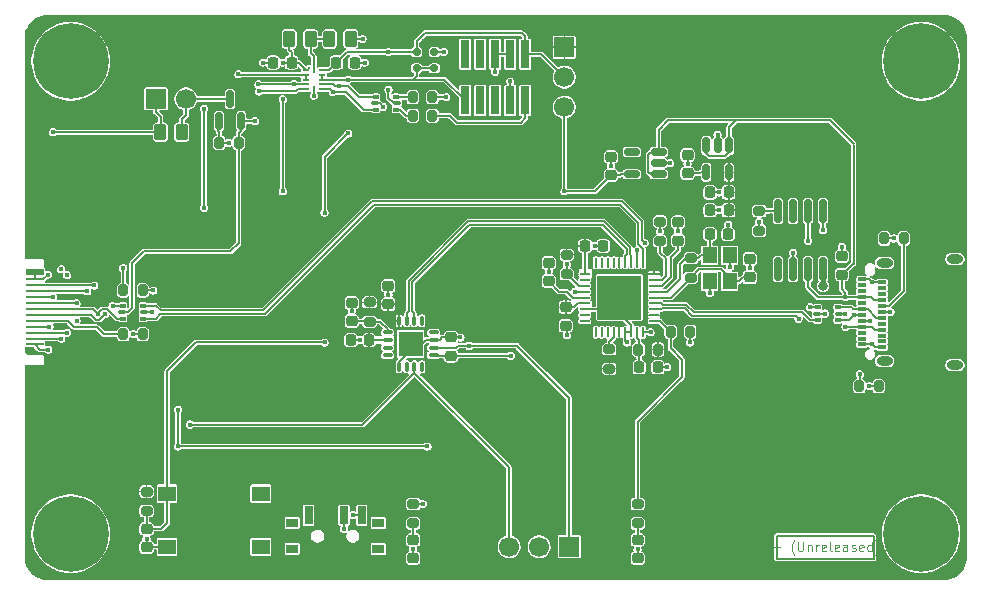
<source format=gbr>
%TF.GenerationSoftware,KiCad,Pcbnew,9.0.1+1*%
%TF.CreationDate,2025-09-07T19:59:54+00:00*%
%TF.ProjectId,ZSWatch-Dock,5a535761-7463-4682-9d44-6f636b2e6b69,+ (Unreleased)*%
%TF.SameCoordinates,Original*%
%TF.FileFunction,Copper,L1,Top*%
%TF.FilePolarity,Positive*%
%FSLAX46Y46*%
G04 Gerber Fmt 4.6, Leading zero omitted, Abs format (unit mm)*
G04 Created by KiCad (PCBNEW 9.0.1+1) date 2025-09-07 19:59:54*
%MOMM*%
%LPD*%
G01*
G04 APERTURE LIST*
G04 Aperture macros list*
%AMRoundRect*
0 Rectangle with rounded corners*
0 $1 Rounding radius*
0 $2 $3 $4 $5 $6 $7 $8 $9 X,Y pos of 4 corners*
0 Add a 4 corners polygon primitive as box body*
4,1,4,$2,$3,$4,$5,$6,$7,$8,$9,$2,$3,0*
0 Add four circle primitives for the rounded corners*
1,1,$1+$1,$2,$3*
1,1,$1+$1,$4,$5*
1,1,$1+$1,$6,$7*
1,1,$1+$1,$8,$9*
0 Add four rect primitives between the rounded corners*
20,1,$1+$1,$2,$3,$4,$5,0*
20,1,$1+$1,$4,$5,$6,$7,0*
20,1,$1+$1,$6,$7,$8,$9,0*
20,1,$1+$1,$8,$9,$2,$3,0*%
G04 Aperture macros list end*
%TA.AperFunction,NonConductor*%
%ADD10C,0.200000*%
%TD*%
%ADD11C,0.120000*%
%TA.AperFunction,NonConductor*%
%ADD12C,0.120000*%
%TD*%
%TA.AperFunction,SMDPad,CuDef*%
%ADD13RoundRect,0.075000X0.350000X0.075000X-0.350000X0.075000X-0.350000X-0.075000X0.350000X-0.075000X0*%
%TD*%
%TA.AperFunction,SMDPad,CuDef*%
%ADD14RoundRect,0.075000X0.075000X0.350000X-0.075000X0.350000X-0.075000X-0.350000X0.075000X-0.350000X0*%
%TD*%
%TA.AperFunction,HeatsinkPad*%
%ADD15R,2.100000X2.100000*%
%TD*%
%TA.AperFunction,SMDPad,CuDef*%
%ADD16RoundRect,0.150000X-0.200000X0.150000X-0.200000X-0.150000X0.200000X-0.150000X0.200000X0.150000X0*%
%TD*%
%TA.AperFunction,SMDPad,CuDef*%
%ADD17RoundRect,0.200000X0.275000X-0.200000X0.275000X0.200000X-0.275000X0.200000X-0.275000X-0.200000X0*%
%TD*%
%TA.AperFunction,ComponentPad*%
%ADD18C,0.800000*%
%TD*%
%TA.AperFunction,ComponentPad*%
%ADD19C,6.400000*%
%TD*%
%TA.AperFunction,SMDPad,CuDef*%
%ADD20RoundRect,0.150000X-0.150000X0.512500X-0.150000X-0.512500X0.150000X-0.512500X0.150000X0.512500X0*%
%TD*%
%TA.AperFunction,SMDPad,CuDef*%
%ADD21RoundRect,0.225000X0.250000X-0.225000X0.250000X0.225000X-0.250000X0.225000X-0.250000X-0.225000X0*%
%TD*%
%TA.AperFunction,SMDPad,CuDef*%
%ADD22RoundRect,0.225000X-0.225000X-0.250000X0.225000X-0.250000X0.225000X0.250000X-0.225000X0.250000X0*%
%TD*%
%TA.AperFunction,SMDPad,CuDef*%
%ADD23RoundRect,0.200000X0.200000X0.275000X-0.200000X0.275000X-0.200000X-0.275000X0.200000X-0.275000X0*%
%TD*%
%TA.AperFunction,SMDPad,CuDef*%
%ADD24R,0.700000X0.300000*%
%TD*%
%TA.AperFunction,HeatsinkPad*%
%ADD25O,1.400000X0.800000*%
%TD*%
%TA.AperFunction,ComponentPad*%
%ADD26R,1.700000X1.700000*%
%TD*%
%TA.AperFunction,ComponentPad*%
%ADD27C,1.700000*%
%TD*%
%TA.AperFunction,SMDPad,CuDef*%
%ADD28RoundRect,0.250000X0.262500X0.450000X-0.262500X0.450000X-0.262500X-0.450000X0.262500X-0.450000X0*%
%TD*%
%TA.AperFunction,SMDPad,CuDef*%
%ADD29RoundRect,0.250000X-0.262500X-0.450000X0.262500X-0.450000X0.262500X0.450000X-0.262500X0.450000X0*%
%TD*%
%TA.AperFunction,SMDPad,CuDef*%
%ADD30RoundRect,0.150000X-0.150000X0.825000X-0.150000X-0.825000X0.150000X-0.825000X0.150000X0.825000X0*%
%TD*%
%TA.AperFunction,SMDPad,CuDef*%
%ADD31RoundRect,0.200000X-0.200000X-0.275000X0.200000X-0.275000X0.200000X0.275000X-0.200000X0.275000X0*%
%TD*%
%TA.AperFunction,SMDPad,CuDef*%
%ADD32R,1.500000X1.300000*%
%TD*%
%TA.AperFunction,SMDPad,CuDef*%
%ADD33RoundRect,0.225000X-0.250000X0.225000X-0.250000X-0.225000X0.250000X-0.225000X0.250000X0.225000X0*%
%TD*%
%TA.AperFunction,SMDPad,CuDef*%
%ADD34RoundRect,0.150000X0.200000X-0.150000X0.200000X0.150000X-0.200000X0.150000X-0.200000X-0.150000X0*%
%TD*%
%TA.AperFunction,SMDPad,CuDef*%
%ADD35RoundRect,0.200000X-0.275000X0.200000X-0.275000X-0.200000X0.275000X-0.200000X0.275000X0.200000X0*%
%TD*%
%TA.AperFunction,SMDPad,CuDef*%
%ADD36RoundRect,0.093750X0.156250X0.093750X-0.156250X0.093750X-0.156250X-0.093750X0.156250X-0.093750X0*%
%TD*%
%TA.AperFunction,SMDPad,CuDef*%
%ADD37RoundRect,0.075000X0.250000X0.075000X-0.250000X0.075000X-0.250000X-0.075000X0.250000X-0.075000X0*%
%TD*%
%TA.AperFunction,SMDPad,CuDef*%
%ADD38RoundRect,0.150000X0.150000X-0.587500X0.150000X0.587500X-0.150000X0.587500X-0.150000X-0.587500X0*%
%TD*%
%TA.AperFunction,SMDPad,CuDef*%
%ADD39RoundRect,0.093750X-0.156250X-0.093750X0.156250X-0.093750X0.156250X0.093750X-0.156250X0.093750X0*%
%TD*%
%TA.AperFunction,SMDPad,CuDef*%
%ADD40RoundRect,0.075000X-0.250000X-0.075000X0.250000X-0.075000X0.250000X0.075000X-0.250000X0.075000X0*%
%TD*%
%TA.AperFunction,SMDPad,CuDef*%
%ADD41RoundRect,0.225000X0.225000X0.250000X-0.225000X0.250000X-0.225000X-0.250000X0.225000X-0.250000X0*%
%TD*%
%TA.AperFunction,SMDPad,CuDef*%
%ADD42R,1.200000X1.400000*%
%TD*%
%TA.AperFunction,SMDPad,CuDef*%
%ADD43RoundRect,0.062500X-0.062500X0.350000X-0.062500X-0.350000X0.062500X-0.350000X0.062500X0.350000X0*%
%TD*%
%TA.AperFunction,SMDPad,CuDef*%
%ADD44RoundRect,0.062500X-0.350000X0.062500X-0.350000X-0.062500X0.350000X-0.062500X0.350000X0.062500X0*%
%TD*%
%TA.AperFunction,HeatsinkPad*%
%ADD45R,3.700000X3.700000*%
%TD*%
%TA.AperFunction,SMDPad,CuDef*%
%ADD46RoundRect,0.218750X0.256250X-0.218750X0.256250X0.218750X-0.256250X0.218750X-0.256250X-0.218750X0*%
%TD*%
%TA.AperFunction,SMDPad,CuDef*%
%ADD47R,1.000000X0.800000*%
%TD*%
%TA.AperFunction,SMDPad,CuDef*%
%ADD48R,0.700000X1.500000*%
%TD*%
%TA.AperFunction,SMDPad,CuDef*%
%ADD49R,1.500000X0.250000*%
%TD*%
%TA.AperFunction,SMDPad,CuDef*%
%ADD50R,1.500000X0.500000*%
%TD*%
%TA.AperFunction,SMDPad,CuDef*%
%ADD51R,0.740000X2.400000*%
%TD*%
%TA.AperFunction,SMDPad,CuDef*%
%ADD52R,0.600000X0.200000*%
%TD*%
%TA.AperFunction,SMDPad,CuDef*%
%ADD53R,0.150000X0.250000*%
%TD*%
%TA.AperFunction,SMDPad,CuDef*%
%ADD54R,0.200000X0.600000*%
%TD*%
%TA.AperFunction,SMDPad,CuDef*%
%ADD55RoundRect,0.150000X0.512500X0.150000X-0.512500X0.150000X-0.512500X-0.150000X0.512500X-0.150000X0*%
%TD*%
%TA.AperFunction,ViaPad*%
%ADD56C,0.450000*%
%TD*%
%TA.AperFunction,ViaPad*%
%ADD57C,0.800000*%
%TD*%
%TA.AperFunction,Conductor*%
%ADD58C,0.200000*%
%TD*%
%TA.AperFunction,Conductor*%
%ADD59C,0.170000*%
%TD*%
%TA.AperFunction,Conductor*%
%ADD60C,0.400000*%
%TD*%
G04 APERTURE END LIST*
D10*
X231500000Y-167300000D02*
X239700000Y-167300000D01*
X239700000Y-169200000D01*
X231500000Y-169200000D01*
X231500000Y-167300000D01*
D11*
D12*
X231142857Y-168259093D02*
X231752381Y-168259093D01*
X231447619Y-168563855D02*
X231447619Y-167954331D01*
X232971428Y-168868617D02*
X232933333Y-168830521D01*
X232933333Y-168830521D02*
X232857142Y-168716236D01*
X232857142Y-168716236D02*
X232819047Y-168640045D01*
X232819047Y-168640045D02*
X232780952Y-168525760D01*
X232780952Y-168525760D02*
X232742857Y-168335283D01*
X232742857Y-168335283D02*
X232742857Y-168182902D01*
X232742857Y-168182902D02*
X232780952Y-167992426D01*
X232780952Y-167992426D02*
X232819047Y-167878140D01*
X232819047Y-167878140D02*
X232857142Y-167801950D01*
X232857142Y-167801950D02*
X232933333Y-167687664D01*
X232933333Y-167687664D02*
X232971428Y-167649569D01*
X233276190Y-167763855D02*
X233276190Y-168411474D01*
X233276190Y-168411474D02*
X233314285Y-168487664D01*
X233314285Y-168487664D02*
X233352380Y-168525760D01*
X233352380Y-168525760D02*
X233428571Y-168563855D01*
X233428571Y-168563855D02*
X233580952Y-168563855D01*
X233580952Y-168563855D02*
X233657142Y-168525760D01*
X233657142Y-168525760D02*
X233695237Y-168487664D01*
X233695237Y-168487664D02*
X233733333Y-168411474D01*
X233733333Y-168411474D02*
X233733333Y-167763855D01*
X234114285Y-168030521D02*
X234114285Y-168563855D01*
X234114285Y-168106712D02*
X234152380Y-168068617D01*
X234152380Y-168068617D02*
X234228570Y-168030521D01*
X234228570Y-168030521D02*
X234342856Y-168030521D01*
X234342856Y-168030521D02*
X234419047Y-168068617D01*
X234419047Y-168068617D02*
X234457142Y-168144807D01*
X234457142Y-168144807D02*
X234457142Y-168563855D01*
X234838095Y-168563855D02*
X234838095Y-168030521D01*
X234838095Y-168182902D02*
X234876190Y-168106712D01*
X234876190Y-168106712D02*
X234914285Y-168068617D01*
X234914285Y-168068617D02*
X234990476Y-168030521D01*
X234990476Y-168030521D02*
X235066666Y-168030521D01*
X235638095Y-168525760D02*
X235561904Y-168563855D01*
X235561904Y-168563855D02*
X235409523Y-168563855D01*
X235409523Y-168563855D02*
X235333333Y-168525760D01*
X235333333Y-168525760D02*
X235295237Y-168449569D01*
X235295237Y-168449569D02*
X235295237Y-168144807D01*
X235295237Y-168144807D02*
X235333333Y-168068617D01*
X235333333Y-168068617D02*
X235409523Y-168030521D01*
X235409523Y-168030521D02*
X235561904Y-168030521D01*
X235561904Y-168030521D02*
X235638095Y-168068617D01*
X235638095Y-168068617D02*
X235676190Y-168144807D01*
X235676190Y-168144807D02*
X235676190Y-168220998D01*
X235676190Y-168220998D02*
X235295237Y-168297188D01*
X236133332Y-168563855D02*
X236057142Y-168525760D01*
X236057142Y-168525760D02*
X236019047Y-168449569D01*
X236019047Y-168449569D02*
X236019047Y-167763855D01*
X236742857Y-168525760D02*
X236666666Y-168563855D01*
X236666666Y-168563855D02*
X236514285Y-168563855D01*
X236514285Y-168563855D02*
X236438095Y-168525760D01*
X236438095Y-168525760D02*
X236399999Y-168449569D01*
X236399999Y-168449569D02*
X236399999Y-168144807D01*
X236399999Y-168144807D02*
X236438095Y-168068617D01*
X236438095Y-168068617D02*
X236514285Y-168030521D01*
X236514285Y-168030521D02*
X236666666Y-168030521D01*
X236666666Y-168030521D02*
X236742857Y-168068617D01*
X236742857Y-168068617D02*
X236780952Y-168144807D01*
X236780952Y-168144807D02*
X236780952Y-168220998D01*
X236780952Y-168220998D02*
X236399999Y-168297188D01*
X237466666Y-168563855D02*
X237466666Y-168144807D01*
X237466666Y-168144807D02*
X237428571Y-168068617D01*
X237428571Y-168068617D02*
X237352380Y-168030521D01*
X237352380Y-168030521D02*
X237199999Y-168030521D01*
X237199999Y-168030521D02*
X237123809Y-168068617D01*
X237466666Y-168525760D02*
X237390475Y-168563855D01*
X237390475Y-168563855D02*
X237199999Y-168563855D01*
X237199999Y-168563855D02*
X237123809Y-168525760D01*
X237123809Y-168525760D02*
X237085713Y-168449569D01*
X237085713Y-168449569D02*
X237085713Y-168373379D01*
X237085713Y-168373379D02*
X237123809Y-168297188D01*
X237123809Y-168297188D02*
X237199999Y-168259093D01*
X237199999Y-168259093D02*
X237390475Y-168259093D01*
X237390475Y-168259093D02*
X237466666Y-168220998D01*
X237809523Y-168525760D02*
X237885714Y-168563855D01*
X237885714Y-168563855D02*
X238038095Y-168563855D01*
X238038095Y-168563855D02*
X238114285Y-168525760D01*
X238114285Y-168525760D02*
X238152381Y-168449569D01*
X238152381Y-168449569D02*
X238152381Y-168411474D01*
X238152381Y-168411474D02*
X238114285Y-168335283D01*
X238114285Y-168335283D02*
X238038095Y-168297188D01*
X238038095Y-168297188D02*
X237923809Y-168297188D01*
X237923809Y-168297188D02*
X237847619Y-168259093D01*
X237847619Y-168259093D02*
X237809523Y-168182902D01*
X237809523Y-168182902D02*
X237809523Y-168144807D01*
X237809523Y-168144807D02*
X237847619Y-168068617D01*
X237847619Y-168068617D02*
X237923809Y-168030521D01*
X237923809Y-168030521D02*
X238038095Y-168030521D01*
X238038095Y-168030521D02*
X238114285Y-168068617D01*
X238800000Y-168525760D02*
X238723809Y-168563855D01*
X238723809Y-168563855D02*
X238571428Y-168563855D01*
X238571428Y-168563855D02*
X238495238Y-168525760D01*
X238495238Y-168525760D02*
X238457142Y-168449569D01*
X238457142Y-168449569D02*
X238457142Y-168144807D01*
X238457142Y-168144807D02*
X238495238Y-168068617D01*
X238495238Y-168068617D02*
X238571428Y-168030521D01*
X238571428Y-168030521D02*
X238723809Y-168030521D01*
X238723809Y-168030521D02*
X238800000Y-168068617D01*
X238800000Y-168068617D02*
X238838095Y-168144807D01*
X238838095Y-168144807D02*
X238838095Y-168220998D01*
X238838095Y-168220998D02*
X238457142Y-168297188D01*
X239523809Y-168563855D02*
X239523809Y-167763855D01*
X239523809Y-168525760D02*
X239447618Y-168563855D01*
X239447618Y-168563855D02*
X239295237Y-168563855D01*
X239295237Y-168563855D02*
X239219047Y-168525760D01*
X239219047Y-168525760D02*
X239180952Y-168487664D01*
X239180952Y-168487664D02*
X239142856Y-168411474D01*
X239142856Y-168411474D02*
X239142856Y-168182902D01*
X239142856Y-168182902D02*
X239180952Y-168106712D01*
X239180952Y-168106712D02*
X239219047Y-168068617D01*
X239219047Y-168068617D02*
X239295237Y-168030521D01*
X239295237Y-168030521D02*
X239447618Y-168030521D01*
X239447618Y-168030521D02*
X239523809Y-168068617D01*
X239828571Y-168868617D02*
X239866666Y-168830521D01*
X239866666Y-168830521D02*
X239942857Y-168716236D01*
X239942857Y-168716236D02*
X239980952Y-168640045D01*
X239980952Y-168640045D02*
X240019047Y-168525760D01*
X240019047Y-168525760D02*
X240057143Y-168335283D01*
X240057143Y-168335283D02*
X240057143Y-168182902D01*
X240057143Y-168182902D02*
X240019047Y-167992426D01*
X240019047Y-167992426D02*
X239980952Y-167878140D01*
X239980952Y-167878140D02*
X239942857Y-167801950D01*
X239942857Y-167801950D02*
X239866666Y-167687664D01*
X239866666Y-167687664D02*
X239828571Y-167649569D01*
D13*
%TO.P,IC403,1,VCCIO*%
%TO.N,+1V8*%
X202425000Y-152000000D03*
%TO.P,IC403,2,RXD*%
%TO.N,RxD_{LV}*%
X202425000Y-151350000D03*
%TO.P,IC403,3,GND*%
%TO.N,GND*%
X202425000Y-150700000D03*
%TO.P,IC403,4,~{CTS}*%
%TO.N,unconnected-(IC403-~{CTS}-Pad4)*%
X202425000Y-150050000D03*
D14*
%TO.P,IC403,5,CBUS2*%
%TO.N,unconnected-(IC403-CBUS2-Pad5)*%
X201450000Y-149075000D03*
%TO.P,IC403,6,USBDP*%
%TO.N,USB-1-D+*%
X200800000Y-149075000D03*
%TO.P,IC403,7,USBDM*%
%TO.N,USB-1-D-*%
X200150000Y-149075000D03*
%TO.P,IC403,8,3V3OUT*%
%TO.N,+3V3*%
X199500000Y-149075000D03*
D13*
%TO.P,IC403,9,~{RESET}*%
%TO.N,Net-(IC403-~{RESET})*%
X198525000Y-150050000D03*
%TO.P,IC403,10,VCC*%
%TO.N,+3V3*%
X198525000Y-150700000D03*
%TO.P,IC403,11,CBUS1*%
%TO.N,unconnected-(IC403-CBUS1-Pad11)*%
X198525000Y-151350000D03*
%TO.P,IC403,12,CBUS0*%
%TO.N,unconnected-(IC403-CBUS0-Pad12)*%
X198525000Y-152000000D03*
D14*
%TO.P,IC403,13,GND*%
%TO.N,GND*%
X199500000Y-152975000D03*
%TO.P,IC403,14,CBUS3*%
%TO.N,unconnected-(IC403-CBUS3-Pad14)*%
X200150000Y-152975000D03*
%TO.P,IC403,15,TXD*%
%TO.N,TxD_{LV}*%
X200800000Y-152975000D03*
%TO.P,IC403,16,~{RTS}*%
%TO.N,unconnected-(IC403-~{RTS}-Pad16)*%
X201450000Y-152975000D03*
D15*
%TO.P,IC403,17,GND*%
%TO.N,GND*%
X200475000Y-151025000D03*
%TD*%
D16*
%TO.P,D402,1,K*%
%TO.N,RESETn*%
X202500000Y-127700000D03*
%TO.P,D402,2,A*%
%TO.N,GND*%
X202500000Y-126300000D03*
%TD*%
D17*
%TO.P,R407,1*%
%TO.N,Net-(D403-A)*%
X219700000Y-166225000D03*
%TO.P,R407,2*%
%TO.N,Net-(IC407-SUSP_IND{slash}LOCAL_PWR{slash}NON_REM0)*%
X219700000Y-164575000D03*
%TD*%
D18*
%TO.P,REF\u002A\u002A,1*%
%TO.N,N/C*%
X241300000Y-167100000D03*
X242002944Y-165402944D03*
X242002944Y-168797056D03*
X243700000Y-164700000D03*
D19*
X243700000Y-167100000D03*
D18*
X243700000Y-169500000D03*
X245397056Y-165402944D03*
X245397056Y-168797056D03*
X246100000Y-167100000D03*
%TD*%
D20*
%TO.P,IC404,1,IN*%
%TO.N,V_{BUS}*%
X227425000Y-134225000D03*
%TO.P,IC404,2,GND*%
%TO.N,GND*%
X226475000Y-134225000D03*
%TO.P,IC404,3,EN*%
%TO.N,V_{BUS}*%
X225525000Y-134225000D03*
%TO.P,IC404,4,BP*%
%TO.N,Net-(IC404-BP)*%
X225525000Y-136500000D03*
%TO.P,IC404,5,OUT*%
%TO.N,+3V3*%
X227425000Y-136500000D03*
%TD*%
D21*
%TO.P,C407,1*%
%TO.N,+1V8*%
X203900000Y-152025000D03*
%TO.P,C407,2*%
%TO.N,GND*%
X203900000Y-150475000D03*
%TD*%
D22*
%TO.P,C414,1*%
%TO.N,Net-(IC407-~{RESET})*%
X219850000Y-153000000D03*
%TO.P,C414,2*%
%TO.N,GND*%
X221400000Y-153000000D03*
%TD*%
D23*
%TO.P,R409,1*%
%TO.N,Net-(X403-CC2)*%
X242225000Y-142100000D03*
%TO.P,R409,2*%
%TO.N,GND*%
X240575000Y-142100000D03*
%TD*%
D24*
%TO.P,X403,A1,GND*%
%TO.N,GND*%
X238705000Y-151070000D03*
%TO.P,X403,A2,TX1+*%
%TO.N,unconnected-(X403-TX1+-PadA2)*%
X238705000Y-150570000D03*
%TO.P,X403,A3,TX1-*%
%TO.N,unconnected-(X403-TX1--PadA3)*%
X238705000Y-150070000D03*
%TO.P,X403,A4,VBUS*%
%TO.N,V_{BUS}*%
X238705000Y-149570000D03*
%TO.P,X403,A5,CC1*%
%TO.N,Net-(X403-CC1)*%
X238705000Y-149070000D03*
%TO.P,X403,A6,D+*%
%TO.N,/Project Architecture/Main/D+*%
X238705000Y-148570000D03*
%TO.P,X403,A7,D-*%
%TO.N,/Project Architecture/Main/D-*%
X238705000Y-148070000D03*
%TO.P,X403,A8,SBU1*%
%TO.N,unconnected-(X403-SBU1-PadA8)*%
X238705000Y-147570000D03*
%TO.P,X403,A9,VBUS*%
%TO.N,V_{BUS}*%
X238705000Y-147070000D03*
%TO.P,X403,A10,RX2-*%
%TO.N,unconnected-(X403-RX2--PadA10)*%
X238705000Y-146570000D03*
%TO.P,X403,A11,RX2+*%
%TO.N,unconnected-(X403-RX2+-PadA11)*%
X238705000Y-146070000D03*
%TO.P,X403,A12,GND*%
%TO.N,GND*%
X238705000Y-145570000D03*
%TO.P,X403,B1,GND*%
X240405000Y-145820000D03*
%TO.P,X403,B2,TX2+*%
%TO.N,unconnected-(X403-TX2+-PadB2)*%
X240405000Y-146320000D03*
%TO.P,X403,B3,TX2-*%
%TO.N,unconnected-(X403-TX2--PadB3)*%
X240405000Y-146820000D03*
%TO.P,X403,B4,VBUS*%
%TO.N,V_{BUS}*%
X240405000Y-147320000D03*
%TO.P,X403,B5,CC2*%
%TO.N,Net-(X403-CC2)*%
X240405000Y-147820000D03*
%TO.P,X403,B6,D+*%
%TO.N,/Project Architecture/Main/D+*%
X240405000Y-148320000D03*
%TO.P,X403,B7,D-*%
%TO.N,/Project Architecture/Main/D-*%
X240405000Y-148820000D03*
%TO.P,X403,B8,SBU2*%
%TO.N,unconnected-(X403-SBU2-PadB8)*%
X240405000Y-149320000D03*
%TO.P,X403,B9,VBUS*%
%TO.N,V_{BUS}*%
X240405000Y-149820000D03*
%TO.P,X403,B10,RX1-*%
%TO.N,unconnected-(X403-RX1--PadB10)*%
X240405000Y-150320000D03*
%TO.P,X403,B11,RX1+*%
%TO.N,unconnected-(X403-RX1+-PadB11)*%
X240405000Y-150820000D03*
%TO.P,X403,B12,GND*%
%TO.N,GND*%
X240405000Y-151320000D03*
D25*
%TO.P,X403,S1,SHIELD*%
X246565000Y-152810000D03*
X240615000Y-152450000D03*
X240615000Y-144190000D03*
X246565000Y-143830000D03*
%TD*%
D23*
%TO.P,R410,1*%
%TO.N,GND*%
X240125000Y-154600000D03*
%TO.P,R410,2*%
%TO.N,Net-(X403-CC1)*%
X238475000Y-154600000D03*
%TD*%
D17*
%TO.P,R421,1*%
%TO.N,Net-(D404-A)*%
X200700000Y-166225000D03*
%TO.P,R421,2*%
%TO.N,V_{Watch}*%
X200700000Y-164575000D03*
%TD*%
%TO.P,R413,1*%
%TO.N,+3V3*%
X217300000Y-153125000D03*
%TO.P,R413,2*%
%TO.N,Net-(IC407-SDA{slash}SMBDATA{slash}NON_REM1)*%
X217300000Y-151475000D03*
%TD*%
D26*
%TO.P,X405,1,Pin_1*%
%TO.N,Net-(X405-Pin_1)*%
X178925000Y-130285000D03*
D27*
%TO.P,X405,2,Pin_2*%
%TO.N,Net-(Q401-D)*%
X181465000Y-130285000D03*
%TD*%
D21*
%TO.P,C417,1*%
%TO.N,Net-(IC407-PLLFILT)*%
X223125000Y-142275000D03*
%TO.P,C417,2*%
%TO.N,GND*%
X223125000Y-140725000D03*
%TD*%
D28*
%TO.P,R418,1*%
%TO.N,Net-(Q401-D)*%
X181112500Y-133100000D03*
%TO.P,R418,2*%
%TO.N,Net-(X405-Pin_1)*%
X179287500Y-133100000D03*
%TD*%
D23*
%TO.P,R416,1*%
%TO.N,GND*%
X177800000Y-150200000D03*
%TO.P,R416,2*%
%TO.N,Net-(X404-CC1)*%
X176150000Y-150200000D03*
%TD*%
D29*
%TO.P,R406,1*%
%TO.N,Net-(IC405-OE)*%
X193600000Y-125200000D03*
%TO.P,R406,2*%
%TO.N,GND*%
X195425000Y-125200000D03*
%TD*%
D30*
%TO.P,IC409,1,ENA*%
%TO.N,EN_{OC1}*%
X235405000Y-139750000D03*
%TO.P,IC409,2,FLGA*%
%TO.N,Net-(IC407-OCS_{N1})*%
X234135000Y-139750000D03*
%TO.P,IC409,3,FLGB*%
%TO.N,unconnected-(IC409-FLGB-Pad3)*%
X232865000Y-139750000D03*
%TO.P,IC409,4,ENB*%
%TO.N,Net-(IC409-ENB)*%
X231595000Y-139750000D03*
%TO.P,IC409,5,OUTB*%
%TO.N,unconnected-(IC409-OUTB-Pad5)*%
X231595000Y-144700000D03*
%TO.P,IC409,6,GND*%
%TO.N,GND*%
X232865000Y-144700000D03*
%TO.P,IC409,7,IN*%
%TO.N,V_{BUS}*%
X234135000Y-144700000D03*
%TO.P,IC409,8,OUTA*%
%TO.N,V_{Watch}*%
X235405000Y-144700000D03*
%TD*%
D21*
%TO.P,C408,1*%
%TO.N,Net-(IC404-BP)*%
X223925000Y-136575000D03*
%TO.P,C408,2*%
%TO.N,GND*%
X223925000Y-135025000D03*
%TD*%
D26*
%TO.P,X402,1,Pin_1*%
%TO.N,RxD_{LV}*%
X213900000Y-168200000D03*
D27*
%TO.P,X402,2,Pin_2*%
%TO.N,GND*%
X211360000Y-168200000D03*
%TO.P,X402,3,Pin_3*%
%TO.N,TxD_{LV}*%
X208820000Y-168200000D03*
%TD*%
D31*
%TO.P,R420,1*%
%TO.N,Net-(D404-K)*%
X184275000Y-134000000D03*
%TO.P,R420,2*%
%TO.N,V_{Watch}*%
X185925000Y-134000000D03*
%TD*%
D32*
%TO.P,S401,1,1*%
%TO.N,RESETn*%
X179850000Y-163700000D03*
%TO.P,S401,2,2*%
%TO.N,GND*%
X179850000Y-168200000D03*
%TO.P,S401,3*%
%TO.N,N/C*%
X187800000Y-163700000D03*
%TO.P,S401,4*%
X187800000Y-168200000D03*
%TD*%
D31*
%TO.P,R402,1*%
%TO.N,Net-(IC402-I{slash}O1-Pad6)*%
X200675000Y-130125000D03*
%TO.P,R402,2*%
%TO.N,Net-(X401-SWCLK{slash}TCK)*%
X202325000Y-130125000D03*
%TD*%
D33*
%TO.P,C415,1*%
%TO.N,+3V3*%
X213625000Y-147925000D03*
%TO.P,C415,2*%
%TO.N,GND*%
X213625000Y-149475000D03*
%TD*%
D34*
%TO.P,D401,1,K*%
%TO.N,Net-(D401-K)*%
X201000000Y-126300000D03*
%TO.P,D401,2,A*%
%TO.N,RESETn*%
X201000000Y-127700000D03*
%TD*%
D35*
%TO.P,R419,1*%
%TO.N,Net-(IC409-ENB)*%
X230000000Y-139775000D03*
%TO.P,R419,2*%
%TO.N,GND*%
X230000000Y-141425000D03*
%TD*%
D18*
%TO.P,REF\u002A\u002A,1*%
%TO.N,N/C*%
X241300000Y-127100000D03*
X242002944Y-125402944D03*
X242002944Y-128797056D03*
X243700000Y-124700000D03*
D19*
X243700000Y-127100000D03*
D18*
X243700000Y-129500000D03*
X245397056Y-125402944D03*
X245397056Y-128797056D03*
X246100000Y-127100000D03*
%TD*%
D36*
%TO.P,IC408,1,I/O1*%
%TO.N,USB-2-D-*%
X177829999Y-148875000D03*
D37*
%TO.P,IC408,2,GND*%
%TO.N,GND*%
X177904999Y-148337500D03*
D36*
%TO.P,IC408,3,I/O2*%
%TO.N,USB-2-D+*%
X177829999Y-147800000D03*
%TO.P,IC408,4,I/O2*%
%TO.N,/Project Architecture/Main/D_{2}+*%
X176129999Y-147800000D03*
D37*
%TO.P,IC408,5,VBUS*%
%TO.N,V_{Watch}*%
X176054999Y-148337500D03*
D36*
%TO.P,IC408,6,I/O1*%
%TO.N,/Project Architecture/Main/D_{2}-*%
X176129999Y-148875000D03*
%TD*%
D18*
%TO.P,REF\u002A\u002A,1*%
%TO.N,N/C*%
X169300000Y-167100000D03*
X170002944Y-165402944D03*
X170002944Y-168797056D03*
X171700000Y-164700000D03*
D19*
X171700000Y-167100000D03*
D18*
X171700000Y-169500000D03*
X173397056Y-165402944D03*
X173397056Y-168797056D03*
X174100000Y-167100000D03*
%TD*%
D38*
%TO.P,Q401,1,G*%
%TO.N,Net-(D404-K)*%
X184250000Y-132175000D03*
%TO.P,Q401,2,S*%
%TO.N,V_{Watch}*%
X186150000Y-132175000D03*
%TO.P,Q401,3,D*%
%TO.N,Net-(Q401-D)*%
X185200000Y-130300000D03*
%TD*%
D21*
%TO.P,C418,1*%
%TO.N,Net-(IC407-CRFILT)*%
X212175000Y-145700000D03*
%TO.P,C418,2*%
%TO.N,GND*%
X212175000Y-144150000D03*
%TD*%
D39*
%TO.P,IC402,1,I/O1*%
%TO.N,Net-(IC405-B3)*%
X197550000Y-130125000D03*
D40*
%TO.P,IC402,2,GND*%
%TO.N,GND*%
X197475000Y-130662500D03*
D39*
%TO.P,IC402,3,I/O2*%
%TO.N,Net-(IC405-B4)*%
X197550000Y-131200000D03*
%TO.P,IC402,4,I/O2*%
%TO.N,Net-(IC402-I{slash}O2-Pad4)*%
X199250000Y-131200000D03*
D40*
%TO.P,IC402,5,VBUS*%
%TO.N,Net-(D401-K)*%
X199325000Y-130662500D03*
D39*
%TO.P,IC402,6,I/O1*%
%TO.N,Net-(IC402-I{slash}O1-Pad6)*%
X199250000Y-130125000D03*
%TD*%
D35*
%TO.P,R404,1*%
%TO.N,+3V3*%
X197000000Y-147500000D03*
%TO.P,R404,2*%
%TO.N,Net-(IC403-~{RESET})*%
X197000000Y-149150000D03*
%TD*%
%TO.P,R412,1*%
%TO.N,+3V3*%
X213700000Y-143475000D03*
%TO.P,R412,2*%
%TO.N,EN_{OC1}*%
X213700000Y-145125000D03*
%TD*%
D41*
%TO.P,C409,1*%
%TO.N,+1V8*%
X190400000Y-127200000D03*
%TO.P,C409,2*%
%TO.N,GND*%
X188850000Y-127200000D03*
%TD*%
D39*
%TO.P,IC406,1,I/O1*%
%TO.N,USB-D-*%
X234950000Y-147925000D03*
D40*
%TO.P,IC406,2,GND*%
%TO.N,GND*%
X234875000Y-148462500D03*
D39*
%TO.P,IC406,3,I/O2*%
%TO.N,USB-D+*%
X234950000Y-149000000D03*
%TO.P,IC406,4,I/O2*%
%TO.N,/Project Architecture/Main/D+*%
X236650000Y-149000000D03*
D40*
%TO.P,IC406,5,VBUS*%
%TO.N,V_{BUS}*%
X236725000Y-148462500D03*
D39*
%TO.P,IC406,6,I/O1*%
%TO.N,/Project Architecture/Main/D-*%
X236650000Y-147925000D03*
%TD*%
D35*
%TO.P,R401,1*%
%TO.N,+3V3*%
X178125000Y-163525000D03*
%TO.P,R401,2*%
%TO.N,RESETn*%
X178125000Y-165175000D03*
%TD*%
D42*
%TO.P,Y401,1,1*%
%TO.N,Net-(IC407-XTAL_{IN})*%
X225800000Y-143525000D03*
%TO.P,Y401,2,2*%
%TO.N,GND*%
X225800000Y-145725000D03*
%TO.P,Y401,3,3*%
%TO.N,Net-(IC407-XTAL_{OUT})*%
X227500000Y-145725000D03*
%TO.P,Y401,4,4*%
%TO.N,GND*%
X227500000Y-143525000D03*
%TD*%
D21*
%TO.P,C419,1*%
%TO.N,V_{BUS}*%
X237000000Y-145150000D03*
%TO.P,C419,2*%
%TO.N,GND*%
X237000000Y-143600000D03*
%TD*%
D33*
%TO.P,C401,1*%
%TO.N,RESETn*%
X178125000Y-166675000D03*
%TO.P,C401,2*%
%TO.N,GND*%
X178125000Y-168225000D03*
%TD*%
D43*
%TO.P,IC407,1,USBDM_{N1}*%
%TO.N,USB-2-D-*%
X220162500Y-144162500D03*
%TO.P,IC407,2,USBDP_{N1}*%
%TO.N,USB-2-D+*%
X219662500Y-144162500D03*
%TO.P,IC407,3,USBDM_{N2}*%
%TO.N,USB-1-D-*%
X219162500Y-144162500D03*
%TO.P,IC407,4,USBDP_{N2}*%
%TO.N,USB-1-D+*%
X218662500Y-144162500D03*
%TO.P,IC407,5,VDDA*%
%TO.N,+3V3*%
X218162500Y-144162500D03*
%TO.P,IC407,6*%
%TO.N,N/C*%
X217662500Y-144162500D03*
%TO.P,IC407,7*%
X217162500Y-144162500D03*
%TO.P,IC407,8*%
X216662500Y-144162500D03*
%TO.P,IC407,9*%
X216162500Y-144162500D03*
D44*
%TO.P,IC407,10,VDDA*%
%TO.N,+3V3*%
X215225000Y-145100000D03*
%TO.P,IC407,11,TEST*%
%TO.N,unconnected-(IC407-TEST-Pad11)*%
X215225000Y-145600000D03*
%TO.P,IC407,12,PRTPWR1/BC_EN1*%
%TO.N,EN_{OC1}*%
X215225000Y-146100000D03*
%TO.P,IC407,13,OCS_{N1}*%
%TO.N,Net-(IC407-OCS_{N1})*%
X215225000Y-146600000D03*
%TO.P,IC407,14,CRFILT*%
%TO.N,Net-(IC407-CRFILT)*%
X215225000Y-147100000D03*
%TO.P,IC407,15,VDD*%
%TO.N,+3V3*%
X215225000Y-147600000D03*
%TO.P,IC407,16,PRTPWR2/BC_EN2*%
%TO.N,GND*%
X215225000Y-148100000D03*
%TO.P,IC407,17,OCS_{N2}*%
%TO.N,unconnected-(IC407-OCS_{N2}-Pad17)*%
X215225000Y-148600000D03*
%TO.P,IC407,18*%
%TO.N,N/C*%
X215225000Y-149100000D03*
D43*
%TO.P,IC407,19*%
X216162500Y-150037500D03*
%TO.P,IC407,20*%
X216662500Y-150037500D03*
%TO.P,IC407,21*%
X217162500Y-150037500D03*
%TO.P,IC407,22,SDA/SMBDATA/NON_REM1*%
%TO.N,Net-(IC407-SDA{slash}SMBDATA{slash}NON_REM1)*%
X217662500Y-150037500D03*
%TO.P,IC407,23,VDD*%
%TO.N,+3V3*%
X218162500Y-150037500D03*
%TO.P,IC407,24,SCL/SMBCLK/CFG_SEL0*%
%TO.N,GND*%
X218662500Y-150037500D03*
%TO.P,IC407,25,HS_IND/CFG_SEL1*%
X219162500Y-150037500D03*
%TO.P,IC407,26,~{RESET}*%
%TO.N,Net-(IC407-~{RESET})*%
X219662500Y-150037500D03*
%TO.P,IC407,27,VBUS*%
%TO.N,V_{BUS}*%
X220162500Y-150037500D03*
D44*
%TO.P,IC407,28,SUSP_IND/LOCAL_PWR/NON_REM0*%
%TO.N,Net-(IC407-SUSP_IND{slash}LOCAL_PWR{slash}NON_REM0)*%
X221100000Y-149100000D03*
%TO.P,IC407,29,VDDA*%
%TO.N,+3V3*%
X221100000Y-148600000D03*
%TO.P,IC407,30,USBDM_{UP}*%
%TO.N,USB-D-*%
X221100000Y-148100000D03*
%TO.P,IC407,31,USBDP_{UP}*%
%TO.N,USB-D+*%
X221100000Y-147600000D03*
%TO.P,IC407,32,XTAL_{OUT}*%
%TO.N,Net-(IC407-XTAL_{OUT})*%
X221100000Y-147100000D03*
%TO.P,IC407,33,XTAL_{IN}*%
%TO.N,Net-(IC407-XTAL_{IN})*%
X221100000Y-146600000D03*
%TO.P,IC407,34,PLLFILT*%
%TO.N,Net-(IC407-PLLFILT)*%
X221100000Y-146100000D03*
%TO.P,IC407,35,RBIAS*%
%TO.N,Net-(IC407-RBIAS)*%
X221100000Y-145600000D03*
%TO.P,IC407,36,VDDA*%
%TO.N,+3V3*%
X221100000Y-145100000D03*
D45*
%TO.P,IC407,37,GND*%
%TO.N,GND*%
X218162500Y-147100000D03*
%TD*%
D41*
%TO.P,C410,1*%
%TO.N,+3V3*%
X227400000Y-138200000D03*
%TO.P,C410,2*%
%TO.N,GND*%
X225850000Y-138200000D03*
%TD*%
D46*
%TO.P,D404,1,K*%
%TO.N,Net-(D404-K)*%
X200700000Y-169187500D03*
%TO.P,D404,2,A*%
%TO.N,Net-(D404-A)*%
X200700000Y-167612500D03*
%TD*%
D47*
%TO.P,SW401,*%
%TO.N,*%
X190450000Y-166190000D03*
X190450000Y-168400000D03*
X197750000Y-166190000D03*
X197750000Y-168400000D03*
D48*
%TO.P,SW401,1,A*%
%TO.N,unconnected-(SW401A-A-Pad1)*%
X191850000Y-165540000D03*
%TO.P,SW401,2,B*%
%TO.N,GND*%
X194850000Y-165540000D03*
%TO.P,SW401,3,C*%
%TO.N,Net-(D404-K)*%
X196350000Y-165540000D03*
%TD*%
D31*
%TO.P,R408,1*%
%TO.N,Net-(IC407-SUSP_IND{slash}LOCAL_PWR{slash}NON_REM0)*%
X222500000Y-150000000D03*
%TO.P,R408,2*%
%TO.N,GND*%
X224150000Y-150000000D03*
%TD*%
D41*
%TO.P,C411,1*%
%TO.N,+3V3*%
X227400000Y-139700000D03*
%TO.P,C411,2*%
%TO.N,GND*%
X225850000Y-139700000D03*
%TD*%
D49*
%TO.P,X404,A1,GND*%
%TO.N,GND*%
X168650000Y-151070000D03*
%TO.P,X404,A2,TX1+*%
%TO.N,SWDCLK_{LV}*%
X168650000Y-150570000D03*
%TO.P,X404,A3,TX1-*%
%TO.N,SWDIO_{LV}*%
X168650000Y-150070000D03*
%TO.P,X404,A4,VBUS*%
%TO.N,Net-(X405-Pin_1)*%
X168650000Y-149570000D03*
%TO.P,X404,A5,CC1*%
%TO.N,Net-(X404-CC1)*%
X168650000Y-149070000D03*
%TO.P,X404,A6,D+*%
%TO.N,/Project Architecture/Main/D_{2}+*%
X168650000Y-148570000D03*
%TO.P,X404,A7,D-*%
%TO.N,/Project Architecture/Main/D_{2}-*%
X168650000Y-148070000D03*
%TO.P,X404,A8,SBU1*%
%TO.N,RESETn_{LV}*%
X168650000Y-147570000D03*
%TO.P,X404,A9,VBUS*%
%TO.N,Net-(X405-Pin_1)*%
X168650000Y-147070000D03*
%TO.P,X404,A10,RX2-*%
%TO.N,TxD_{LV}*%
X168650000Y-146570000D03*
%TO.P,X404,A11,RX2+*%
%TO.N,RxD_{LV}*%
X168650000Y-146070000D03*
%TO.P,X404,A12,GND*%
%TO.N,GND*%
X168650000Y-145570000D03*
D50*
%TO.P,X404,S1,SHIELD*%
X168650000Y-144945000D03*
%TD*%
D22*
%TO.P,C416,1*%
%TO.N,+3V3*%
X215250000Y-142725000D03*
%TO.P,C416,2*%
%TO.N,GND*%
X216800000Y-142725000D03*
%TD*%
D33*
%TO.P,C413,1*%
%TO.N,GND*%
X229200000Y-143850000D03*
%TO.P,C413,2*%
%TO.N,Net-(IC407-XTAL_{OUT})*%
X229200000Y-145400000D03*
%TD*%
D51*
%TO.P,X401,1,VTref*%
%TO.N,Net-(D401-K)*%
X210180000Y-126500000D03*
%TO.P,X401,2,SWDIO/TMS*%
%TO.N,Net-(X401-SWDIO{slash}TMS)*%
X210180000Y-130400000D03*
%TO.P,X401,3,GND*%
%TO.N,GND*%
X208910000Y-126500000D03*
%TO.P,X401,4,SWCLK/TCK*%
%TO.N,Net-(X401-SWCLK{slash}TCK)*%
X208910000Y-130400000D03*
%TO.P,X401,5,GND*%
%TO.N,GND*%
X207640000Y-126500000D03*
%TO.P,X401,6,SWO/TDO*%
%TO.N,unconnected-(X401-SWO{slash}TDO-Pad6)*%
X207640000Y-130400000D03*
%TO.P,X401,7,KEY*%
%TO.N,unconnected-(X401-KEY-Pad7)*%
X206370000Y-126500000D03*
%TO.P,X401,8,NC/TDI*%
%TO.N,unconnected-(X401-NC{slash}TDI-Pad8)*%
X206370000Y-130400000D03*
%TO.P,X401,9,GNDDetect*%
%TO.N,unconnected-(X401-GNDDetect-Pad9)*%
X205100000Y-126500000D03*
%TO.P,X401,10,~{RESET}*%
%TO.N,RESETn*%
X205100000Y-130400000D03*
%TD*%
D23*
%TO.P,R414,1*%
%TO.N,+3V3*%
X221425000Y-151500000D03*
%TO.P,R414,2*%
%TO.N,Net-(IC407-~{RESET})*%
X219775000Y-151500000D03*
%TD*%
D26*
%TO.P,J402,1,Pin_1*%
%TO.N,+3V3*%
X213500000Y-125900000D03*
D27*
%TO.P,J402,2,Pin_2*%
%TO.N,Net-(D401-K)*%
X213500000Y-128440000D03*
%TO.P,J402,3,Pin_3*%
%TO.N,+1V8*%
X213500000Y-130980000D03*
%TD*%
D29*
%TO.P,R405,1*%
%TO.N,+1V8*%
X190200000Y-125200000D03*
%TO.P,R405,2*%
%TO.N,Net-(IC405-OE)*%
X192025000Y-125200000D03*
%TD*%
D52*
%TO.P,IC405,1,VCCA*%
%TO.N,+1V8*%
X191637500Y-127842500D03*
D53*
X191862500Y-127667500D03*
D52*
%TO.P,IC405,2,A1*%
%TO.N,RESETn_{LV}*%
X191637500Y-128242500D03*
%TO.P,IC405,3,A2*%
X191637500Y-128642500D03*
%TO.P,IC405,4,A3*%
%TO.N,SWDCLK_{LV}*%
X191637500Y-129042500D03*
%TO.P,IC405,5,A4*%
%TO.N,SWDIO_{LV}*%
X191637500Y-129442500D03*
D54*
%TO.P,IC405,6,GND*%
%TO.N,GND*%
X192287500Y-129442500D03*
D52*
%TO.P,IC405,7,B4*%
%TO.N,Net-(IC405-B4)*%
X192937500Y-129442500D03*
%TO.P,IC405,8,B3*%
%TO.N,Net-(IC405-B3)*%
X192937500Y-129042500D03*
%TO.P,IC405,9,B2*%
%TO.N,RESETn*%
X192937500Y-128642500D03*
%TO.P,IC405,10,B1*%
X192937500Y-128242500D03*
%TO.P,IC405,11,VCCB*%
%TO.N,Net-(D401-K)*%
X192937500Y-127842500D03*
D54*
%TO.P,IC405,12,OE*%
%TO.N,Net-(IC405-OE)*%
X192287500Y-127842500D03*
%TD*%
D46*
%TO.P,D403,1,K*%
%TO.N,GND*%
X219700000Y-169187500D03*
%TO.P,D403,2,A*%
%TO.N,Net-(D403-A)*%
X219700000Y-167612500D03*
%TD*%
D18*
%TO.P,REF\u002A\u002A,1*%
%TO.N,N/C*%
X169300000Y-127100000D03*
X170002944Y-125402944D03*
X170002944Y-128797056D03*
X171700000Y-124700000D03*
D19*
X171700000Y-127100000D03*
D18*
X171700000Y-129500000D03*
X173397056Y-125402944D03*
X173397056Y-128797056D03*
X174100000Y-127100000D03*
%TD*%
D35*
%TO.P,R411,1*%
%TO.N,Net-(IC407-XTAL_{IN})*%
X224200000Y-143775000D03*
%TO.P,R411,2*%
%TO.N,Net-(IC407-XTAL_{OUT})*%
X224200000Y-145425000D03*
%TD*%
D31*
%TO.P,R415,1*%
%TO.N,Net-(X404-CC2)*%
X176150000Y-146500000D03*
%TO.P,R415,2*%
%TO.N,GND*%
X177800000Y-146500000D03*
%TD*%
D22*
%TO.P,C406,1*%
%TO.N,Net-(D401-K)*%
X194200000Y-127200000D03*
%TO.P,C406,2*%
%TO.N,GND*%
X195750000Y-127200000D03*
%TD*%
D21*
%TO.P,C403,1*%
%TO.N,Net-(IC403-~{RESET})*%
X195500000Y-149100000D03*
%TO.P,C403,2*%
%TO.N,GND*%
X195500000Y-147550000D03*
%TD*%
D17*
%TO.P,R417,1*%
%TO.N,Net-(IC407-RBIAS)*%
X221600000Y-142325000D03*
%TO.P,R417,2*%
%TO.N,GND*%
X221600000Y-140675000D03*
%TD*%
D41*
%TO.P,C405,1*%
%TO.N,+3V3*%
X196975000Y-150700000D03*
%TO.P,C405,2*%
%TO.N,GND*%
X195425000Y-150700000D03*
%TD*%
D31*
%TO.P,R403,1*%
%TO.N,Net-(IC402-I{slash}O2-Pad4)*%
X200675000Y-131700000D03*
%TO.P,R403,2*%
%TO.N,Net-(X401-SWDIO{slash}TMS)*%
X202325000Y-131700000D03*
%TD*%
D21*
%TO.P,C404,1*%
%TO.N,+3V3*%
X198600000Y-147650000D03*
%TO.P,C404,2*%
%TO.N,GND*%
X198600000Y-146100000D03*
%TD*%
D41*
%TO.P,C412,1*%
%TO.N,GND*%
X227375000Y-141725000D03*
%TO.P,C412,2*%
%TO.N,Net-(IC407-XTAL_{IN})*%
X225825000Y-141725000D03*
%TD*%
D21*
%TO.P,C402,1*%
%TO.N,+1V8*%
X217450000Y-136725000D03*
%TO.P,C402,2*%
%TO.N,GND*%
X217450000Y-135175000D03*
%TD*%
D55*
%TO.P,IC401,1,IN*%
%TO.N,V_{BUS}*%
X221487500Y-136675000D03*
%TO.P,IC401,2,GND*%
%TO.N,GND*%
X221487500Y-135725000D03*
%TO.P,IC401,3,EN*%
%TO.N,V_{BUS}*%
X221487500Y-134775000D03*
%TO.P,IC401,4,NC*%
%TO.N,unconnected-(IC401-NC-Pad4)*%
X219212500Y-134775000D03*
%TO.P,IC401,5,OUT*%
%TO.N,+1V8*%
X219212500Y-136675000D03*
%TD*%
D56*
%TO.N,GND*%
X227375000Y-140925000D03*
X237000000Y-142800000D03*
X232865000Y-143300000D03*
X235562500Y-148462500D03*
X196600000Y-127200000D03*
X222200000Y-153000000D03*
X178700000Y-146500000D03*
X198600000Y-146850000D03*
X207640000Y-128000000D03*
X223925000Y-135775000D03*
X178125000Y-167525000D03*
X225800000Y-146725000D03*
X196175000Y-150700000D03*
X218825000Y-150900000D03*
X196412500Y-125200000D03*
X223125000Y-141475000D03*
X198150000Y-130950000D03*
X230000000Y-140700000D03*
X217450000Y-135925000D03*
X203300000Y-126300000D03*
X222450000Y-135725000D03*
X226600000Y-139700000D03*
X212175000Y-144900000D03*
X226600000Y-138200000D03*
X192287500Y-130000000D03*
X229200000Y-144600000D03*
X216050000Y-142725000D03*
X213725000Y-150300000D03*
X169750000Y-145150000D03*
X224150000Y-150900000D03*
X239520000Y-145820000D03*
X204700000Y-150475000D03*
X221600000Y-141500000D03*
X188000000Y-127200000D03*
X219700000Y-168412500D03*
X241400000Y-142100000D03*
X169800000Y-151500000D03*
X226475000Y-133300000D03*
X177000000Y-150200000D03*
X178605000Y-148337500D03*
X239325000Y-154600000D03*
X227500000Y-144525000D03*
X195500000Y-148250000D03*
X239570000Y-151070000D03*
X194850000Y-166700000D03*
%TO.N,+1V8*%
X189650000Y-138100000D03*
X189650000Y-130300000D03*
X189650000Y-127200000D03*
X213500000Y-138100000D03*
X208975000Y-152025000D03*
%TO.N,RESETn*%
X195200000Y-133200000D03*
X195200000Y-128642500D03*
X193200000Y-150900000D03*
X193200000Y-139900000D03*
%TO.N,USB-D-*%
X233325000Y-148900000D03*
X234300000Y-147925000D03*
%TO.N,SWDIO_{LV}*%
X187650000Y-129650000D03*
X171400000Y-145200000D03*
X171400000Y-150070000D03*
%TO.N,SWDCLK_{LV}*%
X170900000Y-144700000D03*
X190600000Y-129042500D03*
X170900000Y-150570000D03*
X187600000Y-129042500D03*
%TO.N,V_{Watch}*%
X187300000Y-132175000D03*
X201500000Y-164575000D03*
D57*
X235405000Y-146105000D03*
D56*
%TO.N,V_{BUS}*%
X237300000Y-147070000D03*
X237300000Y-148462500D03*
X220800000Y-150037500D03*
X237300000Y-149570000D03*
%TO.N,RESETn_{LV}*%
X172200000Y-149070000D03*
X172200000Y-147570000D03*
X183000000Y-131100000D03*
X185900000Y-128200000D03*
X183000000Y-139500000D03*
%TO.N,USB-2-D+*%
X220288842Y-142473658D03*
X219662500Y-143100000D03*
%TO.N,EN_{OC1}*%
X213700000Y-144300000D03*
X235400000Y-141400000D03*
%TO.N,TxD_{LV}*%
X173100000Y-146570000D03*
X181800000Y-157850000D03*
%TO.N,RxD_{LV}*%
X180800000Y-156600000D03*
X201900000Y-159700000D03*
X180800000Y-159700000D03*
X173700000Y-146070000D03*
X205425000Y-151175000D03*
%TO.N,Net-(D401-K)*%
X198600000Y-126300000D03*
X198600000Y-129500000D03*
%TO.N,Net-(D404-K)*%
X195600000Y-165540000D03*
X185100000Y-134000000D03*
X200700000Y-168412500D03*
%TO.N,Net-(IC405-B3)*%
X194400000Y-129200000D03*
%TO.N,Net-(IC405-B4)*%
X193900000Y-129700000D03*
%TO.N,Net-(IC407-OCS_{N1})*%
X234135000Y-142300000D03*
X214400000Y-146600000D03*
%TO.N,Net-(X401-SWCLK{slash}TCK)*%
X203500000Y-130125000D03*
X208910000Y-128800000D03*
%TO.N,Net-(X403-CC1)*%
X238500000Y-153600000D03*
X239370000Y-149070000D03*
%TO.N,Net-(X404-CC2)*%
X176150000Y-144600000D03*
%TO.N,Net-(X405-Pin_1)*%
X170200000Y-133100000D03*
X170200000Y-147070000D03*
X169900000Y-149570000D03*
%TO.N,/Project Architecture/Main/D+*%
X238000000Y-148570000D03*
X241100000Y-148320000D03*
%TO.N,/Project Architecture/Main/D_{2}+*%
X174622407Y-148507592D03*
X175262499Y-147800000D03*
%TO.N,/Project Architecture/Main/D_{2}-*%
X174007223Y-148507592D03*
%TD*%
D58*
%TO.N,GND*%
X198150000Y-130950000D02*
X197862500Y-130662500D01*
X217162500Y-148100000D02*
X218162500Y-147100000D01*
X223925000Y-135025000D02*
X223925000Y-135775000D01*
X212175000Y-144150000D02*
X212175000Y-144900000D01*
X213625000Y-149475000D02*
X213725000Y-149575000D01*
X192287500Y-130000000D02*
X192287500Y-129442500D01*
X201750000Y-150700000D02*
X201425000Y-151025000D01*
X199500000Y-152550000D02*
X200475000Y-151575000D01*
X240125000Y-154600000D02*
X239325000Y-154600000D01*
X178605000Y-148337500D02*
X177904999Y-148337500D01*
X168650000Y-144945000D02*
X168650000Y-145570000D01*
X177800000Y-150200000D02*
X177000000Y-150200000D01*
X213725000Y-149575000D02*
X213725000Y-150300000D01*
X218662500Y-150037500D02*
X218662500Y-150737500D01*
X202425000Y-150700000D02*
X201750000Y-150700000D01*
X208910000Y-126500000D02*
X207640000Y-126500000D01*
X237000000Y-142800000D02*
X237000000Y-143600000D01*
X201425000Y-151025000D02*
X200475000Y-151025000D01*
X169800000Y-151500000D02*
X169080000Y-151500000D01*
X203175000Y-150475000D02*
X203900000Y-150475000D01*
X225800000Y-145725000D02*
X225800000Y-146725000D01*
X240575000Y-142100000D02*
X241400000Y-142100000D01*
X225850000Y-138200000D02*
X226600000Y-138200000D01*
X218162500Y-148437500D02*
X218162500Y-147100000D01*
X218162500Y-147100000D02*
X216725000Y-147100000D01*
X227500000Y-143525000D02*
X227500000Y-144525000D01*
X188850000Y-127200000D02*
X188000000Y-127200000D01*
X204700000Y-150475000D02*
X203900000Y-150475000D01*
X215225000Y-148100000D02*
X217162500Y-148100000D01*
X217450000Y-135175000D02*
X217450000Y-135925000D01*
X230000000Y-141425000D02*
X230000000Y-140700000D01*
X223125000Y-140725000D02*
X223125000Y-141475000D01*
X169750000Y-145150000D02*
X169330000Y-145570000D01*
X235562500Y-148462500D02*
X234875000Y-148462500D01*
X198600000Y-146100000D02*
X198600000Y-146850000D01*
X207640000Y-126500000D02*
X207640000Y-128000000D01*
X238705000Y-151070000D02*
X239570000Y-151070000D01*
X202950000Y-150700000D02*
X203175000Y-150475000D01*
X218662500Y-150737500D02*
X218825000Y-150900000D01*
X200475000Y-151575000D02*
X200475000Y-151025000D01*
X178150000Y-168200000D02*
X178125000Y-168225000D01*
X226475000Y-133300000D02*
X226475000Y-134225000D01*
X239270000Y-145570000D02*
X239520000Y-145820000D01*
X219700000Y-169200000D02*
X219700000Y-168412500D01*
X178125000Y-167525000D02*
X178125000Y-168225000D01*
X177800000Y-146500000D02*
X178700000Y-146500000D01*
X202425000Y-150700000D02*
X202950000Y-150700000D01*
X196600000Y-127200000D02*
X195750000Y-127200000D01*
X222450000Y-135725000D02*
X221550000Y-135725000D01*
X169080000Y-151500000D02*
X168650000Y-151070000D01*
X197862500Y-130662500D02*
X197475000Y-130662500D01*
X199500000Y-152975000D02*
X199500000Y-152550000D01*
X229200000Y-143850000D02*
X229200000Y-144600000D01*
X238705000Y-145570000D02*
X239270000Y-145570000D01*
X239820000Y-151320000D02*
X240405000Y-151320000D01*
X195500000Y-147550000D02*
X195500000Y-148250000D01*
X194850000Y-166700000D02*
X194850000Y-165540000D01*
X202500000Y-126300000D02*
X203300000Y-126300000D01*
X179850000Y-168200000D02*
X178150000Y-168200000D01*
X216800000Y-142725000D02*
X216050000Y-142725000D01*
X221600000Y-140675000D02*
X221600000Y-141500000D01*
X219162500Y-150037500D02*
X219162500Y-149437500D01*
X218662500Y-150037500D02*
X219162500Y-150037500D01*
X239520000Y-145820000D02*
X240405000Y-145820000D01*
X195425000Y-150700000D02*
X196175000Y-150700000D01*
X219162500Y-149437500D02*
X218162500Y-148437500D01*
X227375000Y-140925000D02*
X227375000Y-141725000D01*
X221400000Y-153000000D02*
X222200000Y-153000000D01*
X195425000Y-125200000D02*
X196412500Y-125200000D01*
X224150000Y-150900000D02*
X224150000Y-150000000D01*
X232865000Y-144700000D02*
X232865000Y-143300000D01*
X225850000Y-139700000D02*
X226600000Y-139700000D01*
X169330000Y-145570000D02*
X168650000Y-145570000D01*
X239570000Y-151070000D02*
X239820000Y-151320000D01*
%TO.N,+1V8*%
X189650000Y-138100000D02*
X189650000Y-130300000D01*
X190995000Y-127200000D02*
X191637500Y-127842500D01*
X190200000Y-126100000D02*
X190400000Y-126300000D01*
X190400000Y-126300000D02*
X190400000Y-127200000D01*
X202450000Y-152025000D02*
X202425000Y-152000000D01*
X219212500Y-136675000D02*
X218225000Y-136675000D01*
X203900000Y-152025000D02*
X208950000Y-152025000D01*
X208950000Y-152025000D02*
X208975000Y-152000000D01*
X213500000Y-130980000D02*
X213500000Y-138100000D01*
X216075000Y-138100000D02*
X217450000Y-136725000D01*
X190400000Y-127200000D02*
X190995000Y-127200000D01*
X203900000Y-152025000D02*
X202450000Y-152025000D01*
X218225000Y-136675000D02*
X218175000Y-136725000D01*
X218175000Y-136725000D02*
X217450000Y-136725000D01*
X213500000Y-138100000D02*
X216075000Y-138100000D01*
X190200000Y-125200000D02*
X190200000Y-126100000D01*
X190400000Y-127200000D02*
X189650000Y-127200000D01*
%TO.N,RESETn*%
X203342500Y-128642500D02*
X205100000Y-130400000D01*
X201000000Y-127700000D02*
X201000000Y-128342500D01*
X179850000Y-166200000D02*
X179375000Y-166675000D01*
X179850000Y-163700000D02*
X179850000Y-166200000D01*
X195200000Y-133200000D02*
X193200000Y-135200000D01*
X195200000Y-128642500D02*
X192937500Y-128642500D01*
X192937500Y-128242500D02*
X192937500Y-128642500D01*
X193200000Y-150900000D02*
X182300000Y-150900000D01*
X179850000Y-153350000D02*
X179850000Y-163700000D01*
X201000000Y-127700000D02*
X201700000Y-127700000D01*
X201000000Y-128342500D02*
X200700000Y-128642500D01*
X179375000Y-166675000D02*
X178125000Y-166675000D01*
X201700000Y-127700000D02*
X202500000Y-127700000D01*
X195200000Y-128642500D02*
X200700000Y-128642500D01*
X182300000Y-150900000D02*
X179850000Y-153350000D01*
X193200000Y-135200000D02*
X193200000Y-139900000D01*
X178125000Y-165175000D02*
X178125000Y-166675000D01*
X200700000Y-128642500D02*
X203342500Y-128642500D01*
D59*
%TO.N,USB-D-*%
X223688902Y-147997500D02*
X221821251Y-147997500D01*
X233072500Y-148647500D02*
X224338902Y-148647500D01*
X221718751Y-148100000D02*
X221100000Y-148100000D01*
X234300000Y-147925000D02*
X234950000Y-147925000D01*
X221821251Y-147997500D02*
X221718751Y-148100000D01*
X224338902Y-148647500D02*
X223688902Y-147997500D01*
X233325000Y-148900000D02*
X233072500Y-148647500D01*
%TO.N,USB-D+*%
X223811098Y-147702500D02*
X224461098Y-148352500D01*
X221821251Y-147702500D02*
X223811098Y-147702500D01*
X234300000Y-149000000D02*
X234950000Y-149000000D01*
X233652500Y-148352500D02*
X234300000Y-149000000D01*
X221718751Y-147600000D02*
X221821251Y-147702500D01*
X221100000Y-147600000D02*
X221718751Y-147600000D01*
X224461098Y-148352500D02*
X233652500Y-148352500D01*
D58*
%TO.N,SWDIO_{LV}*%
X187700000Y-129600000D02*
X190750000Y-129600000D01*
X190750000Y-129600000D02*
X190907500Y-129442500D01*
X187650000Y-129650000D02*
X187700000Y-129600000D01*
X190907500Y-129442500D02*
X191637500Y-129442500D01*
X171400000Y-150070000D02*
X168650000Y-150070000D01*
%TO.N,SWDCLK_{LV}*%
X187600000Y-129042500D02*
X190600000Y-129042500D01*
X170900000Y-150570000D02*
X168650000Y-150570000D01*
X190600000Y-129042500D02*
X191637500Y-129042500D01*
%TO.N,V_{Watch}*%
X176905000Y-144195000D02*
X177900000Y-143200000D01*
X186100000Y-132975000D02*
X185925000Y-133150000D01*
X176542500Y-148337500D02*
X176905000Y-147975000D01*
X185225000Y-143200000D02*
X185925000Y-142500000D01*
X176905000Y-147975000D02*
X176905000Y-144195000D01*
X185925000Y-133150000D02*
X185925000Y-134000000D01*
X185925000Y-142500000D02*
X185925000Y-134000000D01*
X186100000Y-132175000D02*
X186100000Y-132975000D01*
X177900000Y-143200000D02*
X185225000Y-143200000D01*
D60*
X235405000Y-146105000D02*
X235405000Y-144700000D01*
D58*
X201500000Y-164575000D02*
X200700000Y-164575000D01*
X176054999Y-148337500D02*
X176542500Y-148337500D01*
X187300000Y-132175000D02*
X186100000Y-132175000D01*
%TO.N,+3V3*%
X215250000Y-142550000D02*
X215250000Y-142725000D01*
X215225000Y-147600000D02*
X214625000Y-147600000D01*
X198525000Y-150700000D02*
X196975000Y-150700000D01*
X214300000Y-147925000D02*
X213625000Y-147925000D01*
X227400000Y-138200000D02*
X227400000Y-139700000D01*
X227425000Y-138175000D02*
X227400000Y-138200000D01*
X198600000Y-148800000D02*
X198600000Y-147650000D01*
X214625000Y-147600000D02*
X214300000Y-147925000D01*
X198875000Y-149075000D02*
X198600000Y-148800000D01*
X215225000Y-145100000D02*
X215225000Y-142750000D01*
X215225000Y-142750000D02*
X215250000Y-142725000D01*
X227425000Y-136500000D02*
X227425000Y-138175000D01*
X199500000Y-149075000D02*
X198875000Y-149075000D01*
%TO.N,V_{BUS}*%
X236000000Y-132100000D02*
X238000000Y-134100000D01*
X238705000Y-149570000D02*
X237300000Y-149570000D01*
X221550000Y-134775000D02*
X221224000Y-134775000D01*
X220875000Y-134775000D02*
X221487500Y-134775000D01*
X225751001Y-135113500D02*
X225525000Y-134887499D01*
X234135000Y-146235000D02*
X234970000Y-147070000D01*
X234135000Y-144700000D02*
X234135000Y-146235000D01*
X227425000Y-134225000D02*
X227425000Y-134800000D01*
X227425000Y-134800000D02*
X227111500Y-135113500D01*
X227111500Y-135113500D02*
X225751001Y-135113500D01*
X239720000Y-147320000D02*
X239470000Y-147070000D01*
X220599000Y-136449000D02*
X220599000Y-135051000D01*
X237300000Y-147070000D02*
X238705000Y-147070000D01*
X236725000Y-148462500D02*
X237300000Y-148462500D01*
X237300000Y-146700000D02*
X237000000Y-146400000D01*
X237000000Y-146400000D02*
X237000000Y-145200000D01*
X237300000Y-147070000D02*
X237300000Y-146700000D01*
X238000000Y-134175000D02*
X238000000Y-144225000D01*
X220599000Y-135051000D02*
X220875000Y-134775000D01*
X239570000Y-149570000D02*
X238705000Y-149570000D01*
X225525000Y-134887499D02*
X225525000Y-134225000D01*
X221487500Y-136675000D02*
X220825000Y-136675000D01*
X227425000Y-134225000D02*
X227425000Y-132675000D01*
X221550000Y-136675000D02*
X221198000Y-136675000D01*
X220825000Y-136675000D02*
X220599000Y-136449000D01*
X221487500Y-132912500D02*
X222300000Y-132100000D01*
X228000000Y-132100000D02*
X236000000Y-132100000D01*
X240405000Y-149820000D02*
X239820000Y-149820000D01*
X221487500Y-134775000D02*
X221487500Y-132912500D01*
X238000000Y-144150000D02*
X237000000Y-145150000D01*
X239820000Y-149820000D02*
X239570000Y-149570000D01*
X234970000Y-147070000D02*
X237300000Y-147070000D01*
X227425000Y-132675000D02*
X228000000Y-132100000D01*
X239470000Y-147070000D02*
X238705000Y-147070000D01*
X222300000Y-132100000D02*
X228000000Y-132100000D01*
X240405000Y-147320000D02*
X239720000Y-147320000D01*
X220800000Y-150037500D02*
X220162500Y-150037500D01*
%TO.N,Net-(IC403-~{RESET})*%
X196950000Y-149100000D02*
X197000000Y-149150000D01*
X198525000Y-150050000D02*
X198525000Y-149775000D01*
X198525000Y-149775000D02*
X197900000Y-149150000D01*
X195500000Y-149100000D02*
X196950000Y-149100000D01*
X197900000Y-149150000D02*
X197000000Y-149150000D01*
D59*
%TO.N,USB-1-D-*%
X219060000Y-142851402D02*
X219060000Y-143441249D01*
X200327500Y-145663902D02*
X200327500Y-148259999D01*
X205338902Y-140652500D02*
X200327500Y-145663902D01*
X219162500Y-143543749D02*
X219162500Y-144162500D01*
X200150000Y-148437499D02*
X200150000Y-149075000D01*
X200327500Y-148259999D02*
X200150000Y-148437499D01*
X219060000Y-143441249D02*
X219162500Y-143543749D01*
X216861098Y-140652500D02*
X205338902Y-140652500D01*
X216861098Y-140652500D02*
X219060000Y-142851402D01*
%TO.N,USB-1-D+*%
X216738902Y-140947500D02*
X205461098Y-140947500D01*
X218765000Y-142973598D02*
X218765000Y-143441249D01*
X200622500Y-148259999D02*
X200800000Y-148437499D01*
X200800000Y-148437499D02*
X200800000Y-149075000D01*
X205461098Y-140947500D02*
X200622500Y-145786098D01*
X216738902Y-140947500D02*
X218765000Y-142973598D01*
X218765000Y-143441249D02*
X218662500Y-143543749D01*
X218662500Y-143543749D02*
X218662500Y-144162500D01*
X200622500Y-145786098D02*
X200622500Y-148259999D01*
D58*
%TO.N,RESETn_{LV}*%
X183000000Y-139500000D02*
X183000000Y-131100000D01*
X191637500Y-128242500D02*
X191637500Y-128642500D01*
X185900000Y-128200000D02*
X185942500Y-128242500D01*
X172200000Y-147570000D02*
X168650000Y-147570000D01*
X185942500Y-128242500D02*
X191637500Y-128242500D01*
D59*
%TO.N,USB-2-D+*%
X179320000Y-148190000D02*
X188001402Y-148190000D01*
X220060000Y-140651402D02*
X220060000Y-142244816D01*
X220060000Y-142244816D02*
X220288842Y-142473658D01*
X178930000Y-147800000D02*
X179320000Y-148190000D01*
X219662500Y-143100000D02*
X219662500Y-144162500D01*
X197238902Y-138952500D02*
X218361098Y-138952500D01*
X188001402Y-148190000D02*
X197238902Y-138952500D01*
X177829999Y-147800000D02*
X178930000Y-147800000D01*
X218361098Y-138952500D02*
X220060000Y-140651402D01*
D58*
%TO.N,EN_{OC1}*%
X214700000Y-146100000D02*
X213725000Y-145125000D01*
X215225000Y-146100000D02*
X214700000Y-146100000D01*
X213700000Y-145125000D02*
X213700000Y-144300000D01*
X235405000Y-141395000D02*
X235405000Y-139750000D01*
X235400000Y-141400000D02*
X235405000Y-141395000D01*
X213725000Y-145125000D02*
X213700000Y-145125000D01*
D59*
%TO.N,USB-2-D-*%
X220162500Y-142962500D02*
X220162500Y-144162500D01*
X177829999Y-148875000D02*
X178905000Y-148875000D01*
X219765000Y-140773598D02*
X219765000Y-142565000D01*
X219765000Y-142565000D02*
X220162500Y-142962500D01*
X178905000Y-148875000D02*
X179295000Y-148485000D01*
X188123598Y-148485000D02*
X197361098Y-139247500D01*
X197361098Y-139247500D02*
X218238902Y-139247500D01*
X188123598Y-148485000D02*
X179295000Y-148485000D01*
X218238902Y-139247500D02*
X219765000Y-140773598D01*
D58*
%TO.N,TxD_{LV}*%
X200800000Y-153450000D02*
X208820000Y-161470000D01*
X200800000Y-153450000D02*
X196400000Y-157850000D01*
X200800000Y-153450000D02*
X200800000Y-152975000D01*
X196400000Y-157850000D02*
X181800000Y-157850000D01*
X173100000Y-146570000D02*
X168650000Y-146570000D01*
X208820000Y-161470000D02*
X208820000Y-168200000D01*
%TO.N,RxD_{LV}*%
X173700000Y-146070000D02*
X168650000Y-146070000D01*
X213900000Y-155575000D02*
X209500000Y-151175000D01*
X209500000Y-151175000D02*
X205425000Y-151175000D01*
X202425000Y-151350000D02*
X204300000Y-151350000D01*
X213900000Y-168200000D02*
X213900000Y-155575000D01*
X204300000Y-151350000D02*
X204475000Y-151175000D01*
X180800000Y-159700000D02*
X201900000Y-159700000D01*
X204475000Y-151175000D02*
X205425000Y-151175000D01*
X180800000Y-156600000D02*
X180800000Y-159700000D01*
%TO.N,Net-(D401-K)*%
X199062500Y-130662500D02*
X199325000Y-130662500D01*
X201000000Y-126300000D02*
X199000000Y-126300000D01*
X198600000Y-130200000D02*
X199062500Y-130662500D01*
X198600000Y-126300000D02*
X195100000Y-126300000D01*
X193557500Y-127842500D02*
X194200000Y-127200000D01*
X210180000Y-126500000D02*
X211560000Y-126500000D01*
X201700000Y-124700000D02*
X209900000Y-124700000D01*
X201000000Y-125400000D02*
X201700000Y-124700000D01*
X192937500Y-127842500D02*
X193557500Y-127842500D01*
X211560000Y-126500000D02*
X213500000Y-128440000D01*
X195100000Y-126300000D02*
X194200000Y-127200000D01*
X210180000Y-124980000D02*
X210180000Y-126500000D01*
X209900000Y-124700000D02*
X210180000Y-124980000D01*
X198600000Y-129500000D02*
X198600000Y-130200000D01*
X201000000Y-126300000D02*
X201000000Y-125400000D01*
X198600000Y-126300000D02*
X199000000Y-126300000D01*
%TO.N,Net-(IC404-BP)*%
X224950000Y-136575000D02*
X223925000Y-136575000D01*
X225525000Y-136500000D02*
X225025000Y-136500000D01*
X225025000Y-136500000D02*
X224950000Y-136575000D01*
%TO.N,Net-(IC407-XTAL_{IN})*%
X224200000Y-143775000D02*
X224850000Y-143775000D01*
X223825000Y-143775000D02*
X223300000Y-144300000D01*
X224200000Y-143775000D02*
X223825000Y-143775000D01*
X225800000Y-142425000D02*
X225800000Y-143525000D01*
X225100000Y-143525000D02*
X225800000Y-143525000D01*
X224850000Y-143775000D02*
X225100000Y-143525000D01*
X222225000Y-146600000D02*
X221100000Y-146600000D01*
X225825000Y-141725000D02*
X225825000Y-142400000D01*
X225825000Y-142400000D02*
X225800000Y-142425000D01*
X223300000Y-144300000D02*
X223300000Y-145525000D01*
X223300000Y-145525000D02*
X222225000Y-146600000D01*
%TO.N,Net-(IC407-XTAL_{OUT})*%
X221100000Y-147100000D02*
X222525000Y-147100000D01*
X222525000Y-147100000D02*
X224200000Y-145425000D01*
X227500000Y-145425000D02*
X227500000Y-145725000D01*
X224200000Y-145425000D02*
X224900000Y-144725000D01*
X228625000Y-145400000D02*
X229200000Y-145400000D01*
X224900000Y-144725000D02*
X226800000Y-144725000D01*
X228300000Y-145725000D02*
X228625000Y-145400000D01*
X226800000Y-144725000D02*
X227500000Y-145425000D01*
X227500000Y-145725000D02*
X228300000Y-145725000D01*
%TO.N,Net-(IC407-~{RESET})*%
X219662500Y-150537500D02*
X219662500Y-150037500D01*
X219800000Y-152175000D02*
X219850000Y-152225000D01*
X219800000Y-150675000D02*
X219662500Y-150537500D01*
X219800000Y-151500000D02*
X219800000Y-150675000D01*
X219800000Y-151500000D02*
X219800000Y-152175000D01*
X219850000Y-152225000D02*
X219850000Y-153000000D01*
%TO.N,Net-(IC407-PLLFILT)*%
X221100000Y-146100000D02*
X221725000Y-146100000D01*
X222500000Y-145325000D02*
X222500000Y-143700000D01*
X223125000Y-143075000D02*
X223125000Y-142275000D01*
X221725000Y-146100000D02*
X222500000Y-145325000D01*
X222500000Y-143700000D02*
X223125000Y-143075000D01*
%TO.N,Net-(IC407-CRFILT)*%
X214200000Y-147100000D02*
X213700000Y-146600000D01*
X213075000Y-146600000D02*
X212175000Y-145700000D01*
X215225000Y-147100000D02*
X214200000Y-147100000D01*
X213700000Y-146600000D02*
X213075000Y-146600000D01*
%TO.N,Net-(D403-A)*%
X219700000Y-166237500D02*
X219700000Y-167625000D01*
%TO.N,Net-(D404-A)*%
X200700000Y-166225000D02*
X200700000Y-167625000D01*
%TO.N,Net-(D404-K)*%
X195600000Y-165540000D02*
X196350000Y-165540000D01*
X200700000Y-168412500D02*
X200700000Y-169200000D01*
X184275000Y-134000000D02*
X184275000Y-133100000D01*
X184200000Y-133025000D02*
X184200000Y-132175000D01*
X184275000Y-134000000D02*
X185100000Y-134000000D01*
X184275000Y-133100000D02*
X184200000Y-133025000D01*
%TO.N,Net-(IC402-I{slash}O2-Pad4)*%
X199600000Y-131200000D02*
X200100000Y-131700000D01*
X200100000Y-131700000D02*
X200675000Y-131700000D01*
X200475000Y-131900000D02*
X200675000Y-131700000D01*
X199250000Y-131200000D02*
X199600000Y-131200000D01*
%TO.N,Net-(IC405-B3)*%
X194057500Y-129200000D02*
X193900000Y-129042500D01*
X195200000Y-129200000D02*
X196125000Y-130125000D01*
X194400000Y-129200000D02*
X194057500Y-129200000D01*
X194400000Y-129200000D02*
X195200000Y-129200000D01*
X193900000Y-129042500D02*
X192937500Y-129042500D01*
X196125000Y-130125000D02*
X197550000Y-130125000D01*
%TO.N,Net-(IC405-B4)*%
X193642500Y-129442500D02*
X192937500Y-129442500D01*
X193900000Y-129700000D02*
X193642500Y-129442500D01*
X193900000Y-129700000D02*
X195000000Y-129700000D01*
X196500000Y-131200000D02*
X197550000Y-131200000D01*
X195000000Y-129700000D02*
X196500000Y-131200000D01*
%TO.N,Net-(IC402-I{slash}O1-Pad6)*%
X200675000Y-130125000D02*
X199250000Y-130125000D01*
%TO.N,Net-(IC405-OE)*%
X192287500Y-126687500D02*
X192287500Y-127842500D01*
X193600000Y-125200000D02*
X192025000Y-125200000D01*
X192025000Y-125200000D02*
X192025000Y-126425000D01*
X192025000Y-126425000D02*
X192287500Y-126687500D01*
%TO.N,Net-(IC407-OCS_{N1})*%
X214400000Y-146600000D02*
X215225000Y-146600000D01*
X234135000Y-142300000D02*
X234135000Y-139750000D01*
%TO.N,Net-(IC407-SDA{slash}SMBDATA{slash}NON_REM1)*%
X217300000Y-150825000D02*
X217300000Y-151475000D01*
X217662500Y-150037500D02*
X217662500Y-150462500D01*
X217662500Y-150462500D02*
X217300000Y-150825000D01*
%TO.N,Net-(IC407-RBIAS)*%
X222100000Y-143787500D02*
X222100000Y-145250000D01*
X222100000Y-145250000D02*
X221750000Y-145600000D01*
X221600000Y-142325000D02*
X221600000Y-143287500D01*
X221750000Y-145600000D02*
X221100000Y-145600000D01*
X221600000Y-143287500D02*
X222100000Y-143787500D01*
%TO.N,Net-(IC407-SUSP_IND{slash}LOCAL_PWR{slash}NON_REM0)*%
X221100000Y-149100000D02*
X221600000Y-149100000D01*
X223450000Y-153850000D02*
X223450000Y-152350000D01*
X219700000Y-157600000D02*
X223450000Y-153850000D01*
X221600000Y-149100000D02*
X222500000Y-150000000D01*
X222500000Y-151400000D02*
X222500000Y-150000000D01*
X219700000Y-164575000D02*
X219700000Y-157600000D01*
X223450000Y-152350000D02*
X222500000Y-151400000D01*
%TO.N,Net-(IC409-ENB)*%
X230000000Y-139775000D02*
X230825000Y-139775000D01*
X230825000Y-139775000D02*
X230850000Y-139750000D01*
X230850000Y-139750000D02*
X231595000Y-139750000D01*
%TO.N,Net-(Q401-D)*%
X181465000Y-131660000D02*
X181465000Y-130285000D01*
X185200000Y-130300000D02*
X181480000Y-130300000D01*
X181112500Y-132012500D02*
X181465000Y-131660000D01*
X181112500Y-133100000D02*
X181112500Y-132012500D01*
X181480000Y-130300000D02*
X181465000Y-130285000D01*
%TO.N,Net-(X401-SWCLK{slash}TCK)*%
X208910000Y-128800000D02*
X208910000Y-130400000D01*
X203500000Y-130125000D02*
X202325000Y-130125000D01*
%TO.N,Net-(X401-SWDIO{slash}TMS)*%
X202325000Y-131700000D02*
X203800000Y-131700000D01*
X209800000Y-132300000D02*
X210180000Y-131920000D01*
X203800000Y-131700000D02*
X204400000Y-132300000D01*
X204400000Y-132300000D02*
X209800000Y-132300000D01*
X210180000Y-131920000D02*
X210180000Y-130400000D01*
%TO.N,Net-(X403-CC2)*%
X240955000Y-147820000D02*
X242225000Y-146550000D01*
X242225000Y-146550000D02*
X242225000Y-142100000D01*
X240405000Y-147820000D02*
X240955000Y-147820000D01*
%TO.N,Net-(X403-CC1)*%
X239370000Y-149070000D02*
X238705000Y-149070000D01*
X238500000Y-154575000D02*
X238500000Y-153600000D01*
X238475000Y-154600000D02*
X238500000Y-154575000D01*
%TO.N,Net-(X404-CC2)*%
X176150000Y-144600000D02*
X176150000Y-146500000D01*
%TO.N,Net-(X404-CC1)*%
X168650000Y-149070000D02*
X171470000Y-149070000D01*
X171470000Y-149070000D02*
X172000000Y-149600000D01*
X173900000Y-149600000D02*
X174500000Y-150200000D01*
X174500000Y-150200000D02*
X176150000Y-150200000D01*
X172000000Y-149600000D02*
X173900000Y-149600000D01*
%TO.N,Net-(X405-Pin_1)*%
X178925000Y-130285000D02*
X178925000Y-131400000D01*
X178925000Y-131400000D02*
X179312500Y-131787500D01*
X179312500Y-131787500D02*
X179312500Y-133075000D01*
X179312500Y-133125000D02*
X179287500Y-133100000D01*
X179312500Y-133075000D02*
X179287500Y-133100000D01*
X179287500Y-133100000D02*
X170200000Y-133100000D01*
X169900000Y-149570000D02*
X168650000Y-149570000D01*
X170200000Y-147070000D02*
X168650000Y-147070000D01*
D59*
%TO.N,/Project Architecture/Main/D+*%
X237570000Y-149000000D02*
X238000000Y-148570000D01*
X240405000Y-148320000D02*
X241100000Y-148320000D01*
X236650000Y-149000000D02*
X237570000Y-149000000D01*
X238705000Y-148570000D02*
X238000000Y-148570000D01*
%TO.N,/Project Architecture/Main/D-*%
X237970000Y-148070000D02*
X238705000Y-148070000D01*
X237825000Y-147925000D02*
X237970000Y-148070000D01*
X239920000Y-148820000D02*
X240405000Y-148820000D01*
X236650000Y-147925000D02*
X237825000Y-147925000D01*
X239170000Y-148070000D02*
X239920000Y-148820000D01*
X238705000Y-148070000D02*
X239170000Y-148070000D01*
%TO.N,/Project Architecture/Main/D_{2}+*%
X173399999Y-148570000D02*
X173829999Y-149000000D01*
X168650000Y-148570000D02*
X173399999Y-148570000D01*
X173829999Y-149000000D02*
X174129999Y-149000000D01*
X174129999Y-149000000D02*
X174622407Y-148507592D01*
X175262499Y-147800000D02*
X176129999Y-147800000D01*
%TO.N,/Project Architecture/Main/D_{2}-*%
X174007223Y-148392776D02*
X174329999Y-148070000D01*
X174799999Y-148070000D02*
X175604999Y-148875000D01*
X173569631Y-148070000D02*
X174007223Y-148507592D01*
X175604999Y-148875000D02*
X176129999Y-148875000D01*
X168650000Y-148070000D02*
X173569631Y-148070000D01*
X174007223Y-148507592D02*
X174007223Y-148392776D01*
X174329999Y-148070000D02*
X174799999Y-148070000D01*
%TD*%
%TA.AperFunction,Conductor*%
%TO.N,+3V3*%
G36*
X245702013Y-123200631D02*
G01*
X245943916Y-123216486D01*
X245951883Y-123217535D01*
X246187671Y-123264437D01*
X246195441Y-123266518D01*
X246423090Y-123343795D01*
X246430515Y-123346870D01*
X246646147Y-123453208D01*
X246653096Y-123457221D01*
X246852990Y-123590785D01*
X246859372Y-123595682D01*
X247040118Y-123754193D01*
X247045806Y-123759881D01*
X247204317Y-123940627D01*
X247209214Y-123947009D01*
X247342773Y-124146894D01*
X247346796Y-124153861D01*
X247453127Y-124369480D01*
X247456205Y-124376912D01*
X247533480Y-124604557D01*
X247535562Y-124612328D01*
X247582463Y-124848111D01*
X247583513Y-124856087D01*
X247599368Y-125097986D01*
X247599500Y-125102008D01*
X247599500Y-169097991D01*
X247599368Y-169102013D01*
X247583513Y-169343912D01*
X247582463Y-169351888D01*
X247535562Y-169587671D01*
X247533480Y-169595442D01*
X247456205Y-169823087D01*
X247453127Y-169830519D01*
X247346796Y-170046138D01*
X247342773Y-170053105D01*
X247209214Y-170252990D01*
X247204317Y-170259372D01*
X247045806Y-170440118D01*
X247040118Y-170445806D01*
X246859372Y-170604317D01*
X246852990Y-170609214D01*
X246653105Y-170742773D01*
X246646138Y-170746796D01*
X246430519Y-170853127D01*
X246423087Y-170856205D01*
X246195442Y-170933480D01*
X246187671Y-170935562D01*
X245951888Y-170982463D01*
X245943912Y-170983513D01*
X245702014Y-170999368D01*
X245697992Y-170999500D01*
X169702008Y-170999500D01*
X169697986Y-170999368D01*
X169456087Y-170983513D01*
X169448111Y-170982463D01*
X169212328Y-170935562D01*
X169204557Y-170933480D01*
X168976912Y-170856205D01*
X168969480Y-170853127D01*
X168858815Y-170798553D01*
X168753858Y-170746794D01*
X168746898Y-170742775D01*
X168547009Y-170609214D01*
X168540627Y-170604317D01*
X168359881Y-170445806D01*
X168354193Y-170440118D01*
X168300889Y-170379337D01*
X168195680Y-170259369D01*
X168190785Y-170252990D01*
X168057221Y-170053096D01*
X168053208Y-170046147D01*
X167946870Y-169830515D01*
X167943794Y-169823087D01*
X167927229Y-169774289D01*
X167866518Y-169595441D01*
X167864437Y-169587671D01*
X167860326Y-169567005D01*
X167817535Y-169351883D01*
X167816486Y-169343912D01*
X167800632Y-169102013D01*
X167800500Y-169097991D01*
X167800500Y-166936628D01*
X168374500Y-166936628D01*
X168374500Y-167263371D01*
X168406525Y-167588536D01*
X168406528Y-167588554D01*
X168470267Y-167908996D01*
X168565116Y-168221670D01*
X168565118Y-168221675D01*
X168565119Y-168221678D01*
X168595938Y-168296081D01*
X168690158Y-168523550D01*
X168844174Y-168811696D01*
X168844185Y-168811714D01*
X169025710Y-169083385D01*
X169232992Y-169335960D01*
X169464039Y-169567007D01*
X169716614Y-169774289D01*
X169800768Y-169830519D01*
X169988289Y-169955817D01*
X169988296Y-169955820D01*
X169988303Y-169955825D01*
X170164026Y-170049750D01*
X170276451Y-170109842D01*
X170578322Y-170234881D01*
X170890995Y-170329730D01*
X170890999Y-170329730D01*
X170891003Y-170329732D01*
X171100904Y-170371483D01*
X171211459Y-170393474D01*
X171471595Y-170419094D01*
X171536628Y-170425500D01*
X171536629Y-170425500D01*
X171863372Y-170425500D01*
X171917566Y-170420162D01*
X172188541Y-170393474D01*
X172401250Y-170351163D01*
X172508996Y-170329732D01*
X172508998Y-170329731D01*
X172509005Y-170329730D01*
X172821678Y-170234881D01*
X173123549Y-170109842D01*
X173411711Y-169955817D01*
X173683387Y-169774288D01*
X173935963Y-169567005D01*
X174167005Y-169335963D01*
X174374288Y-169083387D01*
X174555817Y-168811711D01*
X174709842Y-168523549D01*
X174834881Y-168221678D01*
X174929730Y-167909005D01*
X174935146Y-167881780D01*
X174963246Y-167740509D01*
X174993474Y-167588541D01*
X175025500Y-167263371D01*
X175025500Y-166936629D01*
X174993474Y-166611459D01*
X174963973Y-166463146D01*
X174929732Y-166291003D01*
X174915327Y-166243517D01*
X174834881Y-165978322D01*
X174709842Y-165676451D01*
X174703454Y-165664500D01*
X174555825Y-165388303D01*
X174555820Y-165388296D01*
X174555817Y-165388289D01*
X174374288Y-165116613D01*
X174257137Y-164973863D01*
X174226765Y-164936855D01*
X177524500Y-164936855D01*
X177524500Y-165413133D01*
X177524501Y-165413146D01*
X177530740Y-165460544D01*
X177530741Y-165460546D01*
X177579252Y-165564578D01*
X177579253Y-165564579D01*
X177660421Y-165645747D01*
X177764455Y-165694259D01*
X177811861Y-165700500D01*
X177837999Y-165700499D01*
X177881486Y-165718510D01*
X177899500Y-165761997D01*
X177899500Y-166038109D01*
X177881487Y-166081596D01*
X177843886Y-166098797D01*
X177843942Y-166099179D01*
X177842637Y-166099369D01*
X177842467Y-166099447D01*
X177841738Y-166099500D01*
X177773607Y-166109426D01*
X177668515Y-166160802D01*
X177585802Y-166243515D01*
X177534426Y-166348607D01*
X177524500Y-166416734D01*
X177524500Y-166933265D01*
X177534426Y-167001392D01*
X177585802Y-167106484D01*
X177668515Y-167189197D01*
X177668516Y-167189197D01*
X177668517Y-167189198D01*
X177773607Y-167240573D01*
X177786152Y-167242400D01*
X177826587Y-167266494D01*
X177838144Y-167312123D01*
X177830547Y-167334008D01*
X177798386Y-167389712D01*
X177798384Y-167389716D01*
X177774500Y-167478853D01*
X177774500Y-167478856D01*
X177774500Y-167571144D01*
X177779165Y-167588554D01*
X177782203Y-167599892D01*
X177776058Y-167646560D01*
X177749809Y-167671060D01*
X177668515Y-167710802D01*
X177585802Y-167793515D01*
X177534426Y-167898607D01*
X177524500Y-167966734D01*
X177524500Y-168483265D01*
X177534426Y-168551392D01*
X177585802Y-168656484D01*
X177668515Y-168739197D01*
X177668516Y-168739197D01*
X177668517Y-168739198D01*
X177773607Y-168790573D01*
X177841740Y-168800500D01*
X177841743Y-168800500D01*
X178408257Y-168800500D01*
X178408260Y-168800500D01*
X178476393Y-168790573D01*
X178581483Y-168739198D01*
X178664198Y-168656483D01*
X178715573Y-168551393D01*
X178725500Y-168483260D01*
X178725500Y-168483250D01*
X178725551Y-168482554D01*
X178725624Y-168482407D01*
X178725821Y-168481058D01*
X178726268Y-168481123D01*
X178746660Y-168440483D01*
X178786890Y-168425500D01*
X178913001Y-168425500D01*
X178956488Y-168443513D01*
X178974501Y-168487000D01*
X178974501Y-168862362D01*
X178974502Y-168862366D01*
X178981781Y-168898969D01*
X178981782Y-168898970D01*
X179009519Y-168940481D01*
X179051032Y-168968219D01*
X179087637Y-168975500D01*
X180612362Y-168975499D01*
X180648968Y-168968219D01*
X180690481Y-168940481D01*
X180718219Y-168898968D01*
X180725500Y-168862363D01*
X180725499Y-167537638D01*
X180725498Y-167537633D01*
X186924500Y-167537633D01*
X186924500Y-168862360D01*
X186931781Y-168898969D01*
X186931782Y-168898970D01*
X186959519Y-168940481D01*
X187001032Y-168968219D01*
X187037637Y-168975500D01*
X188562362Y-168975499D01*
X188598968Y-168968219D01*
X188640481Y-168940481D01*
X188668219Y-168898968D01*
X188675500Y-168862363D01*
X188675499Y-167987633D01*
X189824500Y-167987633D01*
X189824500Y-168812360D01*
X189831781Y-168848969D01*
X189831782Y-168848970D01*
X189859519Y-168890481D01*
X189901032Y-168918219D01*
X189937637Y-168925500D01*
X190962362Y-168925499D01*
X190998968Y-168918219D01*
X191040481Y-168890481D01*
X191068219Y-168848968D01*
X191075500Y-168812363D01*
X191075499Y-167987638D01*
X191075498Y-167987633D01*
X197124500Y-167987633D01*
X197124500Y-168812360D01*
X197131781Y-168848969D01*
X197131782Y-168848970D01*
X197159519Y-168890481D01*
X197201032Y-168918219D01*
X197237637Y-168925500D01*
X198262362Y-168925499D01*
X198298968Y-168918219D01*
X198340481Y-168890481D01*
X198368219Y-168848968D01*
X198375500Y-168812363D01*
X198375499Y-167987638D01*
X198368219Y-167951032D01*
X198340481Y-167909519D01*
X198312742Y-167890984D01*
X198298967Y-167881780D01*
X198262366Y-167874500D01*
X197237639Y-167874500D01*
X197201030Y-167881781D01*
X197201029Y-167881782D01*
X197159519Y-167909519D01*
X197131780Y-167951032D01*
X197124500Y-167987633D01*
X191075498Y-167987633D01*
X191068219Y-167951032D01*
X191040481Y-167909519D01*
X191012742Y-167890984D01*
X190998967Y-167881780D01*
X190962366Y-167874500D01*
X189937639Y-167874500D01*
X189901030Y-167881781D01*
X189901029Y-167881782D01*
X189859519Y-167909519D01*
X189831780Y-167951032D01*
X189824500Y-167987633D01*
X188675499Y-167987633D01*
X188675499Y-167537638D01*
X188668219Y-167501032D01*
X188640481Y-167459519D01*
X188612742Y-167440984D01*
X188598967Y-167431780D01*
X188562366Y-167424500D01*
X187037639Y-167424500D01*
X187001030Y-167431781D01*
X187001029Y-167431782D01*
X186959519Y-167459519D01*
X186931780Y-167501032D01*
X186924500Y-167537633D01*
X180725498Y-167537633D01*
X180718219Y-167501032D01*
X180690481Y-167459519D01*
X180662742Y-167440984D01*
X180648967Y-167431780D01*
X180612366Y-167424500D01*
X179087639Y-167424500D01*
X179051030Y-167431781D01*
X179051029Y-167431782D01*
X179009519Y-167459519D01*
X178981780Y-167501032D01*
X178974500Y-167537633D01*
X178974500Y-167913000D01*
X178956487Y-167956487D01*
X178913000Y-167974500D01*
X178779819Y-167974500D01*
X178736332Y-167956487D01*
X178718962Y-167921868D01*
X178715573Y-167898607D01*
X178664198Y-167793517D01*
X178664197Y-167793516D01*
X178664197Y-167793515D01*
X178581484Y-167710802D01*
X178500190Y-167671060D01*
X178469033Y-167635778D01*
X178467797Y-167599890D01*
X178475500Y-167571144D01*
X178475500Y-167478853D01*
X178451615Y-167389716D01*
X178451614Y-167389712D01*
X178419452Y-167334008D01*
X178413308Y-167287341D01*
X178441962Y-167249998D01*
X178463843Y-167242401D01*
X178476393Y-167240573D01*
X178503089Y-167227522D01*
X192049500Y-167227522D01*
X192049500Y-167372477D01*
X192087014Y-167512480D01*
X192087015Y-167512482D01*
X192087016Y-167512485D01*
X192159491Y-167638015D01*
X192261985Y-167740509D01*
X192387515Y-167812984D01*
X192387519Y-167812985D01*
X192527523Y-167850500D01*
X192527525Y-167850500D01*
X192672476Y-167850500D01*
X192734206Y-167833958D01*
X192812485Y-167812984D01*
X192938015Y-167740509D01*
X193040509Y-167638015D01*
X193112984Y-167512485D01*
X193136560Y-167424500D01*
X193150500Y-167372477D01*
X193150500Y-167227522D01*
X193112985Y-167087519D01*
X193112984Y-167087515D01*
X193040509Y-166961985D01*
X192938015Y-166859491D01*
X192812485Y-166787016D01*
X192812482Y-166787015D01*
X192812480Y-166787014D01*
X192672477Y-166749500D01*
X192672475Y-166749500D01*
X192527525Y-166749500D01*
X192527523Y-166749500D01*
X192387519Y-166787014D01*
X192387515Y-166787016D01*
X192261986Y-166859490D01*
X192261981Y-166859494D01*
X192159494Y-166961981D01*
X192159490Y-166961986D01*
X192087016Y-167087515D01*
X192087014Y-167087519D01*
X192049500Y-167227522D01*
X178503089Y-167227522D01*
X178581483Y-167189198D01*
X178581484Y-167189197D01*
X178590675Y-167180007D01*
X178664197Y-167106484D01*
X178664198Y-167106483D01*
X178715573Y-167001393D01*
X178721315Y-166961985D01*
X178722605Y-166953133D01*
X178746699Y-166912697D01*
X178783462Y-166900500D01*
X179322980Y-166900500D01*
X179322988Y-166900501D01*
X179330145Y-166900501D01*
X179419852Y-166900501D01*
X179419855Y-166900501D01*
X179494846Y-166869438D01*
X179502736Y-166866170D01*
X179566170Y-166802736D01*
X179566170Y-166802735D01*
X179574817Y-166794088D01*
X179574818Y-166794085D01*
X180041170Y-166327736D01*
X180075500Y-166244855D01*
X180075500Y-166155146D01*
X180075500Y-165777633D01*
X189824500Y-165777633D01*
X189824500Y-166602360D01*
X189831781Y-166638969D01*
X189831782Y-166638970D01*
X189859519Y-166680481D01*
X189901032Y-166708219D01*
X189937637Y-166715500D01*
X190962362Y-166715499D01*
X190998968Y-166708219D01*
X191040481Y-166680481D01*
X191068219Y-166638968D01*
X191075500Y-166602363D01*
X191075499Y-165777638D01*
X191068219Y-165741032D01*
X191040481Y-165699519D01*
X191005954Y-165676449D01*
X190998967Y-165671780D01*
X190962366Y-165664500D01*
X189937639Y-165664500D01*
X189901030Y-165671781D01*
X189901029Y-165671782D01*
X189859519Y-165699519D01*
X189831780Y-165741032D01*
X189824500Y-165777633D01*
X180075500Y-165777633D01*
X180075500Y-164777633D01*
X191374500Y-164777633D01*
X191374500Y-166302360D01*
X191381781Y-166338969D01*
X191381782Y-166338970D01*
X191391069Y-166352869D01*
X191409519Y-166380481D01*
X191451032Y-166408219D01*
X191487637Y-166415500D01*
X192212362Y-166415499D01*
X192248968Y-166408219D01*
X192290481Y-166380481D01*
X192318219Y-166338968D01*
X192325500Y-166302363D01*
X192325499Y-164777638D01*
X192325498Y-164777633D01*
X194374500Y-164777633D01*
X194374500Y-166302360D01*
X194381781Y-166338969D01*
X194381782Y-166338970D01*
X194391069Y-166352869D01*
X194409519Y-166380481D01*
X194451029Y-166408217D01*
X194451032Y-166408219D01*
X194451033Y-166408220D01*
X194487632Y-166415499D01*
X194487637Y-166415500D01*
X194503012Y-166415499D01*
X194546498Y-166433510D01*
X194564513Y-166476996D01*
X194556274Y-166507749D01*
X194523386Y-166564712D01*
X194523384Y-166564716D01*
X194499500Y-166653853D01*
X194499500Y-166746146D01*
X194523384Y-166835283D01*
X194523388Y-166835293D01*
X194569526Y-166915205D01*
X194569529Y-166915209D01*
X194569531Y-166915212D01*
X194634788Y-166980469D01*
X194634791Y-166980471D01*
X194634794Y-166980473D01*
X194714706Y-167026611D01*
X194714708Y-167026612D01*
X194714712Y-167026614D01*
X194714716Y-167026615D01*
X194803854Y-167050500D01*
X194803856Y-167050500D01*
X194896145Y-167050500D01*
X194935448Y-167039968D01*
X194985288Y-167026614D01*
X194996355Y-167020223D01*
X195043022Y-167014079D01*
X195080366Y-167042733D01*
X195086511Y-167089400D01*
X195086510Y-167089402D01*
X195049500Y-167227522D01*
X195049500Y-167372477D01*
X195087014Y-167512480D01*
X195087015Y-167512482D01*
X195087016Y-167512485D01*
X195159491Y-167638015D01*
X195261985Y-167740509D01*
X195387515Y-167812984D01*
X195387519Y-167812985D01*
X195527523Y-167850500D01*
X195527525Y-167850500D01*
X195672476Y-167850500D01*
X195734206Y-167833958D01*
X195812485Y-167812984D01*
X195938015Y-167740509D01*
X196040509Y-167638015D01*
X196112984Y-167512485D01*
X196136560Y-167424500D01*
X196150500Y-167372477D01*
X196150500Y-167227522D01*
X196112985Y-167087519D01*
X196112984Y-167087515D01*
X196040509Y-166961985D01*
X195938015Y-166859491D01*
X195812485Y-166787016D01*
X195812482Y-166787015D01*
X195812480Y-166787014D01*
X195672477Y-166749500D01*
X195672475Y-166749500D01*
X195527525Y-166749500D01*
X195527523Y-166749500D01*
X195387519Y-166787014D01*
X195387515Y-166787016D01*
X195281900Y-166847993D01*
X195235232Y-166854136D01*
X195197889Y-166825482D01*
X195191746Y-166778814D01*
X195200500Y-166746145D01*
X195200500Y-166653853D01*
X195176615Y-166564716D01*
X195176614Y-166564712D01*
X195143725Y-166507749D01*
X195137581Y-166461082D01*
X195166235Y-166423739D01*
X195196986Y-166415499D01*
X195212361Y-166415499D01*
X195212362Y-166415499D01*
X195248968Y-166408219D01*
X195290481Y-166380481D01*
X195318219Y-166338968D01*
X195325500Y-166302363D01*
X195325499Y-165892759D01*
X195343512Y-165849273D01*
X195386999Y-165831260D01*
X195417749Y-165839500D01*
X195464706Y-165866611D01*
X195464708Y-165866612D01*
X195464712Y-165866614D01*
X195464716Y-165866615D01*
X195553854Y-165890500D01*
X195553856Y-165890500D01*
X195646145Y-165890500D01*
X195685448Y-165879968D01*
X195735288Y-165866614D01*
X195782252Y-165839498D01*
X195828917Y-165833354D01*
X195866261Y-165862008D01*
X195874501Y-165892759D01*
X195874501Y-166302362D01*
X195874502Y-166302366D01*
X195881781Y-166338969D01*
X195881782Y-166338970D01*
X195891069Y-166352869D01*
X195909519Y-166380481D01*
X195951032Y-166408219D01*
X195987637Y-166415500D01*
X196712362Y-166415499D01*
X196748968Y-166408219D01*
X196790481Y-166380481D01*
X196818219Y-166338968D01*
X196825499Y-166302366D01*
X196825500Y-166302366D01*
X196825500Y-165777633D01*
X197124500Y-165777633D01*
X197124500Y-166602360D01*
X197131781Y-166638969D01*
X197131782Y-166638970D01*
X197159519Y-166680481D01*
X197201032Y-166708219D01*
X197237637Y-166715500D01*
X198262362Y-166715499D01*
X198298968Y-166708219D01*
X198340481Y-166680481D01*
X198368219Y-166638968D01*
X198375500Y-166602363D01*
X198375499Y-165986855D01*
X200099500Y-165986855D01*
X200099500Y-166463133D01*
X200099501Y-166463146D01*
X200105740Y-166510544D01*
X200105741Y-166510546D01*
X200154252Y-166614578D01*
X200154253Y-166614579D01*
X200235421Y-166695747D01*
X200339455Y-166744259D01*
X200386861Y-166750500D01*
X200412999Y-166750499D01*
X200456486Y-166768510D01*
X200474500Y-166811997D01*
X200474500Y-166988000D01*
X200456487Y-167031487D01*
X200413005Y-167049500D01*
X200403417Y-167049500D01*
X200403401Y-167049501D01*
X200353277Y-167056099D01*
X200353275Y-167056100D01*
X200243251Y-167107405D01*
X200243247Y-167107408D01*
X200157408Y-167193247D01*
X200157405Y-167193251D01*
X200106099Y-167303278D01*
X200099500Y-167353403D01*
X200099500Y-167871585D01*
X200099501Y-167871598D01*
X200106099Y-167921722D01*
X200106100Y-167921724D01*
X200130710Y-167974500D01*
X200157406Y-168031750D01*
X200243250Y-168117594D01*
X200353277Y-168168900D01*
X200357541Y-168170888D01*
X200356276Y-168173600D01*
X200385498Y-168197062D01*
X200390614Y-168243853D01*
X200384834Y-168257383D01*
X200373388Y-168277206D01*
X200373384Y-168277216D01*
X200349500Y-168366353D01*
X200349500Y-168458646D01*
X200366891Y-168523549D01*
X200373386Y-168547788D01*
X200373452Y-168547903D01*
X200373459Y-168547914D01*
X200373468Y-168547987D01*
X200374930Y-168551516D01*
X200373984Y-168551907D01*
X200379604Y-168594582D01*
X200350951Y-168631926D01*
X200346190Y-168634404D01*
X200243251Y-168682405D01*
X200243247Y-168682408D01*
X200157408Y-168768247D01*
X200157405Y-168768251D01*
X200106099Y-168878278D01*
X200099500Y-168928403D01*
X200099500Y-169446585D01*
X200099501Y-169446598D01*
X200106099Y-169496722D01*
X200106100Y-169496724D01*
X200148509Y-169587671D01*
X200157406Y-169606750D01*
X200243250Y-169692594D01*
X200353277Y-169743900D01*
X200403409Y-169750500D01*
X200996590Y-169750499D01*
X201046723Y-169743900D01*
X201156750Y-169692594D01*
X201242594Y-169606750D01*
X201293900Y-169496723D01*
X201300500Y-169446591D01*
X201300499Y-168928410D01*
X201299157Y-168918218D01*
X201293900Y-168878277D01*
X201293899Y-168878275D01*
X201280234Y-168848970D01*
X201242594Y-168768250D01*
X201156750Y-168682406D01*
X201113156Y-168662078D01*
X201053809Y-168634404D01*
X201022009Y-168599700D01*
X201024062Y-168552675D01*
X201026541Y-168547913D01*
X201026614Y-168547788D01*
X201043560Y-168484544D01*
X201050500Y-168458646D01*
X201050500Y-168366353D01*
X201026615Y-168277216D01*
X201026614Y-168277212D01*
X201015166Y-168257383D01*
X201009021Y-168210716D01*
X201037676Y-168173373D01*
X201042662Y-168171326D01*
X201042458Y-168170889D01*
X201063838Y-168160919D01*
X201156750Y-168117594D01*
X201242594Y-168031750D01*
X201293900Y-167921723D01*
X201300500Y-167871591D01*
X201300499Y-167353410D01*
X201293900Y-167303277D01*
X201242594Y-167193250D01*
X201156750Y-167107406D01*
X201046723Y-167056100D01*
X201046721Y-167056099D01*
X200996596Y-167049500D01*
X200996591Y-167049500D01*
X200987000Y-167049500D01*
X200943513Y-167031487D01*
X200925500Y-166988000D01*
X200925500Y-166811999D01*
X200943513Y-166768512D01*
X200987000Y-166750499D01*
X201013134Y-166750499D01*
X201013138Y-166750499D01*
X201060545Y-166744259D01*
X201164579Y-166695747D01*
X201245747Y-166614579D01*
X201294259Y-166510545D01*
X201300500Y-166463139D01*
X201300499Y-165986862D01*
X201294259Y-165939455D01*
X201245747Y-165835421D01*
X201164579Y-165754253D01*
X201164578Y-165754252D01*
X201060543Y-165705740D01*
X201013140Y-165699500D01*
X200386866Y-165699500D01*
X200386853Y-165699501D01*
X200339455Y-165705740D01*
X200339453Y-165705741D01*
X200235421Y-165754252D01*
X200154252Y-165835421D01*
X200105740Y-165939456D01*
X200099500Y-165986855D01*
X198375499Y-165986855D01*
X198375499Y-165777638D01*
X198368219Y-165741032D01*
X198340481Y-165699519D01*
X198305954Y-165676449D01*
X198298967Y-165671780D01*
X198262366Y-165664500D01*
X197237639Y-165664500D01*
X197201030Y-165671781D01*
X197201029Y-165671782D01*
X197159519Y-165699519D01*
X197131780Y-165741032D01*
X197124500Y-165777633D01*
X196825500Y-165777633D01*
X196825500Y-165774616D01*
X196825499Y-164777639D01*
X196825498Y-164777633D01*
X196818219Y-164741032D01*
X196790481Y-164699519D01*
X196762742Y-164680984D01*
X196748967Y-164671780D01*
X196712366Y-164664500D01*
X195987639Y-164664500D01*
X195951030Y-164671781D01*
X195951029Y-164671782D01*
X195909519Y-164699519D01*
X195881780Y-164741032D01*
X195874500Y-164777633D01*
X195874500Y-165187239D01*
X195856487Y-165230726D01*
X195813000Y-165248739D01*
X195782250Y-165240500D01*
X195765321Y-165230726D01*
X195735288Y-165213386D01*
X195735285Y-165213385D01*
X195735283Y-165213384D01*
X195646146Y-165189500D01*
X195646144Y-165189500D01*
X195553856Y-165189500D01*
X195553854Y-165189500D01*
X195464716Y-165213384D01*
X195464706Y-165213388D01*
X195417749Y-165240500D01*
X195371082Y-165246645D01*
X195333739Y-165217990D01*
X195325499Y-165187240D01*
X195325499Y-164777639D01*
X195325498Y-164777633D01*
X195318219Y-164741032D01*
X195290481Y-164699519D01*
X195262742Y-164680984D01*
X195248967Y-164671780D01*
X195212366Y-164664500D01*
X194487639Y-164664500D01*
X194451030Y-164671781D01*
X194451029Y-164671782D01*
X194409519Y-164699519D01*
X194381780Y-164741032D01*
X194374500Y-164777633D01*
X192325498Y-164777633D01*
X192318219Y-164741032D01*
X192290481Y-164699519D01*
X192262742Y-164680984D01*
X192248967Y-164671780D01*
X192212366Y-164664500D01*
X191487639Y-164664500D01*
X191451030Y-164671781D01*
X191451029Y-164671782D01*
X191409519Y-164699519D01*
X191381780Y-164741032D01*
X191374500Y-164777633D01*
X180075500Y-164777633D01*
X180075500Y-164536999D01*
X180093513Y-164493512D01*
X180137000Y-164475499D01*
X180612361Y-164475499D01*
X180612362Y-164475499D01*
X180648968Y-164468219D01*
X180690481Y-164440481D01*
X180718219Y-164398968D01*
X180725500Y-164362363D01*
X180725499Y-163037638D01*
X180725498Y-163037633D01*
X186924500Y-163037633D01*
X186924500Y-164362360D01*
X186931781Y-164398969D01*
X186931782Y-164398970D01*
X186959519Y-164440481D01*
X187001032Y-164468219D01*
X187037637Y-164475500D01*
X188562362Y-164475499D01*
X188598968Y-164468219D01*
X188640481Y-164440481D01*
X188668219Y-164398968D01*
X188675499Y-164362366D01*
X188675500Y-164362366D01*
X188675500Y-164336855D01*
X200099500Y-164336855D01*
X200099500Y-164813133D01*
X200099501Y-164813146D01*
X200105740Y-164860544D01*
X200105741Y-164860546D01*
X200154252Y-164964578D01*
X200154253Y-164964579D01*
X200235421Y-165045747D01*
X200339455Y-165094259D01*
X200386861Y-165100500D01*
X201013138Y-165100499D01*
X201060545Y-165094259D01*
X201164579Y-165045747D01*
X201245747Y-164964579D01*
X201265750Y-164921679D01*
X201300451Y-164889881D01*
X201347477Y-164891933D01*
X201352230Y-164894407D01*
X201364712Y-164901614D01*
X201394426Y-164909576D01*
X201453854Y-164925500D01*
X201453856Y-164925500D01*
X201546145Y-164925500D01*
X201585448Y-164914968D01*
X201635288Y-164901614D01*
X201715212Y-164855469D01*
X201780469Y-164790212D01*
X201826614Y-164710288D01*
X201847325Y-164632995D01*
X201850500Y-164621146D01*
X201850500Y-164528853D01*
X201826615Y-164439716D01*
X201826614Y-164439712D01*
X201818530Y-164425710D01*
X201780473Y-164359794D01*
X201780471Y-164359791D01*
X201780469Y-164359788D01*
X201715212Y-164294531D01*
X201715209Y-164294529D01*
X201715205Y-164294526D01*
X201635293Y-164248388D01*
X201635283Y-164248384D01*
X201546146Y-164224500D01*
X201546144Y-164224500D01*
X201453856Y-164224500D01*
X201453854Y-164224500D01*
X201364716Y-164248384D01*
X201364709Y-164248387D01*
X201352235Y-164255589D01*
X201305567Y-164261731D01*
X201268225Y-164233075D01*
X201265749Y-164228317D01*
X201263969Y-164224500D01*
X201245747Y-164185421D01*
X201164579Y-164104253D01*
X201164578Y-164104252D01*
X201060543Y-164055740D01*
X201013140Y-164049500D01*
X200386866Y-164049500D01*
X200386853Y-164049501D01*
X200339455Y-164055740D01*
X200339453Y-164055741D01*
X200235421Y-164104252D01*
X200154252Y-164185421D01*
X200105740Y-164289456D01*
X200099500Y-164336855D01*
X188675500Y-164336855D01*
X188675500Y-164334847D01*
X188675499Y-163037639D01*
X188675498Y-163037633D01*
X188668219Y-163001032D01*
X188640481Y-162959519D01*
X188612742Y-162940984D01*
X188598967Y-162931780D01*
X188562366Y-162924500D01*
X187037639Y-162924500D01*
X187001030Y-162931781D01*
X187001029Y-162931782D01*
X186959519Y-162959519D01*
X186931780Y-163001032D01*
X186924500Y-163037633D01*
X180725498Y-163037633D01*
X180718219Y-163001032D01*
X180690481Y-162959519D01*
X180662742Y-162940984D01*
X180648967Y-162931780D01*
X180612366Y-162924500D01*
X180612363Y-162924500D01*
X180137000Y-162924500D01*
X180093513Y-162906487D01*
X180075500Y-162863000D01*
X180075500Y-156553853D01*
X180449500Y-156553853D01*
X180449500Y-156646146D01*
X180473384Y-156735283D01*
X180473388Y-156735293D01*
X180519526Y-156815205D01*
X180519529Y-156815209D01*
X180519531Y-156815212D01*
X180519534Y-156815215D01*
X180556487Y-156852168D01*
X180574500Y-156895655D01*
X180574500Y-159404345D01*
X180556487Y-159447832D01*
X180519534Y-159484784D01*
X180519526Y-159484794D01*
X180473388Y-159564706D01*
X180473384Y-159564716D01*
X180449500Y-159653853D01*
X180449500Y-159746146D01*
X180473384Y-159835283D01*
X180473388Y-159835293D01*
X180519526Y-159915205D01*
X180519529Y-159915209D01*
X180519531Y-159915212D01*
X180584788Y-159980469D01*
X180584791Y-159980471D01*
X180584794Y-159980473D01*
X180664706Y-160026611D01*
X180664708Y-160026612D01*
X180664712Y-160026614D01*
X180664716Y-160026615D01*
X180753854Y-160050500D01*
X180753856Y-160050500D01*
X180846145Y-160050500D01*
X180885448Y-160039968D01*
X180935288Y-160026614D01*
X181015212Y-159980469D01*
X181052168Y-159943513D01*
X181095655Y-159925500D01*
X201604345Y-159925500D01*
X201647832Y-159943513D01*
X201684788Y-159980469D01*
X201684791Y-159980471D01*
X201684794Y-159980473D01*
X201764706Y-160026611D01*
X201764708Y-160026612D01*
X201764712Y-160026614D01*
X201764716Y-160026615D01*
X201853854Y-160050500D01*
X201853856Y-160050500D01*
X201946145Y-160050500D01*
X201985448Y-160039968D01*
X202035288Y-160026614D01*
X202115212Y-159980469D01*
X202180469Y-159915212D01*
X202226614Y-159835288D01*
X202235882Y-159800698D01*
X202250500Y-159746146D01*
X202250500Y-159653853D01*
X202226615Y-159564716D01*
X202226614Y-159564712D01*
X202226611Y-159564706D01*
X202180473Y-159484794D01*
X202180471Y-159484791D01*
X202180469Y-159484788D01*
X202115212Y-159419531D01*
X202115209Y-159419529D01*
X202115205Y-159419526D01*
X202035293Y-159373388D01*
X202035283Y-159373384D01*
X201946146Y-159349500D01*
X201946144Y-159349500D01*
X201853856Y-159349500D01*
X201853854Y-159349500D01*
X201764716Y-159373384D01*
X201764706Y-159373388D01*
X201684794Y-159419526D01*
X201684784Y-159419534D01*
X201647832Y-159456487D01*
X201604345Y-159474500D01*
X181095655Y-159474500D01*
X181052168Y-159456487D01*
X181043513Y-159447832D01*
X181025500Y-159404345D01*
X181025500Y-157803853D01*
X181449500Y-157803853D01*
X181449500Y-157896146D01*
X181473384Y-157985283D01*
X181473388Y-157985293D01*
X181519526Y-158065205D01*
X181519529Y-158065209D01*
X181519531Y-158065212D01*
X181584788Y-158130469D01*
X181584791Y-158130471D01*
X181584794Y-158130473D01*
X181664706Y-158176611D01*
X181664708Y-158176612D01*
X181664712Y-158176614D01*
X181664716Y-158176615D01*
X181753854Y-158200500D01*
X181753856Y-158200500D01*
X181846145Y-158200500D01*
X181885448Y-158189968D01*
X181935288Y-158176614D01*
X182015212Y-158130469D01*
X182052168Y-158093513D01*
X182095655Y-158075500D01*
X196347980Y-158075500D01*
X196347988Y-158075501D01*
X196355145Y-158075501D01*
X196444854Y-158075501D01*
X196444855Y-158075501D01*
X196503460Y-158051225D01*
X196527736Y-158041170D01*
X196591170Y-157977736D01*
X196591170Y-157977735D01*
X196599817Y-157969088D01*
X196599818Y-157969085D01*
X200756515Y-153812389D01*
X200799999Y-153794378D01*
X200843486Y-153812391D01*
X208576487Y-161545392D01*
X208594500Y-161588879D01*
X208594500Y-167199771D01*
X208576487Y-167243258D01*
X208545001Y-167260089D01*
X208535458Y-167261987D01*
X208535457Y-167261987D01*
X208420057Y-167309788D01*
X208357927Y-167335523D01*
X208357924Y-167335524D01*
X208357921Y-167335526D01*
X208198157Y-167442277D01*
X208062277Y-167578157D01*
X207955526Y-167737921D01*
X207955524Y-167737924D01*
X207955523Y-167737927D01*
X207954454Y-167740509D01*
X207881988Y-167915455D01*
X207881986Y-167915462D01*
X207844500Y-168103918D01*
X207844500Y-168296081D01*
X207881986Y-168484537D01*
X207881988Y-168484544D01*
X207898145Y-168523549D01*
X207955523Y-168662073D01*
X207955525Y-168662076D01*
X207955526Y-168662078D01*
X208062277Y-168821842D01*
X208198157Y-168957722D01*
X208224764Y-168975500D01*
X208357927Y-169064477D01*
X208535457Y-169138012D01*
X208723918Y-169175499D01*
X208723919Y-169175500D01*
X208723922Y-169175500D01*
X208916081Y-169175500D01*
X208916081Y-169175499D01*
X209104543Y-169138012D01*
X209282073Y-169064477D01*
X209441845Y-168957720D01*
X209577720Y-168821845D01*
X209684477Y-168662073D01*
X209758012Y-168484543D01*
X209795499Y-168296081D01*
X209795500Y-168296081D01*
X209795500Y-168103919D01*
X209795499Y-168103918D01*
X210384500Y-168103918D01*
X210384500Y-168296081D01*
X210421986Y-168484537D01*
X210421988Y-168484544D01*
X210438145Y-168523549D01*
X210495523Y-168662073D01*
X210495525Y-168662076D01*
X210495526Y-168662078D01*
X210602277Y-168821842D01*
X210738157Y-168957722D01*
X210764764Y-168975500D01*
X210897927Y-169064477D01*
X211075457Y-169138012D01*
X211263918Y-169175499D01*
X211263919Y-169175500D01*
X211263922Y-169175500D01*
X211456081Y-169175500D01*
X211456081Y-169175499D01*
X211644543Y-169138012D01*
X211822073Y-169064477D01*
X211981845Y-168957720D01*
X212117720Y-168821845D01*
X212224477Y-168662073D01*
X212298012Y-168484543D01*
X212335499Y-168296081D01*
X212335500Y-168296081D01*
X212335500Y-168103919D01*
X212335499Y-168103918D01*
X212321144Y-168031752D01*
X212298012Y-167915457D01*
X212224477Y-167737927D01*
X212163427Y-167646560D01*
X212117722Y-167578157D01*
X211981842Y-167442277D01*
X211822078Y-167335526D01*
X211822076Y-167335525D01*
X211822073Y-167335523D01*
X211676148Y-167275079D01*
X211644544Y-167261988D01*
X211644537Y-167261986D01*
X211456081Y-167224500D01*
X211456078Y-167224500D01*
X211263922Y-167224500D01*
X211263919Y-167224500D01*
X211075462Y-167261986D01*
X211075455Y-167261988D01*
X210965956Y-167307344D01*
X210897927Y-167335523D01*
X210897924Y-167335524D01*
X210897921Y-167335526D01*
X210738157Y-167442277D01*
X210602277Y-167578157D01*
X210495526Y-167737921D01*
X210495524Y-167737924D01*
X210495523Y-167737927D01*
X210494454Y-167740509D01*
X210421988Y-167915455D01*
X210421986Y-167915462D01*
X210384500Y-168103918D01*
X209795499Y-168103918D01*
X209781144Y-168031752D01*
X209758012Y-167915457D01*
X209684477Y-167737927D01*
X209623427Y-167646560D01*
X209577722Y-167578157D01*
X209441842Y-167442277D01*
X209282078Y-167335526D01*
X209282076Y-167335525D01*
X209282073Y-167335523D01*
X209136148Y-167275079D01*
X209104542Y-167261987D01*
X209094999Y-167260089D01*
X209055863Y-167233936D01*
X209045500Y-167199771D01*
X209045500Y-161522020D01*
X209045501Y-161522011D01*
X209045501Y-161425146D01*
X209045500Y-161425142D01*
X209015852Y-161353568D01*
X209015852Y-161353566D01*
X209011170Y-161342264D01*
X208944238Y-161275331D01*
X208944223Y-161275318D01*
X201297824Y-153628919D01*
X201279811Y-153585432D01*
X201297824Y-153541945D01*
X201341311Y-153523932D01*
X201353311Y-153525114D01*
X201355251Y-153525500D01*
X201355252Y-153525500D01*
X201544751Y-153525500D01*
X201544751Y-153525499D01*
X201603231Y-153513867D01*
X201669552Y-153469552D01*
X201713867Y-153403231D01*
X201725499Y-153344751D01*
X201725500Y-153344751D01*
X201725500Y-152605249D01*
X201725499Y-152605248D01*
X201724554Y-152600499D01*
X201713867Y-152546769D01*
X201669552Y-152480448D01*
X201603231Y-152436133D01*
X201603228Y-152436132D01*
X201603224Y-152436131D01*
X201544751Y-152424500D01*
X201544748Y-152424500D01*
X201355252Y-152424500D01*
X201355249Y-152424500D01*
X201296775Y-152436131D01*
X201296769Y-152436133D01*
X201230448Y-152480448D01*
X201186133Y-152546769D01*
X201186131Y-152546774D01*
X201185318Y-152550863D01*
X201159167Y-152590000D01*
X201113001Y-152599182D01*
X201073864Y-152573031D01*
X201064682Y-152550863D01*
X201063868Y-152546774D01*
X201063867Y-152546773D01*
X201063867Y-152546769D01*
X201019552Y-152480448D01*
X200953231Y-152436133D01*
X200953228Y-152436132D01*
X200953224Y-152436131D01*
X200894751Y-152424500D01*
X200894748Y-152424500D01*
X200705252Y-152424500D01*
X200705249Y-152424500D01*
X200646775Y-152436131D01*
X200646769Y-152436133D01*
X200580448Y-152480448D01*
X200536133Y-152546769D01*
X200536131Y-152546774D01*
X200535318Y-152550863D01*
X200509167Y-152590000D01*
X200463001Y-152599182D01*
X200423864Y-152573031D01*
X200414682Y-152550863D01*
X200413868Y-152546774D01*
X200413867Y-152546773D01*
X200413867Y-152546769D01*
X200369552Y-152480448D01*
X200303231Y-152436133D01*
X200303228Y-152436132D01*
X200303224Y-152436131D01*
X200244751Y-152424500D01*
X200244748Y-152424500D01*
X200092878Y-152424500D01*
X200049391Y-152406487D01*
X200031378Y-152363000D01*
X200049391Y-152319513D01*
X200150392Y-152218512D01*
X200193879Y-152200499D01*
X201537361Y-152200499D01*
X201537362Y-152200499D01*
X201573968Y-152193219D01*
X201615481Y-152165481D01*
X201643219Y-152123968D01*
X201650500Y-152087363D01*
X201650499Y-151143878D01*
X201668512Y-151100392D01*
X201698905Y-151070000D01*
X201785645Y-150983260D01*
X201825393Y-150943513D01*
X201868880Y-150925500D01*
X201920694Y-150925500D01*
X201954861Y-150935864D01*
X201996769Y-150963867D01*
X201997726Y-150964057D01*
X202000863Y-150964682D01*
X202040000Y-150990833D01*
X202049182Y-151036999D01*
X202023031Y-151076136D01*
X202000863Y-151085318D01*
X201996774Y-151086131D01*
X201996769Y-151086133D01*
X201930448Y-151130448D01*
X201886133Y-151196769D01*
X201886131Y-151196775D01*
X201874500Y-151255248D01*
X201874500Y-151444751D01*
X201886131Y-151503224D01*
X201886132Y-151503228D01*
X201886133Y-151503231D01*
X201930448Y-151569552D01*
X201996769Y-151613867D01*
X201996773Y-151613867D01*
X201996774Y-151613868D01*
X202000863Y-151614682D01*
X202040000Y-151640833D01*
X202049182Y-151686999D01*
X202023031Y-151726136D01*
X202013087Y-151731529D01*
X202007171Y-151734063D01*
X201996769Y-151736133D01*
X201986803Y-151742792D01*
X201981583Y-151745029D01*
X201973420Y-151745128D01*
X201957360Y-151750000D01*
X201900000Y-151750000D01*
X201900000Y-151807359D01*
X201889636Y-151841526D01*
X201886132Y-151846770D01*
X201874500Y-151905248D01*
X201874500Y-152094751D01*
X201886131Y-152153228D01*
X201886132Y-152153230D01*
X201886133Y-152153231D01*
X201889634Y-152158471D01*
X201900000Y-152192639D01*
X201900000Y-152250000D01*
X201957360Y-152250000D01*
X201991528Y-152260365D01*
X201996770Y-152263868D01*
X202043362Y-152273135D01*
X202055248Y-152275499D01*
X202055249Y-152275500D01*
X202055252Y-152275500D01*
X202794751Y-152275500D01*
X202794751Y-152275499D01*
X202829874Y-152268513D01*
X202853228Y-152263868D01*
X202853228Y-152263867D01*
X202853231Y-152263867D01*
X202857724Y-152260864D01*
X202891892Y-152250500D01*
X203241538Y-152250500D01*
X203285025Y-152268513D01*
X203302395Y-152303133D01*
X203309426Y-152351392D01*
X203360802Y-152456484D01*
X203443515Y-152539197D01*
X203443516Y-152539197D01*
X203443517Y-152539198D01*
X203548607Y-152590573D01*
X203616740Y-152600500D01*
X203616743Y-152600500D01*
X204183257Y-152600500D01*
X204183260Y-152600500D01*
X204251393Y-152590573D01*
X204356483Y-152539198D01*
X204439198Y-152456483D01*
X204490573Y-152351393D01*
X204495218Y-152319513D01*
X204497605Y-152303133D01*
X204521699Y-152262697D01*
X204558462Y-152250500D01*
X208679345Y-152250500D01*
X208722832Y-152268513D01*
X208759788Y-152305469D01*
X208759791Y-152305471D01*
X208759794Y-152305473D01*
X208839706Y-152351611D01*
X208839708Y-152351612D01*
X208839712Y-152351614D01*
X208839716Y-152351615D01*
X208928854Y-152375500D01*
X208928856Y-152375500D01*
X209021145Y-152375500D01*
X209086033Y-152358113D01*
X209110288Y-152351614D01*
X209190212Y-152305469D01*
X209255469Y-152240212D01*
X209301614Y-152160288D01*
X209317634Y-152100500D01*
X209325500Y-152071146D01*
X209325500Y-151978853D01*
X209303573Y-151897024D01*
X209301614Y-151889712D01*
X209300891Y-151888459D01*
X209255473Y-151809794D01*
X209255471Y-151809791D01*
X209255469Y-151809788D01*
X209190212Y-151744531D01*
X209190209Y-151744529D01*
X209190205Y-151744526D01*
X209110293Y-151698388D01*
X209110283Y-151698384D01*
X209021146Y-151674500D01*
X209021144Y-151674500D01*
X208928856Y-151674500D01*
X208928854Y-151674500D01*
X208839716Y-151698384D01*
X208839706Y-151698388D01*
X208759794Y-151744526D01*
X208759784Y-151744534D01*
X208722832Y-151781487D01*
X208679345Y-151799500D01*
X204558462Y-151799500D01*
X204514975Y-151781487D01*
X204497605Y-151746867D01*
X204490573Y-151698607D01*
X204472419Y-151661473D01*
X204439198Y-151593517D01*
X204439197Y-151593516D01*
X204437531Y-151590108D01*
X204436660Y-151576081D01*
X204431282Y-151563098D01*
X204435257Y-151553499D01*
X204434614Y-151543128D01*
X204449293Y-151519612D01*
X204491170Y-151477736D01*
X204491170Y-151477734D01*
X204524157Y-151444748D01*
X204550395Y-151418512D01*
X204593881Y-151400500D01*
X205129345Y-151400500D01*
X205172832Y-151418513D01*
X205209788Y-151455469D01*
X205209791Y-151455471D01*
X205209794Y-151455473D01*
X205289706Y-151501611D01*
X205289708Y-151501612D01*
X205289712Y-151501614D01*
X205289716Y-151501615D01*
X205378854Y-151525500D01*
X205378856Y-151525500D01*
X205471145Y-151525500D01*
X205524624Y-151511170D01*
X205560288Y-151501614D01*
X205640212Y-151455469D01*
X205677168Y-151418513D01*
X205720655Y-151400500D01*
X209381121Y-151400500D01*
X209424608Y-151418513D01*
X213656487Y-155650392D01*
X213674500Y-155693879D01*
X213674500Y-167163000D01*
X213656487Y-167206487D01*
X213613000Y-167224500D01*
X213037639Y-167224500D01*
X213001030Y-167231781D01*
X213001029Y-167231782D01*
X212959519Y-167259519D01*
X212931780Y-167301032D01*
X212924500Y-167337633D01*
X212924500Y-169062360D01*
X212931781Y-169098969D01*
X212931782Y-169098970D01*
X212941069Y-169112869D01*
X212959519Y-169140481D01*
X213001032Y-169168219D01*
X213037637Y-169175500D01*
X214762362Y-169175499D01*
X214798968Y-169168219D01*
X214840481Y-169140481D01*
X214868219Y-169098968D01*
X214875500Y-169062363D01*
X214875499Y-167337638D01*
X214868219Y-167301032D01*
X214840481Y-167259519D01*
X214812125Y-167240572D01*
X214798967Y-167231780D01*
X214762366Y-167224500D01*
X214762363Y-167224500D01*
X214187000Y-167224500D01*
X214143513Y-167206487D01*
X214125500Y-167163000D01*
X214125500Y-165986855D01*
X219099500Y-165986855D01*
X219099500Y-166463133D01*
X219099501Y-166463146D01*
X219105740Y-166510544D01*
X219105741Y-166510546D01*
X219154252Y-166614578D01*
X219154253Y-166614579D01*
X219235421Y-166695747D01*
X219339455Y-166744259D01*
X219386861Y-166750500D01*
X219412999Y-166750499D01*
X219456486Y-166768510D01*
X219474500Y-166811997D01*
X219474500Y-166988000D01*
X219456487Y-167031487D01*
X219413005Y-167049500D01*
X219403417Y-167049500D01*
X219403401Y-167049501D01*
X219353277Y-167056099D01*
X219353275Y-167056100D01*
X219243251Y-167107405D01*
X219243247Y-167107408D01*
X219157408Y-167193247D01*
X219157405Y-167193251D01*
X219106099Y-167303278D01*
X219099500Y-167353403D01*
X219099500Y-167871585D01*
X219099501Y-167871598D01*
X219106099Y-167921722D01*
X219106100Y-167921724D01*
X219130710Y-167974500D01*
X219157406Y-168031750D01*
X219243250Y-168117594D01*
X219353277Y-168168900D01*
X219357541Y-168170888D01*
X219356276Y-168173600D01*
X219385498Y-168197062D01*
X219390614Y-168243853D01*
X219384834Y-168257383D01*
X219373388Y-168277206D01*
X219373384Y-168277216D01*
X219349500Y-168366353D01*
X219349500Y-168458646D01*
X219366891Y-168523549D01*
X219373386Y-168547788D01*
X219373452Y-168547903D01*
X219373459Y-168547914D01*
X219373468Y-168547987D01*
X219374930Y-168551516D01*
X219373984Y-168551907D01*
X219379604Y-168594582D01*
X219350951Y-168631926D01*
X219346190Y-168634404D01*
X219243251Y-168682405D01*
X219243247Y-168682408D01*
X219157408Y-168768247D01*
X219157405Y-168768251D01*
X219106099Y-168878278D01*
X219099500Y-168928403D01*
X219099500Y-169446585D01*
X219099501Y-169446598D01*
X219106099Y-169496722D01*
X219106100Y-169496724D01*
X219148509Y-169587671D01*
X219157406Y-169606750D01*
X219243250Y-169692594D01*
X219353277Y-169743900D01*
X219403409Y-169750500D01*
X219996590Y-169750499D01*
X220046723Y-169743900D01*
X220156750Y-169692594D01*
X220242594Y-169606750D01*
X220293900Y-169496723D01*
X220300500Y-169446591D01*
X220300499Y-168928410D01*
X220299157Y-168918218D01*
X220293900Y-168878277D01*
X220293899Y-168878275D01*
X220280234Y-168848970D01*
X220242594Y-168768250D01*
X220156750Y-168682406D01*
X220113156Y-168662078D01*
X220053809Y-168634404D01*
X220022009Y-168599700D01*
X220024062Y-168552675D01*
X220026541Y-168547913D01*
X220026614Y-168547788D01*
X220043560Y-168484544D01*
X220050500Y-168458646D01*
X220050500Y-168366353D01*
X220026615Y-168277216D01*
X220026614Y-168277212D01*
X220015166Y-168257383D01*
X220009021Y-168210716D01*
X220037676Y-168173373D01*
X220042662Y-168171326D01*
X220042458Y-168170889D01*
X220063838Y-168160919D01*
X220156750Y-168117594D01*
X220242594Y-168031750D01*
X220293900Y-167921723D01*
X220300500Y-167871591D01*
X220300499Y-167353410D01*
X220293900Y-167303277D01*
X220271456Y-167255145D01*
X231274500Y-167255145D01*
X231274500Y-169244855D01*
X231308830Y-169327736D01*
X231372264Y-169391170D01*
X231455145Y-169425500D01*
X231455146Y-169425500D01*
X239744854Y-169425500D01*
X239744855Y-169425500D01*
X239827736Y-169391170D01*
X239891170Y-169327736D01*
X239925500Y-169244855D01*
X239925500Y-167255145D01*
X239891170Y-167172264D01*
X239827736Y-167108830D01*
X239744855Y-167074500D01*
X231544855Y-167074500D01*
X231455145Y-167074500D01*
X231455144Y-167074500D01*
X231372263Y-167108830D01*
X231308830Y-167172263D01*
X231279424Y-167243258D01*
X231274500Y-167255145D01*
X220271456Y-167255145D01*
X220242594Y-167193250D01*
X220156750Y-167107406D01*
X220046723Y-167056100D01*
X220046721Y-167056099D01*
X219996596Y-167049500D01*
X219996591Y-167049500D01*
X219987000Y-167049500D01*
X219943513Y-167031487D01*
X219925500Y-166988000D01*
X219925500Y-166936628D01*
X240374500Y-166936628D01*
X240374500Y-167263371D01*
X240406525Y-167588536D01*
X240406528Y-167588554D01*
X240470267Y-167908996D01*
X240565116Y-168221670D01*
X240565118Y-168221675D01*
X240565119Y-168221678D01*
X240595938Y-168296081D01*
X240690158Y-168523550D01*
X240844174Y-168811696D01*
X240844185Y-168811714D01*
X241025710Y-169083385D01*
X241232992Y-169335960D01*
X241464039Y-169567007D01*
X241716614Y-169774289D01*
X241800768Y-169830519D01*
X241988289Y-169955817D01*
X241988296Y-169955820D01*
X241988303Y-169955825D01*
X242164026Y-170049750D01*
X242276451Y-170109842D01*
X242578322Y-170234881D01*
X242890995Y-170329730D01*
X242890999Y-170329730D01*
X242891003Y-170329732D01*
X243100904Y-170371483D01*
X243211459Y-170393474D01*
X243471595Y-170419094D01*
X243536628Y-170425500D01*
X243536629Y-170425500D01*
X243863372Y-170425500D01*
X243917566Y-170420162D01*
X244188541Y-170393474D01*
X244401250Y-170351163D01*
X244508996Y-170329732D01*
X244508998Y-170329731D01*
X244509005Y-170329730D01*
X244821678Y-170234881D01*
X245123549Y-170109842D01*
X245411711Y-169955817D01*
X245683387Y-169774288D01*
X245935963Y-169567005D01*
X246167005Y-169335963D01*
X246374288Y-169083387D01*
X246555817Y-168811711D01*
X246709842Y-168523549D01*
X246834881Y-168221678D01*
X246929730Y-167909005D01*
X246935146Y-167881780D01*
X246963246Y-167740509D01*
X246993474Y-167588541D01*
X247025500Y-167263371D01*
X247025500Y-166936629D01*
X246993474Y-166611459D01*
X246963973Y-166463146D01*
X246929732Y-166291003D01*
X246915327Y-166243517D01*
X246834881Y-165978322D01*
X246709842Y-165676451D01*
X246703454Y-165664500D01*
X246555825Y-165388303D01*
X246555820Y-165388296D01*
X246555817Y-165388289D01*
X246374288Y-165116613D01*
X246167007Y-164864039D01*
X245935960Y-164632992D01*
X245683385Y-164425710D01*
X245411714Y-164244185D01*
X245411696Y-164244174D01*
X245123550Y-164090158D01*
X244951769Y-164019004D01*
X244821678Y-163965119D01*
X244821675Y-163965118D01*
X244821670Y-163965116D01*
X244508996Y-163870267D01*
X244188554Y-163806528D01*
X244188536Y-163806525D01*
X243863372Y-163774500D01*
X243863371Y-163774500D01*
X243536629Y-163774500D01*
X243536628Y-163774500D01*
X243211463Y-163806525D01*
X243211445Y-163806528D01*
X242891003Y-163870267D01*
X242578329Y-163965116D01*
X242276449Y-164090158D01*
X241988303Y-164244174D01*
X241988285Y-164244185D01*
X241716614Y-164425710D01*
X241464039Y-164632992D01*
X241232992Y-164864039D01*
X241025710Y-165116614D01*
X240844185Y-165388285D01*
X240844174Y-165388303D01*
X240690158Y-165676449D01*
X240565116Y-165978329D01*
X240470267Y-166291003D01*
X240406528Y-166611445D01*
X240406525Y-166611463D01*
X240374500Y-166936628D01*
X219925500Y-166936628D01*
X219925500Y-166811999D01*
X219943513Y-166768512D01*
X219987000Y-166750499D01*
X220013134Y-166750499D01*
X220013138Y-166750499D01*
X220060545Y-166744259D01*
X220164579Y-166695747D01*
X220245747Y-166614579D01*
X220294259Y-166510545D01*
X220300500Y-166463139D01*
X220300499Y-165986862D01*
X220294259Y-165939455D01*
X220245747Y-165835421D01*
X220164579Y-165754253D01*
X220164578Y-165754252D01*
X220060543Y-165705740D01*
X220013140Y-165699500D01*
X219386866Y-165699500D01*
X219386853Y-165699501D01*
X219339455Y-165705740D01*
X219339453Y-165705741D01*
X219235421Y-165754252D01*
X219154252Y-165835421D01*
X219105740Y-165939456D01*
X219099500Y-165986855D01*
X214125500Y-165986855D01*
X214125500Y-164336855D01*
X219099500Y-164336855D01*
X219099500Y-164813133D01*
X219099501Y-164813146D01*
X219105740Y-164860544D01*
X219105741Y-164860546D01*
X219154252Y-164964578D01*
X219154253Y-164964579D01*
X219235421Y-165045747D01*
X219339455Y-165094259D01*
X219386861Y-165100500D01*
X220013138Y-165100499D01*
X220060545Y-165094259D01*
X220164579Y-165045747D01*
X220245747Y-164964579D01*
X220294259Y-164860545D01*
X220300500Y-164813139D01*
X220300499Y-164336862D01*
X220294259Y-164289455D01*
X220245747Y-164185421D01*
X220164579Y-164104253D01*
X220164578Y-164104252D01*
X220060543Y-164055740D01*
X220013144Y-164049500D01*
X220013139Y-164049500D01*
X219987000Y-164049500D01*
X219943513Y-164031487D01*
X219925500Y-163988000D01*
X219925500Y-157718878D01*
X219943512Y-157675392D01*
X223332048Y-154286855D01*
X237949500Y-154286855D01*
X237949500Y-154913133D01*
X237949501Y-154913146D01*
X237955740Y-154960544D01*
X237955741Y-154960546D01*
X238004252Y-155064578D01*
X238004253Y-155064579D01*
X238085421Y-155145747D01*
X238189455Y-155194259D01*
X238236861Y-155200500D01*
X238713138Y-155200499D01*
X238760545Y-155194259D01*
X238864579Y-155145747D01*
X238945747Y-155064579D01*
X238994259Y-154960545D01*
X239000500Y-154913139D01*
X239000500Y-154913138D01*
X239000737Y-154911339D01*
X239024272Y-154870575D01*
X239069738Y-154858392D01*
X239105198Y-154875879D01*
X239109788Y-154880469D01*
X239109791Y-154880471D01*
X239109794Y-154880473D01*
X239189706Y-154926611D01*
X239189708Y-154926612D01*
X239189712Y-154926614D01*
X239189716Y-154926615D01*
X239278854Y-154950500D01*
X239278856Y-154950500D01*
X239371145Y-154950500D01*
X239410448Y-154939968D01*
X239460288Y-154926614D01*
X239511604Y-154896985D01*
X239558270Y-154890841D01*
X239595614Y-154919495D01*
X239603328Y-154942218D01*
X239605741Y-154960544D01*
X239605741Y-154960546D01*
X239654252Y-155064578D01*
X239654253Y-155064579D01*
X239735421Y-155145747D01*
X239839455Y-155194259D01*
X239886861Y-155200500D01*
X240363138Y-155200499D01*
X240410545Y-155194259D01*
X240514579Y-155145747D01*
X240595747Y-155064579D01*
X240644259Y-154960545D01*
X240650500Y-154913139D01*
X240650499Y-154286862D01*
X240648725Y-154273388D01*
X240644259Y-154239455D01*
X240644258Y-154239453D01*
X240595747Y-154135421D01*
X240514578Y-154054252D01*
X240410543Y-154005740D01*
X240363140Y-153999500D01*
X239886866Y-153999500D01*
X239886853Y-153999501D01*
X239839455Y-154005740D01*
X239839453Y-154005741D01*
X239735421Y-154054252D01*
X239654252Y-154135421D01*
X239605740Y-154239456D01*
X239603328Y-154257781D01*
X239579792Y-154298545D01*
X239534326Y-154310727D01*
X239511604Y-154303013D01*
X239460293Y-154273388D01*
X239460283Y-154273384D01*
X239371146Y-154249500D01*
X239371144Y-154249500D01*
X239278856Y-154249500D01*
X239278854Y-154249500D01*
X239189716Y-154273384D01*
X239189706Y-154273388D01*
X239109794Y-154319526D01*
X239109783Y-154319535D01*
X239105194Y-154324124D01*
X239061706Y-154342134D01*
X239018220Y-154324118D01*
X239000736Y-154288660D01*
X238994259Y-154239455D01*
X238994258Y-154239453D01*
X238945747Y-154135421D01*
X238864578Y-154054252D01*
X238761009Y-154005957D01*
X238753618Y-153997892D01*
X238743513Y-153993706D01*
X238738340Y-153981218D01*
X238729209Y-153971253D01*
X238725500Y-153950219D01*
X238725500Y-153895655D01*
X238743513Y-153852168D01*
X238780469Y-153815212D01*
X238826614Y-153735288D01*
X238835882Y-153700698D01*
X238850500Y-153646146D01*
X238850500Y-153553853D01*
X238826615Y-153464716D01*
X238826614Y-153464712D01*
X238826611Y-153464706D01*
X238780473Y-153384794D01*
X238780471Y-153384791D01*
X238780469Y-153384788D01*
X238715212Y-153319531D01*
X238715209Y-153319529D01*
X238715205Y-153319526D01*
X238635293Y-153273388D01*
X238635283Y-153273384D01*
X238546146Y-153249500D01*
X238546144Y-153249500D01*
X238453856Y-153249500D01*
X238453854Y-153249500D01*
X238364716Y-153273384D01*
X238364706Y-153273388D01*
X238284794Y-153319526D01*
X238284784Y-153319534D01*
X238219534Y-153384784D01*
X238219526Y-153384794D01*
X238173388Y-153464706D01*
X238173384Y-153464716D01*
X238149500Y-153553853D01*
X238149500Y-153646146D01*
X238173384Y-153735283D01*
X238173388Y-153735293D01*
X238219526Y-153815205D01*
X238219529Y-153815209D01*
X238219531Y-153815212D01*
X238219534Y-153815215D01*
X238256487Y-153852168D01*
X238274500Y-153895655D01*
X238274500Y-153940611D01*
X238256487Y-153984098D01*
X238221026Y-154001585D01*
X238189455Y-154005740D01*
X238189453Y-154005741D01*
X238085421Y-154054252D01*
X238004252Y-154135421D01*
X237955740Y-154239456D01*
X237949500Y-154286855D01*
X223332048Y-154286855D01*
X223569085Y-154049818D01*
X223569088Y-154049817D01*
X223577735Y-154041170D01*
X223577736Y-154041170D01*
X223641170Y-153977736D01*
X223652451Y-153950500D01*
X223675501Y-153894855D01*
X223675501Y-153805145D01*
X223675501Y-153800194D01*
X223675500Y-153800180D01*
X223675500Y-152402020D01*
X223675501Y-152402011D01*
X223675501Y-152380813D01*
X239789500Y-152380813D01*
X239789500Y-152519186D01*
X239825309Y-152652829D01*
X239825311Y-152652833D01*
X239825312Y-152652836D01*
X239894495Y-152772665D01*
X239992335Y-152870505D01*
X240112164Y-152939688D01*
X240112168Y-152939689D01*
X240112170Y-152939690D01*
X240245813Y-152975499D01*
X240245815Y-152975500D01*
X240245817Y-152975500D01*
X240984185Y-152975500D01*
X240984185Y-152975499D01*
X241117836Y-152939688D01*
X241237665Y-152870505D01*
X241335505Y-152772665D01*
X241337879Y-152768551D01*
X241353894Y-152740813D01*
X245739500Y-152740813D01*
X245739500Y-152879186D01*
X245775309Y-153012829D01*
X245775311Y-153012833D01*
X245775312Y-153012836D01*
X245844495Y-153132665D01*
X245942335Y-153230505D01*
X246062164Y-153299688D01*
X246062168Y-153299689D01*
X246062170Y-153299690D01*
X246195813Y-153335499D01*
X246195815Y-153335500D01*
X246195817Y-153335500D01*
X246934185Y-153335500D01*
X246934185Y-153335499D01*
X247047470Y-153305145D01*
X247067829Y-153299690D01*
X247067829Y-153299689D01*
X247067836Y-153299688D01*
X247187665Y-153230505D01*
X247285505Y-153132665D01*
X247354688Y-153012836D01*
X247390499Y-152879185D01*
X247390500Y-152879185D01*
X247390500Y-152740814D01*
X247390499Y-152740813D01*
X247354690Y-152607170D01*
X247354689Y-152607168D01*
X247354688Y-152607164D01*
X247285505Y-152487335D01*
X247187665Y-152389495D01*
X247067836Y-152320312D01*
X247067833Y-152320311D01*
X247067829Y-152320309D01*
X246934186Y-152284500D01*
X246934183Y-152284500D01*
X246195817Y-152284500D01*
X246195814Y-152284500D01*
X246062170Y-152320309D01*
X246062164Y-152320312D01*
X245942336Y-152389494D01*
X245942331Y-152389498D01*
X245844498Y-152487331D01*
X245844494Y-152487336D01*
X245775312Y-152607164D01*
X245775309Y-152607170D01*
X245739500Y-152740813D01*
X241353894Y-152740813D01*
X241373972Y-152706039D01*
X241373973Y-152706036D01*
X241377453Y-152700009D01*
X241404688Y-152652836D01*
X241440499Y-152519185D01*
X241440500Y-152519185D01*
X241440500Y-152380814D01*
X241440499Y-152380813D01*
X241404690Y-152247170D01*
X241404689Y-152247168D01*
X241404688Y-152247164D01*
X241335505Y-152127335D01*
X241237665Y-152029495D01*
X241117836Y-151960312D01*
X241117833Y-151960311D01*
X241117829Y-151960309D01*
X240984186Y-151924500D01*
X240984183Y-151924500D01*
X240245817Y-151924500D01*
X240245814Y-151924500D01*
X240112170Y-151960309D01*
X240112164Y-151960312D01*
X239992336Y-152029494D01*
X239992331Y-152029498D01*
X239894498Y-152127331D01*
X239894494Y-152127336D01*
X239825312Y-152247164D01*
X239825309Y-152247170D01*
X239789500Y-152380813D01*
X223675501Y-152380813D01*
X223675501Y-152305148D01*
X223675501Y-152305145D01*
X223652866Y-152250500D01*
X223648604Y-152240211D01*
X223648603Y-152240209D01*
X223641170Y-152222264D01*
X223574238Y-152155331D01*
X223574223Y-152155318D01*
X222743513Y-151324608D01*
X222725500Y-151281121D01*
X222725500Y-150656098D01*
X222743513Y-150612611D01*
X222778974Y-150595124D01*
X222781546Y-150594785D01*
X222785545Y-150594259D01*
X222889579Y-150545747D01*
X222970747Y-150464579D01*
X223019259Y-150360545D01*
X223025500Y-150313139D01*
X223025499Y-149686862D01*
X223025498Y-149686855D01*
X223624500Y-149686855D01*
X223624500Y-150313133D01*
X223624501Y-150313146D01*
X223630740Y-150360544D01*
X223630741Y-150360546D01*
X223679252Y-150464578D01*
X223679253Y-150464579D01*
X223760421Y-150545747D01*
X223850055Y-150587544D01*
X223881854Y-150622246D01*
X223879801Y-150669272D01*
X223871461Y-150681189D01*
X223871985Y-150681591D01*
X223869526Y-150684794D01*
X223823388Y-150764706D01*
X223823384Y-150764716D01*
X223799500Y-150853853D01*
X223799500Y-150946146D01*
X223823384Y-151035283D01*
X223823388Y-151035293D01*
X223869526Y-151115205D01*
X223869529Y-151115209D01*
X223869531Y-151115212D01*
X223934788Y-151180469D01*
X223934791Y-151180471D01*
X223934794Y-151180473D01*
X224014706Y-151226611D01*
X224014708Y-151226612D01*
X224014712Y-151226614D01*
X224014716Y-151226615D01*
X224103854Y-151250500D01*
X224103856Y-151250500D01*
X224196145Y-151250500D01*
X224247042Y-151236862D01*
X224285288Y-151226614D01*
X224365212Y-151180469D01*
X224430469Y-151115212D01*
X224476614Y-151035288D01*
X224490402Y-150983830D01*
X224500500Y-150946146D01*
X224500500Y-150853853D01*
X224477754Y-150768968D01*
X224476614Y-150764712D01*
X224476317Y-150764197D01*
X224430473Y-150684794D01*
X224430470Y-150684791D01*
X224430469Y-150684788D01*
X224430465Y-150684784D01*
X224428015Y-150681591D01*
X224429752Y-150680257D01*
X224414436Y-150643281D01*
X224432449Y-150599794D01*
X224449943Y-150587545D01*
X224539577Y-150545748D01*
X224539578Y-150545748D01*
X224577971Y-150507355D01*
X224620747Y-150464579D01*
X224669259Y-150360545D01*
X224675500Y-150313139D01*
X224675499Y-149686862D01*
X224674003Y-149675500D01*
X224669259Y-149639455D01*
X224669258Y-149639453D01*
X224662518Y-149625000D01*
X224620747Y-149535421D01*
X224539579Y-149454253D01*
X224539578Y-149454252D01*
X224435543Y-149405740D01*
X224388140Y-149399500D01*
X223911866Y-149399500D01*
X223911853Y-149399501D01*
X223864455Y-149405740D01*
X223864453Y-149405741D01*
X223760421Y-149454252D01*
X223679252Y-149535421D01*
X223630740Y-149639456D01*
X223624500Y-149686855D01*
X223025498Y-149686855D01*
X223024003Y-149675500D01*
X223019259Y-149639455D01*
X223019258Y-149639453D01*
X223012518Y-149625000D01*
X222970747Y-149535421D01*
X222889579Y-149454253D01*
X222889578Y-149454252D01*
X222785543Y-149405740D01*
X222738140Y-149399500D01*
X222261867Y-149399500D01*
X222261857Y-149399501D01*
X222253523Y-149400598D01*
X222208058Y-149388410D01*
X222202015Y-149383110D01*
X221799820Y-148980915D01*
X221799820Y-148980914D01*
X221727736Y-148908830D01*
X221698002Y-148896513D01*
X221697986Y-148896507D01*
X221696839Y-148896032D01*
X221644855Y-148874499D01*
X221637987Y-148874499D01*
X221627731Y-148870737D01*
X221617842Y-148861630D01*
X221605423Y-148856486D01*
X221601208Y-148846310D01*
X221593107Y-148838850D01*
X221592554Y-148825418D01*
X221587410Y-148812999D01*
X221591490Y-148799549D01*
X221591172Y-148791820D01*
X221595142Y-148787508D01*
X221597775Y-148778832D01*
X221626620Y-148735660D01*
X221626621Y-148735658D01*
X221637499Y-148680969D01*
X221637500Y-148680969D01*
X221637500Y-148662500D01*
X220562500Y-148662500D01*
X220562500Y-148680969D01*
X220573378Y-148735658D01*
X220614819Y-148797678D01*
X220616140Y-148798561D01*
X220617024Y-148799884D01*
X220619103Y-148801963D01*
X220618689Y-148802376D01*
X220642293Y-148837697D01*
X220633114Y-148883863D01*
X220616148Y-148900831D01*
X220614462Y-148901957D01*
X220614460Y-148901959D01*
X220572908Y-148964146D01*
X220572906Y-148964152D01*
X220562000Y-149018980D01*
X220562000Y-149181019D01*
X220572906Y-149235847D01*
X220572907Y-149235851D01*
X220572908Y-149235854D01*
X220614460Y-149298040D01*
X220676646Y-149339592D01*
X220731480Y-149350499D01*
X220731481Y-149350500D01*
X220731484Y-149350500D01*
X221468515Y-149350500D01*
X221468516Y-149350500D01*
X221488887Y-149346447D01*
X221535051Y-149355628D01*
X221544373Y-149363278D01*
X221956487Y-149775392D01*
X221974500Y-149818879D01*
X221974500Y-150313133D01*
X221974501Y-150313146D01*
X221980740Y-150360544D01*
X221980741Y-150360546D01*
X222029252Y-150464578D01*
X222029253Y-150464579D01*
X222110421Y-150545747D01*
X222214455Y-150594259D01*
X222218980Y-150594854D01*
X222221025Y-150595124D01*
X222261790Y-150618658D01*
X222274500Y-150656098D01*
X222274500Y-151350180D01*
X222274499Y-151350194D01*
X222274499Y-151444856D01*
X222290035Y-151482361D01*
X222290035Y-151482363D01*
X222290036Y-151482363D01*
X222308830Y-151527736D01*
X222380913Y-151599819D01*
X222380915Y-151599820D01*
X223206487Y-152425392D01*
X223224500Y-152468879D01*
X223224500Y-153731120D01*
X223206487Y-153774607D01*
X219508830Y-157472264D01*
X219474500Y-157555142D01*
X219474499Y-157555148D01*
X219474499Y-157652011D01*
X219474500Y-157652020D01*
X219474500Y-163988000D01*
X219456487Y-164031487D01*
X219413002Y-164049500D01*
X219386867Y-164049500D01*
X219386853Y-164049501D01*
X219339455Y-164055740D01*
X219339453Y-164055741D01*
X219235421Y-164104252D01*
X219154252Y-164185421D01*
X219105740Y-164289456D01*
X219099500Y-164336855D01*
X214125500Y-164336855D01*
X214125500Y-155627020D01*
X214125501Y-155627011D01*
X214125501Y-155530146D01*
X214125500Y-155530142D01*
X214095852Y-155458568D01*
X214095852Y-155458566D01*
X214091170Y-155447264D01*
X214024238Y-155380331D01*
X214024223Y-155380318D01*
X212006997Y-153363092D01*
X216700001Y-153363092D01*
X216706230Y-153410413D01*
X216706231Y-153410415D01*
X216754667Y-153514286D01*
X216754670Y-153514290D01*
X216835709Y-153595329D01*
X216835713Y-153595332D01*
X216939587Y-153643769D01*
X216986913Y-153649999D01*
X217237500Y-153649999D01*
X217362500Y-153649999D01*
X217613080Y-153649999D01*
X217613092Y-153649998D01*
X217660413Y-153643769D01*
X217660415Y-153643768D01*
X217764286Y-153595332D01*
X217764290Y-153595329D01*
X217845329Y-153514290D01*
X217845332Y-153514286D01*
X217893769Y-153410412D01*
X217899999Y-153363090D01*
X217900000Y-153363082D01*
X217900000Y-153187500D01*
X217362500Y-153187500D01*
X217362500Y-153649999D01*
X217237500Y-153649999D01*
X217237500Y-153187500D01*
X216700001Y-153187500D01*
X216700001Y-153363092D01*
X212006997Y-153363092D01*
X211530814Y-152886909D01*
X216700000Y-152886909D01*
X216700000Y-153062500D01*
X217237500Y-153062500D01*
X217362500Y-153062500D01*
X217899999Y-153062500D01*
X217899999Y-152886920D01*
X217899998Y-152886907D01*
X217893769Y-152839586D01*
X217893768Y-152839584D01*
X217845332Y-152735713D01*
X217845329Y-152735709D01*
X217764290Y-152654670D01*
X217764286Y-152654667D01*
X217660412Y-152606230D01*
X217613090Y-152600000D01*
X217362500Y-152600000D01*
X217362500Y-153062500D01*
X217237500Y-153062500D01*
X217237500Y-152600000D01*
X216986920Y-152600000D01*
X216986907Y-152600001D01*
X216939586Y-152606230D01*
X216939584Y-152606231D01*
X216835713Y-152654667D01*
X216835709Y-152654670D01*
X216754670Y-152735709D01*
X216754667Y-152735713D01*
X216706230Y-152839587D01*
X216700000Y-152886909D01*
X211530814Y-152886909D01*
X209699820Y-151055915D01*
X209699820Y-151055914D01*
X209627735Y-150983829D01*
X209603460Y-150973774D01*
X209544858Y-150949499D01*
X209544855Y-150949499D01*
X209455145Y-150949499D01*
X209447988Y-150949499D01*
X209447980Y-150949500D01*
X205720655Y-150949500D01*
X205677168Y-150931487D01*
X205640215Y-150894534D01*
X205640212Y-150894531D01*
X205640209Y-150894529D01*
X205640205Y-150894526D01*
X205560293Y-150848388D01*
X205560283Y-150848384D01*
X205471146Y-150824500D01*
X205471144Y-150824500D01*
X205378856Y-150824500D01*
X205378854Y-150824500D01*
X205289716Y-150848384D01*
X205289706Y-150848388D01*
X205209794Y-150894526D01*
X205209784Y-150894534D01*
X205172832Y-150931487D01*
X205129345Y-150949500D01*
X204516690Y-150949500D01*
X204473203Y-150931487D01*
X204455190Y-150888000D01*
X204461438Y-150860991D01*
X204468353Y-150846845D01*
X204477869Y-150827378D01*
X204513149Y-150796222D01*
X204560129Y-150799137D01*
X204563869Y-150801128D01*
X204564707Y-150801612D01*
X204564710Y-150801613D01*
X204564712Y-150801614D01*
X204580577Y-150805865D01*
X204653854Y-150825500D01*
X204653856Y-150825500D01*
X204746145Y-150825500D01*
X204791977Y-150813219D01*
X204835288Y-150801614D01*
X204915212Y-150755469D01*
X204980469Y-150690212D01*
X205026614Y-150610288D01*
X205038858Y-150564592D01*
X205050500Y-150521146D01*
X205050500Y-150428853D01*
X205026615Y-150339716D01*
X205026614Y-150339712D01*
X205026570Y-150339635D01*
X204980473Y-150259794D01*
X204980471Y-150259791D01*
X204980469Y-150259788D01*
X204915212Y-150194531D01*
X204915209Y-150194529D01*
X204915205Y-150194526D01*
X204835293Y-150148388D01*
X204835283Y-150148384D01*
X204746146Y-150124500D01*
X204746144Y-150124500D01*
X204653856Y-150124500D01*
X204653854Y-150124500D01*
X204564716Y-150148384D01*
X204564708Y-150148388D01*
X204563870Y-150148872D01*
X204563386Y-150148935D01*
X204560988Y-150149929D01*
X204560721Y-150149286D01*
X204517203Y-150155015D01*
X204479860Y-150126360D01*
X204477870Y-150122622D01*
X204439197Y-150043515D01*
X204356484Y-149960802D01*
X204251391Y-149909426D01*
X204251392Y-149909426D01*
X204183265Y-149899500D01*
X204183260Y-149899500D01*
X203616740Y-149899500D01*
X203616734Y-149899500D01*
X203548607Y-149909426D01*
X203443515Y-149960802D01*
X203360802Y-150043515D01*
X203309426Y-150148607D01*
X203302395Y-150196867D01*
X203292455Y-150213547D01*
X203285025Y-150231487D01*
X203280698Y-150233279D01*
X203278301Y-150237303D01*
X203241538Y-150249500D01*
X203227020Y-150249500D01*
X203227012Y-150249499D01*
X203219855Y-150249499D01*
X203130145Y-150249499D01*
X203077442Y-150271330D01*
X203077441Y-150271330D01*
X203043466Y-150285402D01*
X202996396Y-150285401D01*
X202963113Y-150252117D01*
X202963113Y-150209257D01*
X202962686Y-150209172D01*
X202963113Y-150207020D01*
X202963114Y-150205047D01*
X202963117Y-150205039D01*
X202963864Y-150203234D01*
X202963867Y-150203231D01*
X202963867Y-150203226D01*
X202963869Y-150203224D01*
X202974667Y-150148935D01*
X202975499Y-150144751D01*
X202975500Y-150144751D01*
X202975500Y-149955249D01*
X202975499Y-149955248D01*
X202972890Y-149942134D01*
X202963867Y-149896769D01*
X202919552Y-149830448D01*
X202853231Y-149786133D01*
X202853228Y-149786132D01*
X202853224Y-149786131D01*
X202794751Y-149774500D01*
X202794748Y-149774500D01*
X202055252Y-149774500D01*
X202055249Y-149774500D01*
X201996775Y-149786131D01*
X201996769Y-149786133D01*
X201930448Y-149830448D01*
X201886133Y-149896769D01*
X201886131Y-149896775D01*
X201874500Y-149955248D01*
X201874500Y-150144751D01*
X201886131Y-150203224D01*
X201886132Y-150203228D01*
X201886133Y-150203231D01*
X201930448Y-150269552D01*
X201996769Y-150313867D01*
X201996773Y-150313867D01*
X201996774Y-150313868D01*
X202000863Y-150314682D01*
X202040000Y-150340833D01*
X202049182Y-150386999D01*
X202023031Y-150426136D01*
X202018808Y-150428718D01*
X202010353Y-150433430D01*
X201996769Y-150436133D01*
X201952799Y-150465513D01*
X201950638Y-150466718D01*
X201943677Y-150467527D01*
X201920694Y-150474500D01*
X201711999Y-150474500D01*
X201668512Y-150456487D01*
X201650499Y-150413000D01*
X201650499Y-149962639D01*
X201650134Y-149960802D01*
X201643219Y-149926032D01*
X201615481Y-149884519D01*
X201574296Y-149857000D01*
X201573967Y-149856780D01*
X201537366Y-149849500D01*
X199412639Y-149849500D01*
X199376030Y-149856781D01*
X199376029Y-149856782D01*
X199334519Y-149884519D01*
X199306780Y-149926032D01*
X199299500Y-149962633D01*
X199299500Y-152087360D01*
X199306781Y-152123969D01*
X199306782Y-152123970D01*
X199309031Y-152127336D01*
X199334519Y-152165481D01*
X199375164Y-152192639D01*
X199376032Y-152193219D01*
X199398175Y-152197624D01*
X199413091Y-152207590D01*
X199429664Y-152214455D01*
X199432074Y-152220274D01*
X199437312Y-152223774D01*
X199440811Y-152241366D01*
X199447677Y-152257941D01*
X199445266Y-152263761D01*
X199446495Y-152269940D01*
X199429664Y-152301429D01*
X199372265Y-152358829D01*
X199308830Y-152422263D01*
X199308828Y-152422265D01*
X199298774Y-152446539D01*
X199298773Y-152446542D01*
X199292434Y-152461843D01*
X199283505Y-152475207D01*
X199283812Y-152475412D01*
X199236134Y-152546766D01*
X199236131Y-152546775D01*
X199224500Y-152605248D01*
X199224500Y-153344751D01*
X199236131Y-153403224D01*
X199236132Y-153403228D01*
X199236133Y-153403231D01*
X199280448Y-153469552D01*
X199346769Y-153513867D01*
X199405248Y-153525499D01*
X199405249Y-153525500D01*
X199405252Y-153525500D01*
X199594751Y-153525500D01*
X199594751Y-153525499D01*
X199653231Y-153513867D01*
X199719552Y-153469552D01*
X199763867Y-153403231D01*
X199764110Y-153402011D01*
X199764682Y-153399137D01*
X199790832Y-153360000D01*
X199836998Y-153350817D01*
X199876135Y-153376967D01*
X199885318Y-153399137D01*
X199886131Y-153403225D01*
X199886132Y-153403229D01*
X199886133Y-153403231D01*
X199930448Y-153469552D01*
X199996769Y-153513867D01*
X200055248Y-153525499D01*
X200055249Y-153525500D01*
X200055252Y-153525500D01*
X200244749Y-153525500D01*
X200246236Y-153525204D01*
X200246683Y-153525115D01*
X200247338Y-153525245D01*
X200247758Y-153525204D01*
X200247770Y-153525331D01*
X200292849Y-153534293D01*
X200319004Y-153573428D01*
X200309826Y-153619594D01*
X200302174Y-153628919D01*
X196324608Y-157606487D01*
X196281121Y-157624500D01*
X182095655Y-157624500D01*
X182052168Y-157606487D01*
X182015215Y-157569534D01*
X182015212Y-157569531D01*
X182015209Y-157569529D01*
X182015205Y-157569526D01*
X181935293Y-157523388D01*
X181935283Y-157523384D01*
X181846146Y-157499500D01*
X181846144Y-157499500D01*
X181753856Y-157499500D01*
X181753854Y-157499500D01*
X181664716Y-157523384D01*
X181664706Y-157523388D01*
X181584794Y-157569526D01*
X181584784Y-157569534D01*
X181519534Y-157634784D01*
X181519526Y-157634794D01*
X181473388Y-157714706D01*
X181473384Y-157714716D01*
X181449500Y-157803853D01*
X181025500Y-157803853D01*
X181025500Y-156895655D01*
X181043513Y-156852168D01*
X181080469Y-156815212D01*
X181126614Y-156735288D01*
X181135882Y-156700698D01*
X181150500Y-156646146D01*
X181150500Y-156553853D01*
X181126615Y-156464716D01*
X181126614Y-156464712D01*
X181126611Y-156464706D01*
X181080473Y-156384794D01*
X181080471Y-156384791D01*
X181080469Y-156384788D01*
X181015212Y-156319531D01*
X181015209Y-156319529D01*
X181015205Y-156319526D01*
X180935293Y-156273388D01*
X180935283Y-156273384D01*
X180846146Y-156249500D01*
X180846144Y-156249500D01*
X180753856Y-156249500D01*
X180753854Y-156249500D01*
X180664716Y-156273384D01*
X180664706Y-156273388D01*
X180584794Y-156319526D01*
X180584784Y-156319534D01*
X180519534Y-156384784D01*
X180519526Y-156384794D01*
X180473388Y-156464706D01*
X180473384Y-156464716D01*
X180449500Y-156553853D01*
X180075500Y-156553853D01*
X180075500Y-153468879D01*
X180093513Y-153425392D01*
X182375392Y-151143513D01*
X182418879Y-151125500D01*
X192904345Y-151125500D01*
X192947832Y-151143513D01*
X192984788Y-151180469D01*
X192984791Y-151180471D01*
X192984794Y-151180473D01*
X193064706Y-151226611D01*
X193064708Y-151226612D01*
X193064712Y-151226614D01*
X193064716Y-151226615D01*
X193153854Y-151250500D01*
X193153856Y-151250500D01*
X193246145Y-151250500D01*
X193297042Y-151236862D01*
X193335288Y-151226614D01*
X193415212Y-151180469D01*
X193480469Y-151115212D01*
X193526614Y-151035288D01*
X193540402Y-150983830D01*
X193550500Y-150946146D01*
X193550500Y-150853853D01*
X193527754Y-150768968D01*
X193526614Y-150764712D01*
X193526317Y-150764197D01*
X193480473Y-150684794D01*
X193480471Y-150684791D01*
X193480469Y-150684788D01*
X193415212Y-150619531D01*
X193415209Y-150619529D01*
X193415205Y-150619526D01*
X193335293Y-150573388D01*
X193335283Y-150573384D01*
X193246146Y-150549500D01*
X193246144Y-150549500D01*
X193153856Y-150549500D01*
X193153854Y-150549500D01*
X193064716Y-150573384D01*
X193064706Y-150573388D01*
X192984794Y-150619526D01*
X192984784Y-150619534D01*
X192947832Y-150656487D01*
X192904345Y-150674500D01*
X182255144Y-150674500D01*
X182172263Y-150708830D01*
X179658832Y-153222261D01*
X179658827Y-153222268D01*
X179657493Y-153225492D01*
X179657490Y-153225499D01*
X179624500Y-153305142D01*
X179624499Y-153305148D01*
X179624499Y-153402011D01*
X179624500Y-153402020D01*
X179624500Y-162863000D01*
X179606487Y-162906487D01*
X179563000Y-162924500D01*
X179087639Y-162924500D01*
X179051030Y-162931781D01*
X179051029Y-162931782D01*
X179009519Y-162959519D01*
X178981780Y-163001032D01*
X178974500Y-163037633D01*
X178974500Y-164362360D01*
X178981781Y-164398969D01*
X178981782Y-164398970D01*
X179009519Y-164440481D01*
X179051032Y-164468219D01*
X179087637Y-164475500D01*
X179563000Y-164475499D01*
X179606487Y-164493512D01*
X179624500Y-164536999D01*
X179624500Y-166081120D01*
X179606487Y-166124607D01*
X179299608Y-166431487D01*
X179256121Y-166449500D01*
X178783462Y-166449500D01*
X178739975Y-166431487D01*
X178722605Y-166396867D01*
X178715573Y-166348607D01*
X178664197Y-166243515D01*
X178581484Y-166160802D01*
X178476391Y-166109426D01*
X178476392Y-166109426D01*
X178408261Y-166099500D01*
X178407533Y-166099447D01*
X178407384Y-166099372D01*
X178406058Y-166099179D01*
X178406122Y-166098738D01*
X178365469Y-166078323D01*
X178350500Y-166038109D01*
X178350500Y-165761999D01*
X178368513Y-165718512D01*
X178412000Y-165700499D01*
X178438134Y-165700499D01*
X178438138Y-165700499D01*
X178445584Y-165699519D01*
X178451754Y-165698706D01*
X178485545Y-165694259D01*
X178589579Y-165645747D01*
X178670747Y-165564579D01*
X178719259Y-165460545D01*
X178725500Y-165413139D01*
X178725499Y-164936862D01*
X178724003Y-164925500D01*
X178719259Y-164889455D01*
X178719258Y-164889453D01*
X178705777Y-164860544D01*
X178670747Y-164785421D01*
X178589579Y-164704253D01*
X178589578Y-164704252D01*
X178485543Y-164655740D01*
X178438140Y-164649500D01*
X177811866Y-164649500D01*
X177811853Y-164649501D01*
X177764455Y-164655740D01*
X177764453Y-164655741D01*
X177660421Y-164704252D01*
X177579252Y-164785421D01*
X177530740Y-164889456D01*
X177524500Y-164936855D01*
X174226765Y-164936855D01*
X174167007Y-164864039D01*
X173935960Y-164632992D01*
X173683385Y-164425710D01*
X173411714Y-164244185D01*
X173411696Y-164244174D01*
X173123550Y-164090158D01*
X172951769Y-164019004D01*
X172821678Y-163965119D01*
X172821675Y-163965118D01*
X172821670Y-163965116D01*
X172508996Y-163870267D01*
X172188554Y-163806528D01*
X172188536Y-163806525D01*
X171863372Y-163774500D01*
X171863371Y-163774500D01*
X171536629Y-163774500D01*
X171536628Y-163774500D01*
X171211463Y-163806525D01*
X171211445Y-163806528D01*
X170891003Y-163870267D01*
X170578329Y-163965116D01*
X170276449Y-164090158D01*
X169988303Y-164244174D01*
X169988285Y-164244185D01*
X169716614Y-164425710D01*
X169464039Y-164632992D01*
X169232992Y-164864039D01*
X169025710Y-165116614D01*
X168844185Y-165388285D01*
X168844174Y-165388303D01*
X168690158Y-165676449D01*
X168565116Y-165978329D01*
X168470267Y-166291003D01*
X168406528Y-166611445D01*
X168406525Y-166611463D01*
X168374500Y-166936628D01*
X167800500Y-166936628D01*
X167800500Y-163763092D01*
X177525001Y-163763092D01*
X177531230Y-163810413D01*
X177531231Y-163810415D01*
X177579667Y-163914286D01*
X177579670Y-163914290D01*
X177660709Y-163995329D01*
X177660713Y-163995332D01*
X177764587Y-164043769D01*
X177811913Y-164049999D01*
X178062500Y-164049999D01*
X178187500Y-164049999D01*
X178438080Y-164049999D01*
X178438092Y-164049998D01*
X178485413Y-164043769D01*
X178485415Y-164043768D01*
X178589286Y-163995332D01*
X178589290Y-163995329D01*
X178670329Y-163914290D01*
X178670332Y-163914286D01*
X178718769Y-163810412D01*
X178724999Y-163763090D01*
X178725000Y-163763082D01*
X178725000Y-163587500D01*
X178187500Y-163587500D01*
X178187500Y-164049999D01*
X178062500Y-164049999D01*
X178062500Y-163587500D01*
X177525001Y-163587500D01*
X177525001Y-163763092D01*
X167800500Y-163763092D01*
X167800500Y-163286909D01*
X177525000Y-163286909D01*
X177525000Y-163462500D01*
X178062500Y-163462500D01*
X178187500Y-163462500D01*
X178724999Y-163462500D01*
X178724999Y-163286920D01*
X178724998Y-163286907D01*
X178718769Y-163239586D01*
X178718768Y-163239584D01*
X178670332Y-163135713D01*
X178670329Y-163135709D01*
X178589290Y-163054670D01*
X178589286Y-163054667D01*
X178485412Y-163006230D01*
X178438090Y-163000000D01*
X178187500Y-163000000D01*
X178187500Y-163462500D01*
X178062500Y-163462500D01*
X178062500Y-163000000D01*
X177811920Y-163000000D01*
X177811907Y-163000001D01*
X177764586Y-163006230D01*
X177764584Y-163006231D01*
X177660713Y-163054667D01*
X177660709Y-163054670D01*
X177579670Y-163135709D01*
X177579667Y-163135713D01*
X177531230Y-163239587D01*
X177525000Y-163286909D01*
X167800500Y-163286909D01*
X167800500Y-152882000D01*
X167818513Y-152838513D01*
X167862000Y-152820500D01*
X169319990Y-152820500D01*
X169319991Y-152820500D01*
X169356929Y-152805200D01*
X169385200Y-152776929D01*
X169400500Y-152739991D01*
X169400500Y-152055009D01*
X169385200Y-152018071D01*
X169356929Y-151989800D01*
X169319991Y-151974500D01*
X168093022Y-151974500D01*
X168062509Y-151966397D01*
X167831487Y-151834383D01*
X167802667Y-151797167D01*
X167800500Y-151780986D01*
X167800500Y-151378105D01*
X167818513Y-151334618D01*
X167862000Y-151316605D01*
X167873995Y-151317786D01*
X167887637Y-151320500D01*
X168556120Y-151320499D01*
X168599607Y-151338512D01*
X168885318Y-151624223D01*
X168885331Y-151624238D01*
X168919827Y-151658733D01*
X168952264Y-151691170D01*
X168970219Y-151698607D01*
X169010314Y-151715215D01*
X169035143Y-151725500D01*
X169035144Y-151725500D01*
X169035146Y-151725501D01*
X169035147Y-151725501D01*
X169132012Y-151725501D01*
X169132020Y-151725500D01*
X169504345Y-151725500D01*
X169547832Y-151743513D01*
X169584788Y-151780469D01*
X169584791Y-151780471D01*
X169584794Y-151780473D01*
X169664706Y-151826611D01*
X169664708Y-151826612D01*
X169664712Y-151826614D01*
X169664716Y-151826615D01*
X169753854Y-151850500D01*
X169753856Y-151850500D01*
X169846145Y-151850500D01*
X169885448Y-151839968D01*
X169935288Y-151826614D01*
X170015212Y-151780469D01*
X170080469Y-151715212D01*
X170126614Y-151635288D01*
X170137275Y-151595499D01*
X170150500Y-151546146D01*
X170150500Y-151453853D01*
X170126615Y-151364716D01*
X170126614Y-151364712D01*
X170126611Y-151364706D01*
X170080473Y-151284794D01*
X170080471Y-151284791D01*
X170080469Y-151284788D01*
X170015212Y-151219531D01*
X170015209Y-151219529D01*
X170015205Y-151219526D01*
X169935293Y-151173388D01*
X169935283Y-151173384D01*
X169846146Y-151149500D01*
X169846144Y-151149500D01*
X169753856Y-151149500D01*
X169753854Y-151149500D01*
X169664716Y-151173384D01*
X169664711Y-151173386D01*
X169617749Y-151200500D01*
X169571081Y-151206643D01*
X169533738Y-151177989D01*
X169525499Y-151147241D01*
X169525499Y-150932638D01*
X169518219Y-150896032D01*
X169514968Y-150891167D01*
X169505785Y-150845003D01*
X169531935Y-150805865D01*
X169566104Y-150795500D01*
X170604345Y-150795500D01*
X170647832Y-150813513D01*
X170684788Y-150850469D01*
X170684791Y-150850471D01*
X170684794Y-150850473D01*
X170764706Y-150896611D01*
X170764708Y-150896612D01*
X170764712Y-150896614D01*
X170764716Y-150896615D01*
X170853854Y-150920500D01*
X170853856Y-150920500D01*
X170946145Y-150920500D01*
X170994164Y-150907633D01*
X171035288Y-150896614D01*
X171115212Y-150850469D01*
X171180469Y-150785212D01*
X171226614Y-150705288D01*
X171237522Y-150664578D01*
X171250500Y-150616146D01*
X171250500Y-150523853D01*
X171240239Y-150485561D01*
X171246382Y-150438894D01*
X171283725Y-150410239D01*
X171315561Y-150410239D01*
X171353854Y-150420500D01*
X171353856Y-150420500D01*
X171446145Y-150420500D01*
X171500199Y-150406016D01*
X171535288Y-150396614D01*
X171615212Y-150350469D01*
X171680469Y-150285212D01*
X171726614Y-150205288D01*
X171738534Y-150160802D01*
X171750500Y-150116146D01*
X171750500Y-150023853D01*
X171726615Y-149934716D01*
X171726614Y-149934712D01*
X171721603Y-149926032D01*
X171680473Y-149854794D01*
X171680471Y-149854791D01*
X171680469Y-149854788D01*
X171615212Y-149789531D01*
X171615209Y-149789529D01*
X171615205Y-149789526D01*
X171535293Y-149743388D01*
X171535283Y-149743384D01*
X171446146Y-149719500D01*
X171446144Y-149719500D01*
X171353856Y-149719500D01*
X171353854Y-149719500D01*
X171264716Y-149743384D01*
X171264706Y-149743388D01*
X171184794Y-149789526D01*
X171184784Y-149789534D01*
X171147832Y-149826487D01*
X171104345Y-149844500D01*
X170252760Y-149844500D01*
X170209273Y-149826487D01*
X170191260Y-149783000D01*
X170199499Y-149752250D01*
X170226614Y-149705288D01*
X170237256Y-149665573D01*
X170250500Y-149616146D01*
X170250500Y-149523853D01*
X170226615Y-149434716D01*
X170226614Y-149434712D01*
X170199499Y-149387749D01*
X170193355Y-149341083D01*
X170222009Y-149303740D01*
X170252760Y-149295500D01*
X171351121Y-149295500D01*
X171394608Y-149313513D01*
X171805318Y-149724223D01*
X171805331Y-149724238D01*
X171853077Y-149771983D01*
X171872264Y-149791170D01*
X171955145Y-149825500D01*
X173781121Y-149825500D01*
X173824608Y-149843513D01*
X174305318Y-150324223D01*
X174305331Y-150324238D01*
X174341637Y-150360543D01*
X174372264Y-150391170D01*
X174455145Y-150425500D01*
X175563001Y-150425500D01*
X175606488Y-150443513D01*
X175624501Y-150487000D01*
X175624501Y-150513146D01*
X175630740Y-150560544D01*
X175630741Y-150560546D01*
X175679252Y-150664578D01*
X175679253Y-150664579D01*
X175760421Y-150745747D01*
X175864455Y-150794259D01*
X175911861Y-150800500D01*
X176388138Y-150800499D01*
X176398486Y-150799137D01*
X176401754Y-150798706D01*
X176435545Y-150794259D01*
X176539579Y-150745747D01*
X176620747Y-150664579D01*
X176669259Y-150560545D01*
X176675500Y-150513139D01*
X176675500Y-150513136D01*
X176675737Y-150511339D01*
X176699272Y-150470575D01*
X176744738Y-150458392D01*
X176780198Y-150475879D01*
X176784788Y-150480469D01*
X176784791Y-150480471D01*
X176784794Y-150480473D01*
X176864706Y-150526611D01*
X176864708Y-150526612D01*
X176864712Y-150526614D01*
X176870056Y-150528046D01*
X176953854Y-150550500D01*
X176953856Y-150550500D01*
X177046145Y-150550500D01*
X177085448Y-150539968D01*
X177135288Y-150526614D01*
X177186604Y-150496985D01*
X177233270Y-150490841D01*
X177270614Y-150519495D01*
X177278328Y-150542218D01*
X177280741Y-150560544D01*
X177280741Y-150560546D01*
X177329252Y-150664578D01*
X177329253Y-150664579D01*
X177410421Y-150745747D01*
X177514455Y-150794259D01*
X177561861Y-150800500D01*
X178038138Y-150800499D01*
X178048486Y-150799137D01*
X178051754Y-150798706D01*
X178085545Y-150794259D01*
X178189579Y-150745747D01*
X178270747Y-150664579D01*
X178319259Y-150560545D01*
X178325500Y-150513139D01*
X178325500Y-150416734D01*
X194849500Y-150416734D01*
X194849500Y-150983265D01*
X194859426Y-151051392D01*
X194910802Y-151156484D01*
X194993515Y-151239197D01*
X194993516Y-151239197D01*
X194993517Y-151239198D01*
X195098607Y-151290573D01*
X195166740Y-151300500D01*
X195166743Y-151300500D01*
X195683257Y-151300500D01*
X195683260Y-151300500D01*
X195751393Y-151290573D01*
X195856483Y-151239198D01*
X195939198Y-151156483D01*
X195984730Y-151063344D01*
X196020012Y-151032187D01*
X196055898Y-151030951D01*
X196081063Y-151037693D01*
X196128854Y-151050500D01*
X196128856Y-151050500D01*
X196221145Y-151050500D01*
X196260448Y-151039968D01*
X196310288Y-151026614D01*
X196321616Y-151020073D01*
X196368280Y-151013928D01*
X196405625Y-151042580D01*
X196407587Y-151047068D01*
X196407814Y-151046958D01*
X196461213Y-151156189D01*
X196543809Y-151238785D01*
X196648752Y-151290088D01*
X196648751Y-151290088D01*
X196716779Y-151299999D01*
X196912500Y-151299999D01*
X196912500Y-150100000D01*
X196716787Y-150100000D01*
X196648748Y-150109912D01*
X196543810Y-150161213D01*
X196461214Y-150243809D01*
X196407814Y-150353042D01*
X196405334Y-150351829D01*
X196381015Y-150381086D01*
X196334143Y-150385404D01*
X196321615Y-150379926D01*
X196310290Y-150373387D01*
X196310283Y-150373384D01*
X196221146Y-150349500D01*
X196221144Y-150349500D01*
X196128856Y-150349500D01*
X196128853Y-150349500D01*
X196055898Y-150369048D01*
X196009231Y-150362905D01*
X195984730Y-150336654D01*
X195939198Y-150243516D01*
X195856484Y-150160802D01*
X195751391Y-150109426D01*
X195751392Y-150109426D01*
X195683265Y-150099500D01*
X195683260Y-150099500D01*
X195166740Y-150099500D01*
X195166734Y-150099500D01*
X195098607Y-150109426D01*
X194993515Y-150160802D01*
X194910802Y-150243515D01*
X194859426Y-150348607D01*
X194849500Y-150416734D01*
X178325500Y-150416734D01*
X178325499Y-150196867D01*
X178325499Y-149886866D01*
X178325498Y-149886853D01*
X178319259Y-149839455D01*
X178319258Y-149839453D01*
X178292933Y-149783000D01*
X178270747Y-149735421D01*
X178189579Y-149654253D01*
X178189578Y-149654252D01*
X178085543Y-149605740D01*
X178038140Y-149599500D01*
X177561866Y-149599500D01*
X177561853Y-149599501D01*
X177514455Y-149605740D01*
X177514453Y-149605741D01*
X177410421Y-149654252D01*
X177329252Y-149735421D01*
X177280740Y-149839456D01*
X177278328Y-149857781D01*
X177254792Y-149898545D01*
X177209326Y-149910727D01*
X177186604Y-149903013D01*
X177135293Y-149873388D01*
X177135283Y-149873384D01*
X177046146Y-149849500D01*
X177046144Y-149849500D01*
X176953856Y-149849500D01*
X176953854Y-149849500D01*
X176864716Y-149873384D01*
X176864706Y-149873388D01*
X176784794Y-149919526D01*
X176784783Y-149919535D01*
X176780194Y-149924124D01*
X176736706Y-149942134D01*
X176693220Y-149924118D01*
X176675736Y-149888660D01*
X176669259Y-149839455D01*
X176669258Y-149839453D01*
X176642933Y-149783000D01*
X176620747Y-149735421D01*
X176539579Y-149654253D01*
X176539578Y-149654252D01*
X176435543Y-149605740D01*
X176388140Y-149599500D01*
X175911866Y-149599500D01*
X175911853Y-149599501D01*
X175864455Y-149605740D01*
X175864453Y-149605741D01*
X175760421Y-149654252D01*
X175679252Y-149735421D01*
X175630740Y-149839456D01*
X175624500Y-149886855D01*
X175624500Y-149913000D01*
X175606487Y-149956487D01*
X175563000Y-149974500D01*
X174618879Y-149974500D01*
X174575392Y-149956487D01*
X174099820Y-149480915D01*
X174099820Y-149480914D01*
X174027736Y-149408830D01*
X173988664Y-149392646D01*
X173988664Y-149392645D01*
X173988662Y-149392645D01*
X173944856Y-149374499D01*
X173944855Y-149374499D01*
X173855145Y-149374499D01*
X173847988Y-149374499D01*
X173847980Y-149374500D01*
X172535440Y-149374500D01*
X172491953Y-149356487D01*
X172473940Y-149313000D01*
X172482180Y-149282250D01*
X172526611Y-149205293D01*
X172526610Y-149205293D01*
X172526614Y-149205288D01*
X172535882Y-149170698D01*
X172550500Y-149116146D01*
X172550500Y-149023853D01*
X172526615Y-148934716D01*
X172526614Y-148934712D01*
X172520717Y-148924499D01*
X172490840Y-148872750D01*
X172484695Y-148826083D01*
X172513350Y-148788740D01*
X172544100Y-148780500D01*
X173287333Y-148780500D01*
X173330820Y-148798513D01*
X173651546Y-149119239D01*
X173710760Y-149178453D01*
X173788128Y-149210500D01*
X173788129Y-149210500D01*
X174171869Y-149210500D01*
X174171870Y-149210500D01*
X174249238Y-149178453D01*
X174551585Y-148876104D01*
X174595072Y-148858092D01*
X174668552Y-148858092D01*
X174728607Y-148842000D01*
X174757695Y-148834206D01*
X174837619Y-148788061D01*
X174902876Y-148722804D01*
X174949021Y-148642880D01*
X174949022Y-148642873D01*
X174950563Y-148639156D01*
X174952867Y-148640110D01*
X174976684Y-148608972D01*
X175023341Y-148602755D01*
X175051004Y-148618697D01*
X175426546Y-148994239D01*
X175485760Y-149053453D01*
X175563128Y-149085500D01*
X175755197Y-149085500D01*
X175798684Y-149103513D01*
X175806329Y-149112828D01*
X175815679Y-149126820D01*
X175888202Y-149175279D01*
X175952156Y-149188000D01*
X176307841Y-149187999D01*
X176371796Y-149175279D01*
X176444319Y-149126820D01*
X176492778Y-149054297D01*
X176505499Y-148990343D01*
X176505498Y-148759658D01*
X176492778Y-148695703D01*
X176492642Y-148695500D01*
X176475545Y-148669913D01*
X176468031Y-148658668D01*
X176458848Y-148612504D01*
X176484999Y-148573366D01*
X176519167Y-148563001D01*
X176587352Y-148563001D01*
X176587355Y-148563001D01*
X176656337Y-148534427D01*
X176670236Y-148528670D01*
X176733670Y-148465236D01*
X176733670Y-148465235D01*
X176742317Y-148456588D01*
X176742318Y-148456585D01*
X177096170Y-148102736D01*
X177130500Y-148019855D01*
X177130500Y-147930146D01*
X177130500Y-147684653D01*
X177454499Y-147684653D01*
X177454499Y-147915340D01*
X177467220Y-147979298D01*
X177512325Y-148046800D01*
X177521508Y-148092965D01*
X177512326Y-148115135D01*
X177495575Y-148140205D01*
X177466132Y-148184269D01*
X177466132Y-148184270D01*
X177466130Y-148184275D01*
X177454499Y-148242748D01*
X177454499Y-148432251D01*
X177466130Y-148490724D01*
X177466131Y-148490728D01*
X177466132Y-148490731D01*
X177491724Y-148529032D01*
X177512325Y-148559863D01*
X177521508Y-148606029D01*
X177512325Y-148628198D01*
X177467221Y-148695700D01*
X177467218Y-148695708D01*
X177454499Y-148759653D01*
X177454499Y-148990340D01*
X177467220Y-149054298D01*
X177515678Y-149126819D01*
X177515679Y-149126820D01*
X177588202Y-149175279D01*
X177652156Y-149188000D01*
X178007841Y-149187999D01*
X178071796Y-149175279D01*
X178144319Y-149126820D01*
X178153666Y-149112830D01*
X178192804Y-149086681D01*
X178204801Y-149085500D01*
X178946870Y-149085500D01*
X178946871Y-149085500D01*
X179024239Y-149053453D01*
X179364179Y-148713513D01*
X179407666Y-148695500D01*
X188165468Y-148695500D01*
X188165469Y-148695500D01*
X188242837Y-148663453D01*
X189614556Y-147291734D01*
X194899500Y-147291734D01*
X194899500Y-147808265D01*
X194909426Y-147876392D01*
X194960802Y-147981484D01*
X195043516Y-148064198D01*
X195124808Y-148103939D01*
X195155966Y-148139221D01*
X195157203Y-148175106D01*
X195149500Y-148203856D01*
X195149500Y-148296146D01*
X195173384Y-148385283D01*
X195173388Y-148385293D01*
X195205546Y-148440991D01*
X195211691Y-148487658D01*
X195183036Y-148525001D01*
X195161155Y-148532598D01*
X195148607Y-148534426D01*
X195043515Y-148585802D01*
X194960802Y-148668515D01*
X194909426Y-148773607D01*
X194899500Y-148841734D01*
X194899500Y-149358265D01*
X194909426Y-149426392D01*
X194960802Y-149531484D01*
X195043515Y-149614197D01*
X195043516Y-149614197D01*
X195043517Y-149614198D01*
X195148607Y-149665573D01*
X195216740Y-149675500D01*
X195216743Y-149675500D01*
X195783257Y-149675500D01*
X195783260Y-149675500D01*
X195851393Y-149665573D01*
X195956483Y-149614198D01*
X196039198Y-149531483D01*
X196090573Y-149426393D01*
X196093755Y-149404555D01*
X196097605Y-149378133D01*
X196121699Y-149337697D01*
X196158462Y-149325500D01*
X196338001Y-149325500D01*
X196381488Y-149343513D01*
X196399147Y-149386147D01*
X196399370Y-149386133D01*
X196399412Y-149386787D01*
X196399501Y-149387000D01*
X196399501Y-149388146D01*
X196405740Y-149435544D01*
X196405741Y-149435546D01*
X196454252Y-149539578D01*
X196454253Y-149539579D01*
X196535421Y-149620747D01*
X196639455Y-149669259D01*
X196686861Y-149675500D01*
X197313138Y-149675499D01*
X197360545Y-149669259D01*
X197464579Y-149620747D01*
X197545747Y-149539579D01*
X197594259Y-149435545D01*
X197595124Y-149428975D01*
X197618658Y-149388210D01*
X197656098Y-149375500D01*
X197781121Y-149375500D01*
X197824608Y-149393513D01*
X198116862Y-149685768D01*
X198134875Y-149729255D01*
X198116862Y-149772742D01*
X198096924Y-149786068D01*
X198096774Y-149786129D01*
X198030448Y-149830448D01*
X197986133Y-149896769D01*
X197986131Y-149896775D01*
X197974500Y-149955248D01*
X197974500Y-150144751D01*
X197986131Y-150203224D01*
X197986134Y-150203233D01*
X198020278Y-150254333D01*
X198029461Y-150300498D01*
X198003310Y-150339635D01*
X197969143Y-150350000D01*
X197579089Y-150350000D01*
X197535602Y-150331987D01*
X197523838Y-150315511D01*
X197488785Y-150243809D01*
X197406190Y-150161214D01*
X197301247Y-150109911D01*
X197301248Y-150109911D01*
X197233224Y-150100000D01*
X197037500Y-150100000D01*
X197037500Y-151299999D01*
X197233213Y-151299999D01*
X197301251Y-151290087D01*
X197406189Y-151238786D01*
X197488785Y-151156190D01*
X197523838Y-151084489D01*
X197559120Y-151053332D01*
X197579089Y-151050000D01*
X197969143Y-151050000D01*
X198012630Y-151068013D01*
X198030643Y-151111500D01*
X198020278Y-151145667D01*
X197986134Y-151196766D01*
X197986131Y-151196775D01*
X197974500Y-151255248D01*
X197974500Y-151444751D01*
X197986131Y-151503224D01*
X197986132Y-151503228D01*
X197986133Y-151503231D01*
X198030448Y-151569552D01*
X198096769Y-151613867D01*
X198096773Y-151613867D01*
X198096774Y-151613868D01*
X198100863Y-151614682D01*
X198140000Y-151640833D01*
X198149182Y-151686999D01*
X198123031Y-151726136D01*
X198100863Y-151735318D01*
X198096774Y-151736131D01*
X198096769Y-151736133D01*
X198030448Y-151780448D01*
X197986133Y-151846769D01*
X197986131Y-151846775D01*
X197974500Y-151905248D01*
X197974500Y-152094751D01*
X197986131Y-152153224D01*
X197986132Y-152153228D01*
X197986133Y-152153231D01*
X198030448Y-152219552D01*
X198096769Y-152263867D01*
X198155248Y-152275499D01*
X198155249Y-152275500D01*
X198155252Y-152275500D01*
X198894751Y-152275500D01*
X198894751Y-152275499D01*
X198953231Y-152263867D01*
X199019552Y-152219552D01*
X199063867Y-152153231D01*
X199075499Y-152094751D01*
X199075500Y-152094751D01*
X199075500Y-151905249D01*
X199075499Y-151905248D01*
X199072409Y-151889716D01*
X199063867Y-151846769D01*
X199019552Y-151780448D01*
X198953231Y-151736133D01*
X198953229Y-151736132D01*
X198953225Y-151736131D01*
X198949137Y-151735318D01*
X198910000Y-151709168D01*
X198900817Y-151663002D01*
X198926967Y-151623865D01*
X198949137Y-151614682D01*
X198952289Y-151614054D01*
X198953231Y-151613867D01*
X199019552Y-151569552D01*
X199063867Y-151503231D01*
X199075499Y-151444751D01*
X199075500Y-151444751D01*
X199075500Y-151255249D01*
X199075499Y-151255248D01*
X199072306Y-151239198D01*
X199063867Y-151196769D01*
X199052973Y-151180465D01*
X199029722Y-151145667D01*
X199020539Y-151099502D01*
X199046690Y-151060365D01*
X199080857Y-151050000D01*
X199100000Y-151050000D01*
X199100000Y-150350000D01*
X199080857Y-150350000D01*
X199037370Y-150331987D01*
X199019357Y-150288500D01*
X199029722Y-150254333D01*
X199062489Y-150205293D01*
X199063867Y-150203231D01*
X199075499Y-150144751D01*
X199075500Y-150144751D01*
X199075500Y-149955249D01*
X199075499Y-149955248D01*
X199072890Y-149942134D01*
X199063867Y-149896769D01*
X199019552Y-149830448D01*
X198953231Y-149786133D01*
X198953228Y-149786132D01*
X198953224Y-149786131D01*
X198894751Y-149774500D01*
X198894748Y-149774500D01*
X198809795Y-149774500D01*
X198766308Y-149756487D01*
X198754782Y-149734927D01*
X198752818Y-149735741D01*
X198746091Y-149719500D01*
X198716170Y-149647264D01*
X198652736Y-149583830D01*
X198652735Y-149583829D01*
X198513607Y-149444701D01*
X199225000Y-149444701D01*
X199236603Y-149503035D01*
X199280808Y-149569191D01*
X199346964Y-149613396D01*
X199405298Y-149624999D01*
X199405299Y-149625000D01*
X199437500Y-149625000D01*
X199437500Y-149137500D01*
X199225000Y-149137500D01*
X199225000Y-149444701D01*
X198513607Y-149444701D01*
X198099820Y-149030914D01*
X198027736Y-148958830D01*
X197997109Y-148946144D01*
X197944855Y-148924499D01*
X197855145Y-148924499D01*
X197847988Y-148924499D01*
X197847980Y-148924500D01*
X197656098Y-148924500D01*
X197612611Y-148906487D01*
X197595124Y-148871026D01*
X197594259Y-148864455D01*
X197594258Y-148864453D01*
X197591248Y-148857999D01*
X197545747Y-148760421D01*
X197490624Y-148705298D01*
X199225000Y-148705298D01*
X199225000Y-149012500D01*
X199437500Y-149012500D01*
X199437500Y-148525000D01*
X199405299Y-148525000D01*
X199346964Y-148536603D01*
X199280808Y-148580808D01*
X199236603Y-148646964D01*
X199225000Y-148705298D01*
X197490624Y-148705298D01*
X197464579Y-148679253D01*
X197464578Y-148679252D01*
X197360543Y-148630740D01*
X197313140Y-148624500D01*
X196686866Y-148624500D01*
X196686853Y-148624501D01*
X196639455Y-148630740D01*
X196639453Y-148630741D01*
X196535421Y-148679252D01*
X196454252Y-148760421D01*
X196417615Y-148838991D01*
X196382911Y-148870791D01*
X196361877Y-148874500D01*
X196158462Y-148874500D01*
X196114975Y-148856487D01*
X196097605Y-148821867D01*
X196090573Y-148773607D01*
X196039197Y-148668515D01*
X195956484Y-148585802D01*
X195851391Y-148534426D01*
X195851392Y-148534426D01*
X195838845Y-148532598D01*
X195798410Y-148508503D01*
X195786856Y-148462873D01*
X195794453Y-148440991D01*
X195826614Y-148385288D01*
X195839204Y-148338301D01*
X195850500Y-148296146D01*
X195850500Y-148203854D01*
X195842797Y-148175108D01*
X195848940Y-148128441D01*
X195875191Y-148103939D01*
X195956483Y-148064198D01*
X196039197Y-147981484D01*
X196039198Y-147981483D01*
X196090573Y-147876393D01*
X196100500Y-147808260D01*
X196100500Y-147738092D01*
X196400001Y-147738092D01*
X196406230Y-147785413D01*
X196406231Y-147785415D01*
X196454667Y-147889286D01*
X196454670Y-147889290D01*
X196535709Y-147970329D01*
X196535713Y-147970332D01*
X196639587Y-148018769D01*
X196686913Y-148024999D01*
X196937500Y-148024999D01*
X197062500Y-148024999D01*
X197313080Y-148024999D01*
X197313092Y-148024998D01*
X197360413Y-148018769D01*
X197360415Y-148018768D01*
X197464286Y-147970332D01*
X197464290Y-147970329D01*
X197526407Y-147908212D01*
X198000001Y-147908212D01*
X198009912Y-147976251D01*
X198061213Y-148081189D01*
X198143809Y-148163785D01*
X198248752Y-148215088D01*
X198248751Y-148215088D01*
X198316779Y-148224999D01*
X198537500Y-148224999D01*
X198662500Y-148224999D01*
X198883213Y-148224999D01*
X198951251Y-148215087D01*
X199056189Y-148163786D01*
X199138785Y-148081190D01*
X199190088Y-147976248D01*
X199199999Y-147908224D01*
X199200000Y-147908216D01*
X199200000Y-147712500D01*
X198662500Y-147712500D01*
X198662500Y-148224999D01*
X198537500Y-148224999D01*
X198537500Y-147712500D01*
X198000001Y-147712500D01*
X198000001Y-147908212D01*
X197526407Y-147908212D01*
X197545329Y-147889290D01*
X197545332Y-147889286D01*
X197593769Y-147785412D01*
X197599999Y-147738090D01*
X197600000Y-147738082D01*
X197600000Y-147562500D01*
X197062500Y-147562500D01*
X197062500Y-148024999D01*
X196937500Y-148024999D01*
X196937500Y-147562500D01*
X196400001Y-147562500D01*
X196400001Y-147738092D01*
X196100500Y-147738092D01*
X196100500Y-147291740D01*
X196096154Y-147261909D01*
X196400000Y-147261909D01*
X196400000Y-147437500D01*
X196937500Y-147437500D01*
X197062500Y-147437500D01*
X197599999Y-147437500D01*
X197599999Y-147261920D01*
X197599998Y-147261907D01*
X197593769Y-147214586D01*
X197593768Y-147214584D01*
X197545332Y-147110713D01*
X197545329Y-147110709D01*
X197464290Y-147029670D01*
X197464286Y-147029667D01*
X197360412Y-146981230D01*
X197313090Y-146975000D01*
X197062500Y-146975000D01*
X197062500Y-147437500D01*
X196937500Y-147437500D01*
X196937500Y-146975000D01*
X196686920Y-146975000D01*
X196686907Y-146975001D01*
X196639586Y-146981230D01*
X196639584Y-146981231D01*
X196535713Y-147029667D01*
X196535709Y-147029670D01*
X196454670Y-147110709D01*
X196454667Y-147110713D01*
X196406230Y-147214587D01*
X196400000Y-147261909D01*
X196096154Y-147261909D01*
X196090573Y-147223607D01*
X196039198Y-147118517D01*
X196039197Y-147118516D01*
X196039197Y-147118515D01*
X195956484Y-147035802D01*
X195851391Y-146984426D01*
X195851392Y-146984426D01*
X195783265Y-146974500D01*
X195783260Y-146974500D01*
X195216740Y-146974500D01*
X195216734Y-146974500D01*
X195148607Y-146984426D01*
X195043515Y-147035802D01*
X194960802Y-147118515D01*
X194909426Y-147223607D01*
X194899500Y-147291734D01*
X189614556Y-147291734D01*
X191064556Y-145841734D01*
X197999500Y-145841734D01*
X197999500Y-146358265D01*
X198009426Y-146426392D01*
X198060802Y-146531484D01*
X198143516Y-146614198D01*
X198236654Y-146659730D01*
X198267812Y-146695012D01*
X198269048Y-146730898D01*
X198249500Y-146803851D01*
X198249500Y-146896146D01*
X198273384Y-146985283D01*
X198273387Y-146985290D01*
X198279926Y-146996615D01*
X198286071Y-147043283D01*
X198257417Y-147080626D01*
X198252931Y-147082588D01*
X198253042Y-147082814D01*
X198143810Y-147136213D01*
X198061214Y-147218809D01*
X198009911Y-147323751D01*
X198000000Y-147391775D01*
X198000000Y-147587500D01*
X199199999Y-147587500D01*
X199199999Y-147391787D01*
X199190087Y-147323748D01*
X199138786Y-147218810D01*
X199056190Y-147136214D01*
X198946958Y-147082814D01*
X198948172Y-147080328D01*
X198918926Y-147056039D01*
X198914587Y-147009169D01*
X198920069Y-146996622D01*
X198926614Y-146985288D01*
X198948942Y-146901959D01*
X198950500Y-146896146D01*
X198950500Y-146803853D01*
X198932279Y-146735854D01*
X198930951Y-146730898D01*
X198937094Y-146684232D01*
X198963345Y-146659730D01*
X199023139Y-146630499D01*
X199056483Y-146614198D01*
X199139198Y-146531483D01*
X199190573Y-146426393D01*
X199200500Y-146358260D01*
X199200500Y-145841740D01*
X199190573Y-145773607D01*
X199139198Y-145668517D01*
X199139197Y-145668516D01*
X199139197Y-145668515D01*
X199056484Y-145585802D01*
X198951391Y-145534426D01*
X198951392Y-145534426D01*
X198883265Y-145524500D01*
X198883260Y-145524500D01*
X198316740Y-145524500D01*
X198316734Y-145524500D01*
X198248607Y-145534426D01*
X198143515Y-145585802D01*
X198060802Y-145668515D01*
X198009426Y-145773607D01*
X197999500Y-145841734D01*
X191064556Y-145841734D01*
X197430277Y-139476013D01*
X197473764Y-139458000D01*
X218126236Y-139458000D01*
X218169723Y-139476013D01*
X219536487Y-140842777D01*
X219554500Y-140886264D01*
X219554500Y-142606871D01*
X219587019Y-142685380D01*
X219587018Y-142732450D01*
X219553735Y-142765734D01*
X219546120Y-142768319D01*
X219527213Y-142773385D01*
X219527206Y-142773388D01*
X219447294Y-142819526D01*
X219447284Y-142819534D01*
X219382028Y-142884790D01*
X219380787Y-142886408D01*
X219379897Y-142886921D01*
X219379181Y-142887638D01*
X219378988Y-142887445D01*
X219340021Y-142909939D01*
X219294556Y-142897751D01*
X219271025Y-142856985D01*
X219270500Y-142848964D01*
X219270500Y-142809531D01*
X219238453Y-142732163D01*
X219179239Y-142672949D01*
X216980337Y-140474047D01*
X216902969Y-140442000D01*
X205297031Y-140442000D01*
X205297030Y-140442000D01*
X205219662Y-140474047D01*
X205160448Y-140533262D01*
X200199611Y-145494098D01*
X200149047Y-145544662D01*
X200117000Y-145622030D01*
X200117000Y-148147333D01*
X200098987Y-148190820D01*
X199971547Y-148318259D01*
X199939500Y-148395627D01*
X199939500Y-148548245D01*
X199931211Y-148579080D01*
X199930224Y-148580783D01*
X199886133Y-148646769D01*
X199883073Y-148662149D01*
X199877956Y-148670981D01*
X199866750Y-148679550D01*
X199858912Y-148691282D01*
X199848775Y-148693298D01*
X199840567Y-148699576D01*
X199826582Y-148697712D01*
X199812746Y-148700464D01*
X199804153Y-148694722D01*
X199793910Y-148693357D01*
X199785340Y-148682151D01*
X199773609Y-148674313D01*
X199766832Y-148657952D01*
X199765315Y-148655968D01*
X199765484Y-148654697D01*
X199764427Y-148652144D01*
X199763396Y-148646964D01*
X199719191Y-148580808D01*
X199653035Y-148536603D01*
X199594701Y-148525000D01*
X199562500Y-148525000D01*
X199562500Y-149625000D01*
X199594701Y-149625000D01*
X199594701Y-149624999D01*
X199653035Y-149613396D01*
X199719191Y-149569191D01*
X199763395Y-149503036D01*
X199764426Y-149497857D01*
X199790576Y-149458719D01*
X199836741Y-149449534D01*
X199875879Y-149475684D01*
X199885063Y-149497855D01*
X199886131Y-149503225D01*
X199886132Y-149503229D01*
X199886133Y-149503231D01*
X199930448Y-149569552D01*
X199996769Y-149613867D01*
X200055248Y-149625499D01*
X200055249Y-149625500D01*
X200055252Y-149625500D01*
X200244751Y-149625500D01*
X200244751Y-149625499D01*
X200303231Y-149613867D01*
X200369552Y-149569552D01*
X200413867Y-149503231D01*
X200414237Y-149501373D01*
X200414682Y-149499137D01*
X200440832Y-149460000D01*
X200486998Y-149450817D01*
X200526135Y-149476967D01*
X200535318Y-149499137D01*
X200536131Y-149503225D01*
X200536132Y-149503229D01*
X200536133Y-149503231D01*
X200580448Y-149569552D01*
X200646769Y-149613867D01*
X200705248Y-149625499D01*
X200705249Y-149625500D01*
X200705252Y-149625500D01*
X200894751Y-149625500D01*
X200894751Y-149625499D01*
X200953231Y-149613867D01*
X201019552Y-149569552D01*
X201063867Y-149503231D01*
X201064237Y-149501373D01*
X201064682Y-149499137D01*
X201090832Y-149460000D01*
X201136998Y-149450817D01*
X201176135Y-149476967D01*
X201185318Y-149499137D01*
X201186131Y-149503225D01*
X201186132Y-149503229D01*
X201186133Y-149503231D01*
X201230448Y-149569552D01*
X201296769Y-149613867D01*
X201355248Y-149625499D01*
X201355249Y-149625500D01*
X201355252Y-149625500D01*
X201544751Y-149625500D01*
X201544751Y-149625499D01*
X201603231Y-149613867D01*
X201669552Y-149569552D01*
X201713867Y-149503231D01*
X201725499Y-149444751D01*
X201725500Y-149444751D01*
X201725500Y-149216734D01*
X213024500Y-149216734D01*
X213024500Y-149733265D01*
X213034426Y-149801392D01*
X213085802Y-149906484D01*
X213168515Y-149989197D01*
X213168516Y-149989197D01*
X213168517Y-149989198D01*
X213273607Y-150040573D01*
X213341740Y-150050500D01*
X213357806Y-150050500D01*
X213401293Y-150068513D01*
X213419306Y-150112000D01*
X213411066Y-150142749D01*
X213406921Y-150149929D01*
X213398387Y-150164710D01*
X213398384Y-150164716D01*
X213374500Y-150253853D01*
X213374500Y-150346146D01*
X213398384Y-150435283D01*
X213398388Y-150435293D01*
X213444526Y-150515205D01*
X213444529Y-150515209D01*
X213444531Y-150515212D01*
X213509788Y-150580469D01*
X213509791Y-150580471D01*
X213509794Y-150580473D01*
X213589706Y-150626611D01*
X213589708Y-150626612D01*
X213589712Y-150626614D01*
X213589716Y-150626615D01*
X213678854Y-150650500D01*
X213678856Y-150650500D01*
X213771145Y-150650500D01*
X213833361Y-150633829D01*
X213860288Y-150626614D01*
X213940212Y-150580469D01*
X214005469Y-150515212D01*
X214051614Y-150435288D01*
X214064980Y-150385404D01*
X214075500Y-150346146D01*
X214075500Y-150253853D01*
X214051615Y-150164716D01*
X214051614Y-150164712D01*
X214051611Y-150164706D01*
X214012106Y-150096282D01*
X214005961Y-150049615D01*
X214034616Y-150012272D01*
X214038325Y-150010296D01*
X214081483Y-149989198D01*
X214164198Y-149906483D01*
X214215573Y-149801393D01*
X214225500Y-149733260D01*
X214225500Y-149668980D01*
X215912000Y-149668980D01*
X215912000Y-150406019D01*
X215922906Y-150460847D01*
X215922907Y-150460851D01*
X215922908Y-150460854D01*
X215964460Y-150523040D01*
X216026646Y-150564592D01*
X216081480Y-150575499D01*
X216081481Y-150575500D01*
X216081484Y-150575500D01*
X216243519Y-150575500D01*
X216243519Y-150575499D01*
X216298354Y-150564592D01*
X216360540Y-150523040D01*
X216361364Y-150521805D01*
X216362599Y-150520980D01*
X216364823Y-150518757D01*
X216365265Y-150519199D01*
X216400501Y-150495655D01*
X216446667Y-150504837D01*
X216463634Y-150521804D01*
X216464460Y-150523040D01*
X216526646Y-150564592D01*
X216581480Y-150575499D01*
X216581481Y-150575500D01*
X216581484Y-150575500D01*
X216743519Y-150575500D01*
X216743519Y-150575499D01*
X216798354Y-150564592D01*
X216860540Y-150523040D01*
X216861364Y-150521805D01*
X216862599Y-150520980D01*
X216864823Y-150518757D01*
X216865265Y-150519199D01*
X216900501Y-150495655D01*
X216946667Y-150504837D01*
X216963634Y-150521804D01*
X216964460Y-150523040D01*
X217026646Y-150564592D01*
X217081480Y-150575499D01*
X217081481Y-150575500D01*
X217081484Y-150575500D01*
X217082120Y-150575500D01*
X217082319Y-150575582D01*
X217084488Y-150575796D01*
X217084423Y-150576454D01*
X217125607Y-150593513D01*
X217143620Y-150637000D01*
X217131739Y-150673335D01*
X217128948Y-150677145D01*
X217108830Y-150697264D01*
X217104647Y-150707363D01*
X217101818Y-150714192D01*
X217101817Y-150714194D01*
X217092238Y-150737320D01*
X217077764Y-150772264D01*
X217074499Y-150780146D01*
X217074499Y-150877011D01*
X217074500Y-150877020D01*
X217074500Y-150888000D01*
X217056487Y-150931487D01*
X217013002Y-150949500D01*
X216986867Y-150949500D01*
X216986853Y-150949501D01*
X216939455Y-150955740D01*
X216939453Y-150955741D01*
X216835421Y-151004252D01*
X216754252Y-151085421D01*
X216705740Y-151189456D01*
X216699500Y-151236855D01*
X216699500Y-151713133D01*
X216699501Y-151713146D01*
X216705740Y-151760544D01*
X216705741Y-151760546D01*
X216754252Y-151864578D01*
X216754253Y-151864579D01*
X216835421Y-151945747D01*
X216939455Y-151994259D01*
X216986861Y-152000500D01*
X217613138Y-152000499D01*
X217660545Y-151994259D01*
X217764579Y-151945747D01*
X217845747Y-151864579D01*
X217894259Y-151760545D01*
X217900500Y-151713139D01*
X217900499Y-151236862D01*
X217899906Y-151232360D01*
X217894259Y-151189455D01*
X217894258Y-151189453D01*
X217845747Y-151085421D01*
X217764578Y-151004252D01*
X217660543Y-150955740D01*
X217660544Y-150955740D01*
X217631860Y-150951964D01*
X217591096Y-150928428D01*
X217578914Y-150882962D01*
X217596399Y-150847505D01*
X217853670Y-150590236D01*
X217871003Y-150548390D01*
X217904286Y-150515106D01*
X217951356Y-150515105D01*
X217961990Y-150520789D01*
X218026841Y-150564121D01*
X218081530Y-150574999D01*
X218081531Y-150575000D01*
X218100000Y-150575000D01*
X218100000Y-149500000D01*
X218081531Y-149500000D01*
X218026841Y-149510878D01*
X217964820Y-149552319D01*
X217963934Y-149553646D01*
X217962608Y-149554531D01*
X217960537Y-149556603D01*
X217960124Y-149556190D01*
X217924796Y-149579795D01*
X217878630Y-149570610D01*
X217861665Y-149553644D01*
X217860540Y-149551960D01*
X217798354Y-149510408D01*
X217798351Y-149510407D01*
X217798347Y-149510406D01*
X217743519Y-149499500D01*
X217743516Y-149499500D01*
X217581484Y-149499500D01*
X217581481Y-149499500D01*
X217526652Y-149510406D01*
X217526646Y-149510408D01*
X217464459Y-149551960D01*
X217464458Y-149551961D01*
X217463633Y-149553197D01*
X217462397Y-149554022D01*
X217460177Y-149556243D01*
X217459735Y-149555801D01*
X217424495Y-149579345D01*
X217378329Y-149570159D01*
X217361367Y-149553197D01*
X217360541Y-149551961D01*
X217360540Y-149551960D01*
X217335788Y-149535421D01*
X217298354Y-149510408D01*
X217298351Y-149510407D01*
X217298347Y-149510406D01*
X217243519Y-149499500D01*
X217243516Y-149499500D01*
X217081484Y-149499500D01*
X217081481Y-149499500D01*
X217026652Y-149510406D01*
X217026646Y-149510408D01*
X216964459Y-149551960D01*
X216964458Y-149551961D01*
X216963633Y-149553197D01*
X216962397Y-149554022D01*
X216960177Y-149556243D01*
X216959735Y-149555801D01*
X216924495Y-149579345D01*
X216878329Y-149570159D01*
X216861367Y-149553197D01*
X216860541Y-149551961D01*
X216860540Y-149551960D01*
X216835788Y-149535421D01*
X216798354Y-149510408D01*
X216798351Y-149510407D01*
X216798347Y-149510406D01*
X216743519Y-149499500D01*
X216743516Y-149499500D01*
X216581484Y-149499500D01*
X216581481Y-149499500D01*
X216526652Y-149510406D01*
X216526646Y-149510408D01*
X216464459Y-149551960D01*
X216464458Y-149551961D01*
X216463633Y-149553197D01*
X216462397Y-149554022D01*
X216460177Y-149556243D01*
X216459735Y-149555801D01*
X216424495Y-149579345D01*
X216378329Y-149570159D01*
X216361367Y-149553197D01*
X216360541Y-149551961D01*
X216360540Y-149551960D01*
X216335788Y-149535421D01*
X216298354Y-149510408D01*
X216298351Y-149510407D01*
X216298347Y-149510406D01*
X216243519Y-149499500D01*
X216243516Y-149499500D01*
X216081484Y-149499500D01*
X216081481Y-149499500D01*
X216026652Y-149510406D01*
X216026646Y-149510408D01*
X215964460Y-149551960D01*
X215922908Y-149614146D01*
X215922906Y-149614152D01*
X215912000Y-149668980D01*
X214225500Y-149668980D01*
X214225500Y-149216740D01*
X214215573Y-149148607D01*
X214164198Y-149043517D01*
X214164197Y-149043516D01*
X214164197Y-149043515D01*
X214081484Y-148960802D01*
X213976391Y-148909426D01*
X213976392Y-148909426D01*
X213908265Y-148899500D01*
X213908260Y-148899500D01*
X213341740Y-148899500D01*
X213341734Y-148899500D01*
X213273607Y-148909426D01*
X213168515Y-148960802D01*
X213085802Y-149043515D01*
X213034426Y-149148607D01*
X213024500Y-149216734D01*
X201725500Y-149216734D01*
X201725500Y-148705249D01*
X201725499Y-148705248D01*
X201724547Y-148700464D01*
X201713867Y-148646769D01*
X201669552Y-148580448D01*
X201603231Y-148536133D01*
X201603228Y-148536132D01*
X201603224Y-148536131D01*
X201544751Y-148524500D01*
X201544748Y-148524500D01*
X201355252Y-148524500D01*
X201355249Y-148524500D01*
X201296775Y-148536131D01*
X201296769Y-148536133D01*
X201230448Y-148580448D01*
X201186133Y-148646769D01*
X201186131Y-148646774D01*
X201185318Y-148650863D01*
X201159167Y-148690000D01*
X201113001Y-148699182D01*
X201073864Y-148673031D01*
X201071913Y-148669913D01*
X201066696Y-148660993D01*
X201063867Y-148646769D01*
X201019840Y-148580879D01*
X201018913Y-148579294D01*
X201018080Y-148573234D01*
X201010500Y-148548245D01*
X201010500Y-148395628D01*
X200978453Y-148318260D01*
X200919239Y-148259046D01*
X200851013Y-148190820D01*
X200847862Y-148183212D01*
X213025001Y-148183212D01*
X213034912Y-148251251D01*
X213086213Y-148356189D01*
X213168809Y-148438785D01*
X213273752Y-148490088D01*
X213273751Y-148490088D01*
X213341779Y-148499999D01*
X213562500Y-148499999D01*
X213562500Y-147987500D01*
X213025001Y-147987500D01*
X213025001Y-148183212D01*
X200847862Y-148183212D01*
X200833000Y-148147333D01*
X200833000Y-147666775D01*
X213025000Y-147666775D01*
X213025000Y-147862500D01*
X213562500Y-147862500D01*
X213562500Y-147350000D01*
X213341787Y-147350000D01*
X213273748Y-147359912D01*
X213168810Y-147411213D01*
X213086214Y-147493809D01*
X213034911Y-147598751D01*
X213025000Y-147666775D01*
X200833000Y-147666775D01*
X200833000Y-145898764D01*
X200851013Y-145855277D01*
X202814556Y-143891734D01*
X211574500Y-143891734D01*
X211574500Y-144408265D01*
X211584426Y-144476392D01*
X211635802Y-144581484D01*
X211718516Y-144664198D01*
X211811654Y-144709730D01*
X211842812Y-144745012D01*
X211844048Y-144780898D01*
X211824500Y-144853851D01*
X211824500Y-144946146D01*
X211848384Y-145035283D01*
X211848388Y-145035292D01*
X211854667Y-145046168D01*
X211860810Y-145092836D01*
X211832155Y-145130178D01*
X211827781Y-145132090D01*
X211827898Y-145132329D01*
X211718515Y-145185802D01*
X211635802Y-145268515D01*
X211584426Y-145373607D01*
X211574500Y-145441734D01*
X211574500Y-145958265D01*
X211584426Y-146026392D01*
X211635802Y-146131484D01*
X211718515Y-146214197D01*
X211718516Y-146214197D01*
X211718517Y-146214198D01*
X211823607Y-146265573D01*
X211891740Y-146275500D01*
X212406121Y-146275500D01*
X212449608Y-146293513D01*
X212880318Y-146724223D01*
X212880331Y-146724238D01*
X212925062Y-146768968D01*
X212947264Y-146791170D01*
X213030145Y-146825500D01*
X213581121Y-146825500D01*
X213624608Y-146843513D01*
X214008829Y-147227734D01*
X214008830Y-147227736D01*
X214024478Y-147243384D01*
X214039148Y-147258054D01*
X214043586Y-147268770D01*
X214057160Y-147301539D01*
X214057159Y-147301540D01*
X214057160Y-147301541D01*
X214051936Y-147314151D01*
X214039148Y-147345026D01*
X214039146Y-147345026D01*
X214039146Y-147345028D01*
X214013673Y-147355578D01*
X213995661Y-147363040D01*
X213995659Y-147363039D01*
X213995659Y-147363040D01*
X213995657Y-147363039D01*
X213977511Y-147360301D01*
X213976250Y-147359911D01*
X213908224Y-147350000D01*
X213687500Y-147350000D01*
X213687500Y-148499999D01*
X213908213Y-148499999D01*
X213976251Y-148490087D01*
X214081189Y-148438786D01*
X214163785Y-148356190D01*
X214215088Y-148251247D01*
X214216498Y-148246687D01*
X214218129Y-148247191D01*
X214238982Y-148212197D01*
X214275744Y-148200000D01*
X214325000Y-148200000D01*
X214588581Y-147936418D01*
X214632067Y-147918406D01*
X214675554Y-147936419D01*
X214693567Y-147979906D01*
X214692386Y-147991902D01*
X214687000Y-148018983D01*
X214687000Y-148181019D01*
X214697906Y-148235847D01*
X214697907Y-148235851D01*
X214697908Y-148235854D01*
X214723299Y-148273853D01*
X214739460Y-148298040D01*
X214739461Y-148298041D01*
X214740697Y-148298867D01*
X214741522Y-148300102D01*
X214743743Y-148302323D01*
X214743301Y-148302764D01*
X214766845Y-148338005D01*
X214757659Y-148384171D01*
X214740697Y-148401133D01*
X214739461Y-148401958D01*
X214739460Y-148401959D01*
X214697908Y-148464146D01*
X214697906Y-148464152D01*
X214687000Y-148518980D01*
X214687000Y-148681019D01*
X214697906Y-148735847D01*
X214697907Y-148735851D01*
X214697908Y-148735854D01*
X214733754Y-148789500D01*
X214739460Y-148798040D01*
X214739461Y-148798041D01*
X214740697Y-148798867D01*
X214741522Y-148800102D01*
X214743743Y-148802323D01*
X214743301Y-148802764D01*
X214766845Y-148838005D01*
X214757659Y-148884171D01*
X214740697Y-148901133D01*
X214739461Y-148901958D01*
X214739460Y-148901959D01*
X214697908Y-148964146D01*
X214697906Y-148964152D01*
X214687000Y-149018980D01*
X214687000Y-149181019D01*
X214697906Y-149235847D01*
X214697907Y-149235851D01*
X214697908Y-149235854D01*
X214739460Y-149298040D01*
X214801646Y-149339592D01*
X214856480Y-149350499D01*
X214856481Y-149350500D01*
X214856484Y-149350500D01*
X215593519Y-149350500D01*
X215593519Y-149350499D01*
X215648354Y-149339592D01*
X215710540Y-149298040D01*
X215752092Y-149235854D01*
X215762999Y-149181019D01*
X215763000Y-149181019D01*
X215763000Y-149018981D01*
X215762999Y-149018980D01*
X215762996Y-149018967D01*
X215752092Y-148964146D01*
X215710540Y-148901960D01*
X215709305Y-148901135D01*
X215708480Y-148899900D01*
X215706257Y-148897677D01*
X215706699Y-148897234D01*
X215683155Y-148861999D01*
X215692337Y-148815833D01*
X215709304Y-148798865D01*
X215710540Y-148798040D01*
X215752092Y-148735854D01*
X215762999Y-148681019D01*
X215763000Y-148681019D01*
X215763000Y-148518981D01*
X215762999Y-148518980D01*
X215760943Y-148508646D01*
X215752092Y-148464146D01*
X215723373Y-148421166D01*
X215714191Y-148375002D01*
X215740341Y-148335865D01*
X215774509Y-148325500D01*
X216125501Y-148325500D01*
X216168988Y-148343513D01*
X216187001Y-148387000D01*
X216187001Y-148962362D01*
X216190691Y-148980914D01*
X216194281Y-148998969D01*
X216194282Y-148998970D01*
X216201486Y-149009751D01*
X216222019Y-149040481D01*
X216263532Y-149068219D01*
X216300137Y-149075500D01*
X218456120Y-149075499D01*
X218499607Y-149093512D01*
X218802481Y-149396386D01*
X218820494Y-149439873D01*
X218802481Y-149483360D01*
X218758994Y-149501373D01*
X218747001Y-149500192D01*
X218743521Y-149499500D01*
X218743516Y-149499500D01*
X218581484Y-149499500D01*
X218581481Y-149499500D01*
X218526652Y-149510406D01*
X218526646Y-149510408D01*
X218464459Y-149551960D01*
X218464457Y-149551962D01*
X218463331Y-149553648D01*
X218461646Y-149554773D01*
X218460177Y-149556243D01*
X218459884Y-149555950D01*
X218424192Y-149579795D01*
X218378027Y-149570608D01*
X218361061Y-149553640D01*
X218360178Y-149552319D01*
X218298158Y-149510878D01*
X218243469Y-149500000D01*
X218225000Y-149500000D01*
X218225000Y-150575000D01*
X218243469Y-150575000D01*
X218243469Y-150574999D01*
X218298158Y-150564121D01*
X218341332Y-150535273D01*
X218358925Y-150531773D01*
X218375500Y-150524908D01*
X218381319Y-150527318D01*
X218387497Y-150526090D01*
X218402411Y-150536055D01*
X218418987Y-150542921D01*
X218421397Y-150548740D01*
X218426635Y-150552240D01*
X218437000Y-150586408D01*
X218437000Y-150687680D01*
X218436999Y-150687694D01*
X218436999Y-150782356D01*
X218444976Y-150801612D01*
X218455797Y-150827735D01*
X218461130Y-150840611D01*
X218467247Y-150855379D01*
X218469819Y-150861588D01*
X218474500Y-150885122D01*
X218474500Y-150946146D01*
X218498384Y-151035283D01*
X218498388Y-151035293D01*
X218544526Y-151115205D01*
X218544529Y-151115209D01*
X218544531Y-151115212D01*
X218609788Y-151180469D01*
X218609791Y-151180471D01*
X218609794Y-151180473D01*
X218689706Y-151226611D01*
X218689708Y-151226612D01*
X218689712Y-151226614D01*
X218689716Y-151226615D01*
X218778854Y-151250500D01*
X218778856Y-151250500D01*
X218871145Y-151250500D01*
X218922042Y-151236862D01*
X218960288Y-151226614D01*
X219040212Y-151180469D01*
X219105469Y-151115212D01*
X219151614Y-151035288D01*
X219165402Y-150983830D01*
X219175500Y-150946146D01*
X219175500Y-150853853D01*
X219152754Y-150768968D01*
X219151614Y-150764712D01*
X219151317Y-150764197D01*
X219105473Y-150684794D01*
X219105471Y-150684791D01*
X219105469Y-150684788D01*
X219101168Y-150680487D01*
X219083155Y-150637000D01*
X219101168Y-150593513D01*
X219144655Y-150575500D01*
X219243519Y-150575500D01*
X219243519Y-150575499D01*
X219298354Y-150564592D01*
X219341331Y-150535874D01*
X219387497Y-150526692D01*
X219426634Y-150552842D01*
X219433369Y-150566195D01*
X219436999Y-150576287D01*
X219436999Y-150582355D01*
X219453020Y-150621032D01*
X219453572Y-150622365D01*
X219453574Y-150622370D01*
X219471330Y-150665236D01*
X219543413Y-150737319D01*
X219543415Y-150737320D01*
X219556487Y-150750392D01*
X219574500Y-150793879D01*
X219574500Y-150840611D01*
X219556487Y-150884098D01*
X219521026Y-150901585D01*
X219489455Y-150905740D01*
X219489453Y-150905741D01*
X219385421Y-150954252D01*
X219304252Y-151035421D01*
X219255740Y-151139456D01*
X219249500Y-151186855D01*
X219249500Y-151813133D01*
X219249501Y-151813146D01*
X219255740Y-151860544D01*
X219255741Y-151860546D01*
X219304252Y-151964578D01*
X219304253Y-151964579D01*
X219385421Y-152045747D01*
X219489455Y-152094259D01*
X219521025Y-152098415D01*
X219561790Y-152121949D01*
X219574499Y-152159389D01*
X219574499Y-152219855D01*
X219591329Y-152260485D01*
X219608830Y-152302736D01*
X219612326Y-152306232D01*
X219616902Y-152316223D01*
X219617599Y-152335198D01*
X219621306Y-152353828D01*
X219618442Y-152358113D01*
X219618632Y-152363261D01*
X219605709Y-152377171D01*
X219595156Y-152392966D01*
X219588748Y-152395428D01*
X219586595Y-152397746D01*
X219582305Y-152397903D01*
X219569854Y-152402688D01*
X219523607Y-152409426D01*
X219418515Y-152460802D01*
X219335802Y-152543515D01*
X219284426Y-152648607D01*
X219274500Y-152716734D01*
X219274500Y-153283265D01*
X219284426Y-153351392D01*
X219335802Y-153456484D01*
X219418515Y-153539197D01*
X219418516Y-153539197D01*
X219418517Y-153539198D01*
X219523607Y-153590573D01*
X219591740Y-153600500D01*
X219591743Y-153600500D01*
X220108257Y-153600500D01*
X220108260Y-153600500D01*
X220176393Y-153590573D01*
X220281483Y-153539198D01*
X220364198Y-153456483D01*
X220415573Y-153351393D01*
X220425500Y-153283260D01*
X220425500Y-152716740D01*
X220425499Y-152716734D01*
X220824500Y-152716734D01*
X220824500Y-153283265D01*
X220834426Y-153351392D01*
X220885802Y-153456484D01*
X220968515Y-153539197D01*
X220968516Y-153539197D01*
X220968517Y-153539198D01*
X221073607Y-153590573D01*
X221141740Y-153600500D01*
X221141743Y-153600500D01*
X221658257Y-153600500D01*
X221658260Y-153600500D01*
X221726393Y-153590573D01*
X221831483Y-153539198D01*
X221914198Y-153456483D01*
X221959859Y-153363082D01*
X221967671Y-153347102D01*
X221970223Y-153348349D01*
X221994307Y-153319240D01*
X222041168Y-153314813D01*
X222053829Y-153320331D01*
X222064712Y-153326614D01*
X222064716Y-153326615D01*
X222153854Y-153350500D01*
X222153856Y-153350500D01*
X222246145Y-153350500D01*
X222285448Y-153339968D01*
X222335288Y-153326614D01*
X222415212Y-153280469D01*
X222480469Y-153215212D01*
X222526614Y-153135288D01*
X222535882Y-153100698D01*
X222550500Y-153046146D01*
X222550500Y-152953853D01*
X222526615Y-152864716D01*
X222526614Y-152864712D01*
X222512108Y-152839587D01*
X222480473Y-152784794D01*
X222480471Y-152784791D01*
X222480469Y-152784788D01*
X222415212Y-152719531D01*
X222415209Y-152719529D01*
X222415205Y-152719526D01*
X222335293Y-152673388D01*
X222335283Y-152673384D01*
X222246146Y-152649500D01*
X222246144Y-152649500D01*
X222153856Y-152649500D01*
X222153854Y-152649500D01*
X222064716Y-152673384D01*
X222064706Y-152673388D01*
X222053829Y-152679668D01*
X222007161Y-152685810D01*
X221969820Y-152657153D01*
X221967912Y-152652779D01*
X221967671Y-152652898D01*
X221914197Y-152543515D01*
X221831484Y-152460802D01*
X221726391Y-152409426D01*
X221726392Y-152409426D01*
X221658265Y-152399500D01*
X221658260Y-152399500D01*
X221141740Y-152399500D01*
X221141734Y-152399500D01*
X221073607Y-152409426D01*
X220968515Y-152460802D01*
X220885802Y-152543515D01*
X220834426Y-152648607D01*
X220824500Y-152716734D01*
X220425499Y-152716734D01*
X220415573Y-152648607D01*
X220364198Y-152543517D01*
X220364197Y-152543516D01*
X220364197Y-152543515D01*
X220281484Y-152460802D01*
X220176391Y-152409426D01*
X220176392Y-152409426D01*
X220128133Y-152402395D01*
X220111452Y-152392455D01*
X220093513Y-152385025D01*
X220091720Y-152380698D01*
X220087697Y-152378301D01*
X220075500Y-152341538D01*
X220075500Y-152277020D01*
X220075501Y-152277011D01*
X220075501Y-152180146D01*
X220075499Y-152180140D01*
X220065794Y-152156709D01*
X220065793Y-152109639D01*
X220096620Y-152077436D01*
X220164579Y-152045747D01*
X220245747Y-151964579D01*
X220294259Y-151860545D01*
X220300500Y-151813139D01*
X220300500Y-151813092D01*
X220900001Y-151813092D01*
X220906230Y-151860413D01*
X220906231Y-151860415D01*
X220954667Y-151964286D01*
X220954670Y-151964290D01*
X221035709Y-152045329D01*
X221035713Y-152045332D01*
X221139587Y-152093769D01*
X221186913Y-152099999D01*
X221362500Y-152099999D01*
X221487500Y-152099999D01*
X221663080Y-152099999D01*
X221663092Y-152099998D01*
X221710413Y-152093769D01*
X221710415Y-152093768D01*
X221814286Y-152045332D01*
X221814290Y-152045329D01*
X221895329Y-151964290D01*
X221895332Y-151964286D01*
X221943769Y-151860412D01*
X221949999Y-151813090D01*
X221950000Y-151813082D01*
X221950000Y-151562500D01*
X221487500Y-151562500D01*
X221487500Y-152099999D01*
X221362500Y-152099999D01*
X221362500Y-151562500D01*
X220900001Y-151562500D01*
X220900001Y-151813092D01*
X220300500Y-151813092D01*
X220300499Y-151494500D01*
X220300499Y-151186909D01*
X220900000Y-151186909D01*
X220900000Y-151437500D01*
X221362500Y-151437500D01*
X221487500Y-151437500D01*
X221949999Y-151437500D01*
X221949999Y-151186920D01*
X221949998Y-151186907D01*
X221943769Y-151139586D01*
X221943768Y-151139584D01*
X221895332Y-151035713D01*
X221895329Y-151035709D01*
X221814290Y-150954670D01*
X221814286Y-150954667D01*
X221710412Y-150906230D01*
X221663090Y-150900000D01*
X221487500Y-150900000D01*
X221487500Y-151437500D01*
X221362500Y-151437500D01*
X221362500Y-150900000D01*
X221186920Y-150900000D01*
X221186907Y-150900001D01*
X221139586Y-150906230D01*
X221139584Y-150906231D01*
X221035713Y-150954667D01*
X221035709Y-150954670D01*
X220954670Y-151035709D01*
X220954667Y-151035713D01*
X220906230Y-151139587D01*
X220900000Y-151186909D01*
X220300499Y-151186909D01*
X220300499Y-151186866D01*
X220300498Y-151186853D01*
X220294259Y-151139455D01*
X220294258Y-151139453D01*
X220261871Y-151070000D01*
X220245747Y-151035421D01*
X220164579Y-150954253D01*
X220164578Y-150954252D01*
X220061009Y-150905957D01*
X220029209Y-150871253D01*
X220025500Y-150850219D01*
X220025500Y-150637000D01*
X220043513Y-150593513D01*
X220087000Y-150575500D01*
X220243519Y-150575500D01*
X220243519Y-150575499D01*
X220298354Y-150564592D01*
X220360540Y-150523040D01*
X220402092Y-150460854D01*
X220412999Y-150406019D01*
X220413000Y-150406019D01*
X220413000Y-150324500D01*
X220431013Y-150281013D01*
X220474500Y-150263000D01*
X220504345Y-150263000D01*
X220547832Y-150281013D01*
X220584788Y-150317969D01*
X220584791Y-150317971D01*
X220584794Y-150317973D01*
X220664706Y-150364111D01*
X220664708Y-150364112D01*
X220664712Y-150364114D01*
X220664716Y-150364115D01*
X220753854Y-150388000D01*
X220753856Y-150388000D01*
X220846145Y-150388000D01*
X220885448Y-150377468D01*
X220935288Y-150364114D01*
X221015212Y-150317969D01*
X221080469Y-150252712D01*
X221126614Y-150172788D01*
X221140482Y-150121032D01*
X221150500Y-150083646D01*
X221150500Y-149991353D01*
X221126615Y-149902216D01*
X221126614Y-149902212D01*
X221126611Y-149902206D01*
X221080473Y-149822294D01*
X221080471Y-149822291D01*
X221080469Y-149822288D01*
X221015212Y-149757031D01*
X221015209Y-149757029D01*
X221015205Y-149757026D01*
X220935293Y-149710888D01*
X220935283Y-149710884D01*
X220846146Y-149687000D01*
X220846144Y-149687000D01*
X220753856Y-149687000D01*
X220753854Y-149687000D01*
X220664716Y-149710884D01*
X220664706Y-149710888D01*
X220584794Y-149757026D01*
X220584784Y-149757034D01*
X220547832Y-149793987D01*
X220504345Y-149812000D01*
X220474500Y-149812000D01*
X220431013Y-149793987D01*
X220413000Y-149750500D01*
X220413000Y-149668981D01*
X220412999Y-149668980D01*
X220412321Y-149665573D01*
X220402092Y-149614146D01*
X220360540Y-149551960D01*
X220298354Y-149510408D01*
X220298351Y-149510407D01*
X220298347Y-149510406D01*
X220243519Y-149499500D01*
X220243516Y-149499500D01*
X220081484Y-149499500D01*
X220081481Y-149499500D01*
X220026652Y-149510406D01*
X220026646Y-149510408D01*
X219964459Y-149551960D01*
X219964458Y-149551961D01*
X219963633Y-149553197D01*
X219962397Y-149554022D01*
X219960177Y-149556243D01*
X219959735Y-149555801D01*
X219924495Y-149579345D01*
X219878329Y-149570159D01*
X219861367Y-149553197D01*
X219860541Y-149551961D01*
X219860540Y-149551960D01*
X219835788Y-149535421D01*
X219798354Y-149510408D01*
X219798351Y-149510407D01*
X219798347Y-149510406D01*
X219743519Y-149499500D01*
X219743516Y-149499500D01*
X219581484Y-149499500D01*
X219581481Y-149499500D01*
X219526652Y-149510406D01*
X219526647Y-149510407D01*
X219526646Y-149510408D01*
X219506520Y-149523856D01*
X219483668Y-149539125D01*
X219437502Y-149548307D01*
X219398365Y-149522156D01*
X219388001Y-149487989D01*
X219388001Y-149392645D01*
X219388000Y-149392642D01*
X219361853Y-149329520D01*
X219361853Y-149329519D01*
X219353670Y-149309764D01*
X219326156Y-149282250D01*
X219286738Y-149242831D01*
X219286723Y-149242818D01*
X219224391Y-149180486D01*
X219206378Y-149136999D01*
X219224391Y-149093512D01*
X219267878Y-149075499D01*
X220024861Y-149075499D01*
X220024862Y-149075499D01*
X220061468Y-149068219D01*
X220102981Y-149040481D01*
X220130719Y-148998968D01*
X220138000Y-148962363D01*
X220137999Y-145518980D01*
X220562000Y-145518980D01*
X220562000Y-145681019D01*
X220572906Y-145735847D01*
X220572907Y-145735851D01*
X220572908Y-145735854D01*
X220609675Y-145790879D01*
X220614460Y-145798040D01*
X220614461Y-145798041D01*
X220615697Y-145798867D01*
X220616522Y-145800102D01*
X220618743Y-145802323D01*
X220618301Y-145802764D01*
X220641845Y-145838005D01*
X220632659Y-145884171D01*
X220615697Y-145901133D01*
X220614461Y-145901958D01*
X220614460Y-145901959D01*
X220572908Y-145964146D01*
X220572906Y-145964152D01*
X220562000Y-146018980D01*
X220562000Y-146181019D01*
X220572906Y-146235847D01*
X220572907Y-146235851D01*
X220572908Y-146235854D01*
X220606068Y-146285481D01*
X220614460Y-146298040D01*
X220614461Y-146298041D01*
X220615697Y-146298867D01*
X220616522Y-146300102D01*
X220618743Y-146302323D01*
X220618301Y-146302764D01*
X220641845Y-146338005D01*
X220632659Y-146384171D01*
X220615697Y-146401133D01*
X220614461Y-146401958D01*
X220614460Y-146401959D01*
X220572908Y-146464146D01*
X220572906Y-146464152D01*
X220562000Y-146518980D01*
X220562000Y-146681019D01*
X220572906Y-146735847D01*
X220572907Y-146735851D01*
X220572908Y-146735854D01*
X220606068Y-146785481D01*
X220614460Y-146798040D01*
X220614461Y-146798041D01*
X220615697Y-146798867D01*
X220616522Y-146800102D01*
X220618743Y-146802323D01*
X220618301Y-146802764D01*
X220641845Y-146838005D01*
X220632659Y-146884171D01*
X220615697Y-146901133D01*
X220614461Y-146901958D01*
X220614460Y-146901959D01*
X220572908Y-146964146D01*
X220572906Y-146964152D01*
X220562000Y-147018980D01*
X220562000Y-147181019D01*
X220572906Y-147235847D01*
X220572907Y-147235851D01*
X220572908Y-147235854D01*
X220606068Y-147285481D01*
X220614460Y-147298040D01*
X220614461Y-147298041D01*
X220615697Y-147298867D01*
X220616522Y-147300102D01*
X220618743Y-147302323D01*
X220618301Y-147302764D01*
X220641845Y-147338005D01*
X220632659Y-147384171D01*
X220615697Y-147401133D01*
X220614461Y-147401958D01*
X220614460Y-147401959D01*
X220572908Y-147464146D01*
X220572906Y-147464152D01*
X220562000Y-147518980D01*
X220562000Y-147681019D01*
X220572906Y-147735847D01*
X220572907Y-147735851D01*
X220572908Y-147735854D01*
X220606022Y-147785412D01*
X220614460Y-147798040D01*
X220614461Y-147798041D01*
X220615697Y-147798867D01*
X220616522Y-147800102D01*
X220618743Y-147802323D01*
X220618301Y-147802764D01*
X220641845Y-147838005D01*
X220632659Y-147884171D01*
X220615697Y-147901133D01*
X220614461Y-147901958D01*
X220614460Y-147901959D01*
X220572908Y-147964146D01*
X220572906Y-147964152D01*
X220562000Y-148018980D01*
X220562000Y-148181019D01*
X220572906Y-148235847D01*
X220572907Y-148235851D01*
X220572908Y-148235854D01*
X220584625Y-148253389D01*
X220607134Y-148287077D01*
X220614460Y-148298040D01*
X220616143Y-148299165D01*
X220617268Y-148300848D01*
X220618743Y-148302323D01*
X220618449Y-148302616D01*
X220642294Y-148338301D01*
X220633112Y-148384467D01*
X220616146Y-148401434D01*
X220614819Y-148402320D01*
X220573378Y-148464341D01*
X220562500Y-148519030D01*
X220562500Y-148537500D01*
X221637500Y-148537500D01*
X221637500Y-148519031D01*
X221637499Y-148519030D01*
X221626621Y-148464341D01*
X221587751Y-148406168D01*
X221578568Y-148360002D01*
X221604718Y-148320865D01*
X221638886Y-148310500D01*
X221760621Y-148310500D01*
X221760622Y-148310500D01*
X221837990Y-148278453D01*
X221890430Y-148226013D01*
X221933917Y-148208000D01*
X223576236Y-148208000D01*
X223619723Y-148226013D01*
X224160449Y-148766739D01*
X224219663Y-148825953D01*
X224297031Y-148858000D01*
X224297032Y-148858000D01*
X224380773Y-148858000D01*
X232913000Y-148858000D01*
X232956487Y-148876013D01*
X232974500Y-148919500D01*
X232974500Y-148946144D01*
X232974499Y-148946145D01*
X232998384Y-149035283D01*
X232998388Y-149035293D01*
X233044526Y-149115205D01*
X233044529Y-149115209D01*
X233044531Y-149115212D01*
X233109788Y-149180469D01*
X233109791Y-149180471D01*
X233109794Y-149180473D01*
X233189706Y-149226611D01*
X233189708Y-149226612D01*
X233189712Y-149226614D01*
X233189716Y-149226615D01*
X233278854Y-149250500D01*
X233278856Y-149250500D01*
X233371145Y-149250500D01*
X233418425Y-149237831D01*
X233460288Y-149226614D01*
X233540212Y-149180469D01*
X233605469Y-149115212D01*
X233651614Y-149035288D01*
X233670675Y-148964152D01*
X233675500Y-148946145D01*
X233675500Y-148853853D01*
X233668777Y-148828765D01*
X233674920Y-148782098D01*
X233712263Y-148753443D01*
X233758930Y-148759586D01*
X233771668Y-148769360D01*
X234180761Y-149178453D01*
X234258129Y-149210500D01*
X234341870Y-149210500D01*
X234575198Y-149210500D01*
X234618685Y-149228513D01*
X234626330Y-149237828D01*
X234635680Y-149251820D01*
X234708203Y-149300279D01*
X234772157Y-149313000D01*
X235127842Y-149312999D01*
X235191797Y-149300279D01*
X235264320Y-149251820D01*
X235312779Y-149179297D01*
X235325500Y-149115343D01*
X235325499Y-148884658D01*
X235317313Y-148843499D01*
X235326496Y-148797334D01*
X235365633Y-148771184D01*
X235408381Y-148778241D01*
X235427212Y-148789114D01*
X235427216Y-148789115D01*
X235516354Y-148813000D01*
X235516356Y-148813000D01*
X235608645Y-148813000D01*
X235656780Y-148800102D01*
X235697788Y-148789114D01*
X235777712Y-148742969D01*
X235842969Y-148677712D01*
X235889114Y-148597788D01*
X235903641Y-148543574D01*
X235913000Y-148508646D01*
X235913000Y-148416353D01*
X235889115Y-148327216D01*
X235889114Y-148327212D01*
X235889111Y-148327206D01*
X235842973Y-148247294D01*
X235842971Y-148247291D01*
X235842969Y-148247288D01*
X235777712Y-148182031D01*
X235777709Y-148182029D01*
X235777705Y-148182026D01*
X235697793Y-148135888D01*
X235697783Y-148135884D01*
X235608646Y-148112000D01*
X235608644Y-148112000D01*
X235516356Y-148112000D01*
X235516354Y-148112000D01*
X235427216Y-148135884D01*
X235427212Y-148135886D01*
X235408381Y-148146758D01*
X235361715Y-148152901D01*
X235324371Y-148124247D01*
X235317314Y-148081499D01*
X235321534Y-148060283D01*
X235325500Y-148040343D01*
X235325499Y-147809658D01*
X235312779Y-147745703D01*
X235307693Y-147738092D01*
X235264320Y-147673180D01*
X235251638Y-147664706D01*
X235191797Y-147624721D01*
X235191795Y-147624720D01*
X235191791Y-147624719D01*
X235127846Y-147612000D01*
X234772159Y-147612000D01*
X234708201Y-147624721D01*
X234635678Y-147673181D01*
X234633254Y-147675605D01*
X234589765Y-147693615D01*
X234546283Y-147675602D01*
X234515215Y-147644534D01*
X234515212Y-147644531D01*
X234515209Y-147644529D01*
X234515205Y-147644526D01*
X234435293Y-147598388D01*
X234435283Y-147598384D01*
X234346146Y-147574500D01*
X234346144Y-147574500D01*
X234253856Y-147574500D01*
X234253854Y-147574500D01*
X234164716Y-147598384D01*
X234164706Y-147598388D01*
X234084794Y-147644526D01*
X234084784Y-147644534D01*
X234019534Y-147709784D01*
X234019526Y-147709794D01*
X233973388Y-147789706D01*
X233973384Y-147789716D01*
X233949500Y-147878853D01*
X233949500Y-147971146D01*
X233973384Y-148060283D01*
X233973388Y-148060293D01*
X234019526Y-148140205D01*
X234019529Y-148140209D01*
X234019531Y-148140212D01*
X234084788Y-148205469D01*
X234084791Y-148205471D01*
X234084794Y-148205473D01*
X234164706Y-148251611D01*
X234164708Y-148251612D01*
X234164712Y-148251614D01*
X234175246Y-148254436D01*
X234253854Y-148275500D01*
X234253856Y-148275500D01*
X234346144Y-148275500D01*
X234352759Y-148273727D01*
X234399426Y-148279867D01*
X234428084Y-148317207D01*
X234429000Y-148345127D01*
X234424500Y-148367752D01*
X234424500Y-148557251D01*
X234436131Y-148615724D01*
X234436132Y-148615728D01*
X234436133Y-148615731D01*
X234474420Y-148673031D01*
X234480448Y-148682052D01*
X234482909Y-148684513D01*
X234500922Y-148728000D01*
X234482909Y-148771487D01*
X234439422Y-148789500D01*
X234412666Y-148789500D01*
X234369179Y-148771487D01*
X233771739Y-148174047D01*
X233694371Y-148142000D01*
X224573764Y-148142000D01*
X224530277Y-148123987D01*
X223930337Y-147524047D01*
X223852969Y-147492000D01*
X221933917Y-147492000D01*
X221890430Y-147473987D01*
X221846930Y-147430487D01*
X221828917Y-147387000D01*
X221846930Y-147343513D01*
X221890417Y-147325500D01*
X222472980Y-147325500D01*
X222472988Y-147325501D01*
X222480145Y-147325501D01*
X222569852Y-147325501D01*
X222569855Y-147325501D01*
X222642282Y-147295500D01*
X222642283Y-147295500D01*
X222647509Y-147293335D01*
X222652736Y-147291170D01*
X222716170Y-147227736D01*
X222716170Y-147227735D01*
X222724817Y-147219088D01*
X222724819Y-147219085D01*
X223975392Y-145968512D01*
X224018879Y-145950499D01*
X224513134Y-145950499D01*
X224513138Y-145950499D01*
X224560545Y-145944259D01*
X224664579Y-145895747D01*
X224745747Y-145814579D01*
X224794259Y-145710545D01*
X224800500Y-145663139D01*
X224800499Y-145186862D01*
X224799402Y-145178529D01*
X224811584Y-145133064D01*
X224816881Y-145127024D01*
X224969514Y-144974391D01*
X225013000Y-144956379D01*
X225056487Y-144974392D01*
X225074500Y-145017879D01*
X225074500Y-146437360D01*
X225081781Y-146473969D01*
X225081782Y-146473970D01*
X225086422Y-146480914D01*
X225109519Y-146515481D01*
X225151032Y-146543219D01*
X225187637Y-146550500D01*
X225403744Y-146550499D01*
X225447231Y-146568512D01*
X225465244Y-146611999D01*
X225463149Y-146627916D01*
X225449500Y-146678856D01*
X225449500Y-146771146D01*
X225473384Y-146860283D01*
X225473388Y-146860293D01*
X225519526Y-146940205D01*
X225519529Y-146940209D01*
X225519531Y-146940212D01*
X225584788Y-147005469D01*
X225584791Y-147005471D01*
X225584794Y-147005473D01*
X225664706Y-147051611D01*
X225664708Y-147051612D01*
X225664712Y-147051614D01*
X225664716Y-147051615D01*
X225753854Y-147075500D01*
X225753856Y-147075500D01*
X225846145Y-147075500D01*
X225885448Y-147064968D01*
X225935288Y-147051614D01*
X226015212Y-147005469D01*
X226080469Y-146940212D01*
X226126614Y-146860288D01*
X226141766Y-146803740D01*
X226150500Y-146771146D01*
X226150500Y-146678853D01*
X226136851Y-146627917D01*
X226142994Y-146581249D01*
X226180337Y-146552595D01*
X226196255Y-146550499D01*
X226412361Y-146550499D01*
X226412362Y-146550499D01*
X226448968Y-146543219D01*
X226490481Y-146515481D01*
X226518219Y-146473968D01*
X226525500Y-146437363D01*
X226525499Y-145012638D01*
X226525499Y-145012637D01*
X226525499Y-145012000D01*
X226543512Y-144968513D01*
X226586999Y-144950500D01*
X226681121Y-144950500D01*
X226724608Y-144968513D01*
X226756487Y-145000392D01*
X226774500Y-145043879D01*
X226774500Y-146437360D01*
X226781781Y-146473969D01*
X226781782Y-146473970D01*
X226786422Y-146480914D01*
X226809519Y-146515481D01*
X226851032Y-146543219D01*
X226887637Y-146550500D01*
X228112362Y-146550499D01*
X228148968Y-146543219D01*
X228190481Y-146515481D01*
X228218219Y-146473968D01*
X228225499Y-146437366D01*
X228225500Y-146437366D01*
X228225500Y-146012001D01*
X228243513Y-145968514D01*
X228287000Y-145950501D01*
X228344854Y-145950501D01*
X228344855Y-145950501D01*
X228403460Y-145926225D01*
X228427736Y-145916170D01*
X228491170Y-145852736D01*
X228491170Y-145852735D01*
X228499817Y-145844088D01*
X228499819Y-145844085D01*
X228551174Y-145792729D01*
X228594660Y-145774717D01*
X228638147Y-145792730D01*
X228649911Y-145809206D01*
X228660801Y-145831482D01*
X228743515Y-145914197D01*
X228743516Y-145914197D01*
X228743517Y-145914198D01*
X228848607Y-145965573D01*
X228916740Y-145975500D01*
X228916743Y-145975500D01*
X229483257Y-145975500D01*
X229483260Y-145975500D01*
X229551393Y-145965573D01*
X229656483Y-145914198D01*
X229739198Y-145831483D01*
X229790573Y-145726393D01*
X229800500Y-145658260D01*
X229800500Y-145141740D01*
X229790573Y-145073607D01*
X229739198Y-144968517D01*
X229739197Y-144968516D01*
X229739197Y-144968515D01*
X229656484Y-144885802D01*
X229547102Y-144832329D01*
X229548338Y-144829799D01*
X229519190Y-144805597D01*
X229514844Y-144758728D01*
X229520333Y-144746166D01*
X229520345Y-144746146D01*
X229526614Y-144735288D01*
X229537565Y-144694419D01*
X229550500Y-144646146D01*
X229550500Y-144553853D01*
X229531992Y-144484784D01*
X229530951Y-144480898D01*
X229537094Y-144434232D01*
X229563345Y-144409730D01*
X229637689Y-144373386D01*
X229656483Y-144364198D01*
X229739198Y-144281483D01*
X229790573Y-144176393D01*
X229800500Y-144108260D01*
X229800500Y-143847863D01*
X231169500Y-143847863D01*
X231169500Y-145552133D01*
X231169501Y-145552137D01*
X231185483Y-145632492D01*
X231185485Y-145632495D01*
X231246376Y-145723624D01*
X231337505Y-145784515D01*
X231417867Y-145800500D01*
X231772132Y-145800499D01*
X231772133Y-145800499D01*
X231772137Y-145800498D01*
X231852492Y-145784516D01*
X231852492Y-145784515D01*
X231852495Y-145784515D01*
X231943624Y-145723624D01*
X232004515Y-145632495D01*
X232020500Y-145552133D01*
X232020499Y-143847868D01*
X232020498Y-143847863D01*
X232439500Y-143847863D01*
X232439500Y-145552133D01*
X232439501Y-145552137D01*
X232455483Y-145632492D01*
X232455485Y-145632495D01*
X232516376Y-145723624D01*
X232607505Y-145784515D01*
X232687867Y-145800500D01*
X233042132Y-145800499D01*
X233042133Y-145800499D01*
X233042137Y-145800498D01*
X233122492Y-145784516D01*
X233122492Y-145784515D01*
X233122495Y-145784515D01*
X233213624Y-145723624D01*
X233274515Y-145632495D01*
X233290500Y-145552133D01*
X233290499Y-143847868D01*
X233290498Y-143847862D01*
X233274516Y-143767507D01*
X233274514Y-143767504D01*
X233270043Y-143760813D01*
X233213624Y-143676376D01*
X233138464Y-143626155D01*
X233112315Y-143587019D01*
X233121498Y-143540853D01*
X233129142Y-143531538D01*
X233145469Y-143515212D01*
X233191614Y-143435288D01*
X233201802Y-143397265D01*
X233215500Y-143346146D01*
X233215500Y-143341734D01*
X236399500Y-143341734D01*
X236399500Y-143858265D01*
X236409426Y-143926392D01*
X236460802Y-144031484D01*
X236543515Y-144114197D01*
X236543516Y-144114197D01*
X236543517Y-144114198D01*
X236648607Y-144165573D01*
X236716740Y-144175500D01*
X236716743Y-144175500D01*
X237283257Y-144175500D01*
X237283260Y-144175500D01*
X237351393Y-144165573D01*
X237456483Y-144114198D01*
X237539198Y-144031483D01*
X237590573Y-143926393D01*
X237600500Y-143858260D01*
X237600500Y-143341740D01*
X237590573Y-143273607D01*
X237539198Y-143168517D01*
X237539197Y-143168516D01*
X237539197Y-143168515D01*
X237456484Y-143085802D01*
X237347102Y-143032329D01*
X237348338Y-143029799D01*
X237319190Y-143005597D01*
X237314844Y-142958728D01*
X237320333Y-142946166D01*
X237326614Y-142935288D01*
X237339382Y-142887638D01*
X237350500Y-142846146D01*
X237350500Y-142753853D01*
X237326615Y-142664716D01*
X237326614Y-142664712D01*
X237326611Y-142664706D01*
X237280473Y-142584794D01*
X237280471Y-142584791D01*
X237280469Y-142584788D01*
X237215212Y-142519531D01*
X237215209Y-142519529D01*
X237215205Y-142519526D01*
X237135293Y-142473388D01*
X237135283Y-142473384D01*
X237046146Y-142449500D01*
X237046144Y-142449500D01*
X236953856Y-142449500D01*
X236953854Y-142449500D01*
X236864716Y-142473384D01*
X236864706Y-142473388D01*
X236784794Y-142519526D01*
X236784784Y-142519534D01*
X236719534Y-142584784D01*
X236719526Y-142584794D01*
X236673388Y-142664706D01*
X236673384Y-142664716D01*
X236649500Y-142753853D01*
X236649500Y-142846146D01*
X236673384Y-142935283D01*
X236673388Y-142935292D01*
X236679667Y-142946168D01*
X236685810Y-142992836D01*
X236657155Y-143030178D01*
X236652781Y-143032090D01*
X236652898Y-143032329D01*
X236543515Y-143085802D01*
X236460802Y-143168515D01*
X236409426Y-143273607D01*
X236399500Y-143341734D01*
X233215500Y-143341734D01*
X233215500Y-143253853D01*
X233191615Y-143164716D01*
X233191614Y-143164712D01*
X233180894Y-143146144D01*
X233145473Y-143084794D01*
X233145471Y-143084791D01*
X233145469Y-143084788D01*
X233080212Y-143019531D01*
X233080209Y-143019529D01*
X233080205Y-143019526D01*
X233000293Y-142973388D01*
X233000283Y-142973384D01*
X232911146Y-142949500D01*
X232911144Y-142949500D01*
X232818856Y-142949500D01*
X232818854Y-142949500D01*
X232729716Y-142973384D01*
X232729706Y-142973388D01*
X232649794Y-143019526D01*
X232649784Y-143019534D01*
X232584534Y-143084784D01*
X232584526Y-143084794D01*
X232538388Y-143164706D01*
X232538384Y-143164716D01*
X232514500Y-143253853D01*
X232514500Y-143346146D01*
X232538384Y-143435283D01*
X232538388Y-143435293D01*
X232584526Y-143515205D01*
X232584529Y-143515209D01*
X232584531Y-143515212D01*
X232584533Y-143515214D01*
X232584534Y-143515215D01*
X232600853Y-143531534D01*
X232618866Y-143575021D01*
X232600853Y-143618508D01*
X232591534Y-143626156D01*
X232516376Y-143676375D01*
X232455484Y-143767505D01*
X232439500Y-143847863D01*
X232020498Y-143847863D01*
X232020498Y-143847862D01*
X232004516Y-143767507D01*
X232004514Y-143767504D01*
X231943624Y-143676376D01*
X231865987Y-143624500D01*
X231852494Y-143615484D01*
X231772136Y-143599500D01*
X231417866Y-143599500D01*
X231417862Y-143599501D01*
X231337507Y-143615483D01*
X231337504Y-143615485D01*
X231246376Y-143676376D01*
X231185484Y-143767505D01*
X231169500Y-143847863D01*
X229800500Y-143847863D01*
X229800500Y-143591740D01*
X229790573Y-143523607D01*
X229739198Y-143418517D01*
X229739197Y-143418516D01*
X229739197Y-143418515D01*
X229656484Y-143335802D01*
X229551391Y-143284426D01*
X229551392Y-143284426D01*
X229483265Y-143274500D01*
X229483260Y-143274500D01*
X228916740Y-143274500D01*
X228916734Y-143274500D01*
X228848607Y-143284426D01*
X228743515Y-143335802D01*
X228660802Y-143418515D01*
X228609426Y-143523607D01*
X228599500Y-143591734D01*
X228599500Y-144108265D01*
X228609426Y-144176392D01*
X228660802Y-144281484D01*
X228743516Y-144364198D01*
X228836654Y-144409730D01*
X228867812Y-144445012D01*
X228869048Y-144480898D01*
X228849500Y-144553851D01*
X228849500Y-144646146D01*
X228873384Y-144735283D01*
X228873388Y-144735292D01*
X228879667Y-144746168D01*
X228885810Y-144792836D01*
X228857155Y-144830178D01*
X228852781Y-144832090D01*
X228852898Y-144832329D01*
X22874
... [182367 chars truncated]
</source>
